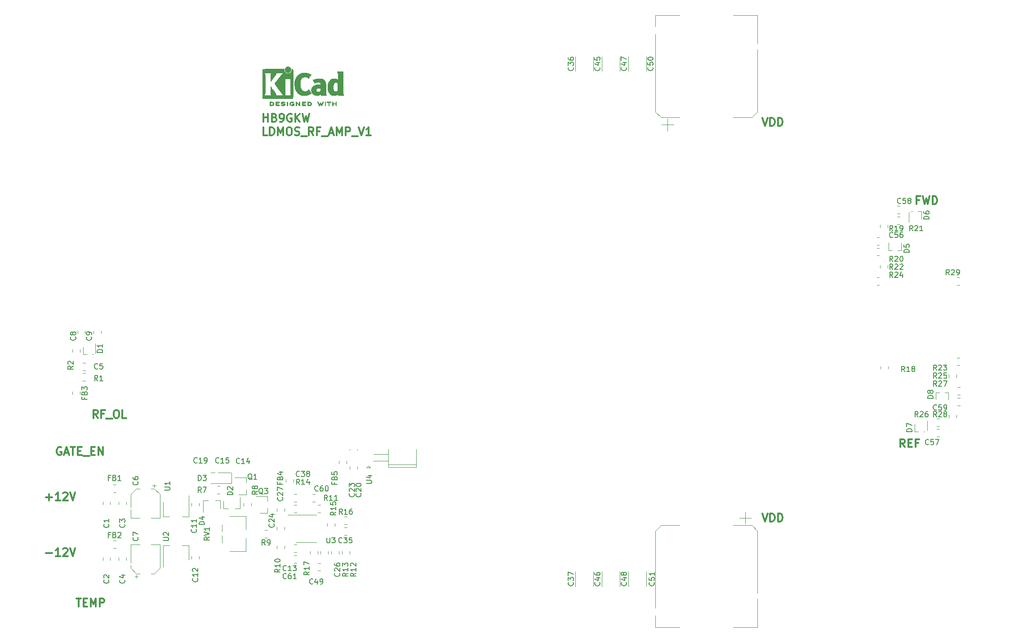
<source format=gbr>
G04 #@! TF.GenerationSoftware,KiCad,Pcbnew,5.1.5+dfsg1-2~bpo10+1*
G04 #@! TF.CreationDate,2020-01-18T11:30:55+01:00*
G04 #@! TF.ProjectId,RF-AMP-VHF_V1,52462d41-4d50-42d5-9648-465f56312e6b,A*
G04 #@! TF.SameCoordinates,Original*
G04 #@! TF.FileFunction,Legend,Top*
G04 #@! TF.FilePolarity,Positive*
%FSLAX46Y46*%
G04 Gerber Fmt 4.6, Leading zero omitted, Abs format (unit mm)*
G04 Created by KiCad (PCBNEW 5.1.5+dfsg1-2~bpo10+1) date 2020-01-18 11:30:55*
%MOMM*%
%LPD*%
G04 APERTURE LIST*
%ADD10C,0.300000*%
%ADD11C,0.010000*%
%ADD12C,0.120000*%
%ADD13C,0.150000*%
%ADD14C,1.000000*%
%ADD15C,0.100000*%
%ADD16C,6.502000*%
%ADD17R,1.602000X0.702000*%
%ADD18C,8.702000*%
%ADD19R,2.102000X1.102000*%
%ADD20R,0.902000X1.002000*%
%ADD21R,5.182000X1.602000*%
%ADD22R,5.182000X3.472000*%
%ADD23R,1.002000X0.902000*%
%ADD24R,5.102000X12.602000*%
%ADD25R,10.402000X32.102000*%
%ADD26R,2.892000X1.292000*%
%ADD27R,1.102000X1.602000*%
%ADD28R,1.102000X1.902000*%
%ADD29R,2.302000X1.942000*%
%ADD30R,1.002000X1.302000*%
%ADD31R,0.552000X0.802000*%
%ADD32R,0.702000X1.602000*%
%ADD33R,9.502000X10.902000*%
%ADD34R,4.702000X1.202000*%
%ADD35R,4.702000X3.402000*%
%ADD36R,4.702000X3.472000*%
%ADD37C,1.602000*%
%ADD38C,0.902000*%
%ADD39C,1.102000*%
G04 APERTURE END LIST*
D10*
X83052142Y-62403571D02*
X83052142Y-60903571D01*
X83052142Y-61617857D02*
X83909285Y-61617857D01*
X83909285Y-62403571D02*
X83909285Y-60903571D01*
X85123571Y-61617857D02*
X85337857Y-61689285D01*
X85409285Y-61760714D01*
X85480714Y-61903571D01*
X85480714Y-62117857D01*
X85409285Y-62260714D01*
X85337857Y-62332142D01*
X85195000Y-62403571D01*
X84623571Y-62403571D01*
X84623571Y-60903571D01*
X85123571Y-60903571D01*
X85266428Y-60975000D01*
X85337857Y-61046428D01*
X85409285Y-61189285D01*
X85409285Y-61332142D01*
X85337857Y-61475000D01*
X85266428Y-61546428D01*
X85123571Y-61617857D01*
X84623571Y-61617857D01*
X86195000Y-62403571D02*
X86480714Y-62403571D01*
X86623571Y-62332142D01*
X86695000Y-62260714D01*
X86837857Y-62046428D01*
X86909285Y-61760714D01*
X86909285Y-61189285D01*
X86837857Y-61046428D01*
X86766428Y-60975000D01*
X86623571Y-60903571D01*
X86337857Y-60903571D01*
X86195000Y-60975000D01*
X86123571Y-61046428D01*
X86052142Y-61189285D01*
X86052142Y-61546428D01*
X86123571Y-61689285D01*
X86195000Y-61760714D01*
X86337857Y-61832142D01*
X86623571Y-61832142D01*
X86766428Y-61760714D01*
X86837857Y-61689285D01*
X86909285Y-61546428D01*
X88337857Y-60975000D02*
X88195000Y-60903571D01*
X87980714Y-60903571D01*
X87766428Y-60975000D01*
X87623571Y-61117857D01*
X87552142Y-61260714D01*
X87480714Y-61546428D01*
X87480714Y-61760714D01*
X87552142Y-62046428D01*
X87623571Y-62189285D01*
X87766428Y-62332142D01*
X87980714Y-62403571D01*
X88123571Y-62403571D01*
X88337857Y-62332142D01*
X88409285Y-62260714D01*
X88409285Y-61760714D01*
X88123571Y-61760714D01*
X89052142Y-62403571D02*
X89052142Y-60903571D01*
X89909285Y-62403571D02*
X89266428Y-61546428D01*
X89909285Y-60903571D02*
X89052142Y-61760714D01*
X90409285Y-60903571D02*
X90766428Y-62403571D01*
X91052142Y-61332142D01*
X91337857Y-62403571D01*
X91695000Y-60903571D01*
X83766428Y-64953571D02*
X83052142Y-64953571D01*
X83052142Y-63453571D01*
X84266428Y-64953571D02*
X84266428Y-63453571D01*
X84623571Y-63453571D01*
X84837857Y-63525000D01*
X84980714Y-63667857D01*
X85052142Y-63810714D01*
X85123571Y-64096428D01*
X85123571Y-64310714D01*
X85052142Y-64596428D01*
X84980714Y-64739285D01*
X84837857Y-64882142D01*
X84623571Y-64953571D01*
X84266428Y-64953571D01*
X85766428Y-64953571D02*
X85766428Y-63453571D01*
X86266428Y-64525000D01*
X86766428Y-63453571D01*
X86766428Y-64953571D01*
X87766428Y-63453571D02*
X88052142Y-63453571D01*
X88195000Y-63525000D01*
X88337857Y-63667857D01*
X88409285Y-63953571D01*
X88409285Y-64453571D01*
X88337857Y-64739285D01*
X88195000Y-64882142D01*
X88052142Y-64953571D01*
X87766428Y-64953571D01*
X87623571Y-64882142D01*
X87480714Y-64739285D01*
X87409285Y-64453571D01*
X87409285Y-63953571D01*
X87480714Y-63667857D01*
X87623571Y-63525000D01*
X87766428Y-63453571D01*
X88980714Y-64882142D02*
X89195000Y-64953571D01*
X89552142Y-64953571D01*
X89695000Y-64882142D01*
X89766428Y-64810714D01*
X89837857Y-64667857D01*
X89837857Y-64525000D01*
X89766428Y-64382142D01*
X89695000Y-64310714D01*
X89552142Y-64239285D01*
X89266428Y-64167857D01*
X89123571Y-64096428D01*
X89052142Y-64025000D01*
X88980714Y-63882142D01*
X88980714Y-63739285D01*
X89052142Y-63596428D01*
X89123571Y-63525000D01*
X89266428Y-63453571D01*
X89623571Y-63453571D01*
X89837857Y-63525000D01*
X90123571Y-65096428D02*
X91266428Y-65096428D01*
X92480714Y-64953571D02*
X91980714Y-64239285D01*
X91623571Y-64953571D02*
X91623571Y-63453571D01*
X92195000Y-63453571D01*
X92337857Y-63525000D01*
X92409285Y-63596428D01*
X92480714Y-63739285D01*
X92480714Y-63953571D01*
X92409285Y-64096428D01*
X92337857Y-64167857D01*
X92195000Y-64239285D01*
X91623571Y-64239285D01*
X93623571Y-64167857D02*
X93123571Y-64167857D01*
X93123571Y-64953571D02*
X93123571Y-63453571D01*
X93837857Y-63453571D01*
X94052142Y-65096428D02*
X95195000Y-65096428D01*
X95480714Y-64525000D02*
X96195000Y-64525000D01*
X95337857Y-64953571D02*
X95837857Y-63453571D01*
X96337857Y-64953571D01*
X96837857Y-64953571D02*
X96837857Y-63453571D01*
X97337857Y-64525000D01*
X97837857Y-63453571D01*
X97837857Y-64953571D01*
X98552142Y-64953571D02*
X98552142Y-63453571D01*
X99123571Y-63453571D01*
X99266428Y-63525000D01*
X99337857Y-63596428D01*
X99409285Y-63739285D01*
X99409285Y-63953571D01*
X99337857Y-64096428D01*
X99266428Y-64167857D01*
X99123571Y-64239285D01*
X98552142Y-64239285D01*
X99695000Y-65096428D02*
X100837857Y-65096428D01*
X100980714Y-63453571D02*
X101480714Y-64953571D01*
X101980714Y-63453571D01*
X103266428Y-64953571D02*
X102409285Y-64953571D01*
X102837857Y-64953571D02*
X102837857Y-63453571D01*
X102695000Y-63667857D01*
X102552142Y-63810714D01*
X102409285Y-63882142D01*
X177000000Y-61678571D02*
X177500000Y-63178571D01*
X178000000Y-61678571D01*
X178500000Y-63178571D02*
X178500000Y-61678571D01*
X178857142Y-61678571D01*
X179071428Y-61750000D01*
X179214285Y-61892857D01*
X179285714Y-62035714D01*
X179357142Y-62321428D01*
X179357142Y-62535714D01*
X179285714Y-62821428D01*
X179214285Y-62964285D01*
X179071428Y-63107142D01*
X178857142Y-63178571D01*
X178500000Y-63178571D01*
X180000000Y-63178571D02*
X180000000Y-61678571D01*
X180357142Y-61678571D01*
X180571428Y-61750000D01*
X180714285Y-61892857D01*
X180785714Y-62035714D01*
X180857142Y-62321428D01*
X180857142Y-62535714D01*
X180785714Y-62821428D01*
X180714285Y-62964285D01*
X180571428Y-63107142D01*
X180357142Y-63178571D01*
X180000000Y-63178571D01*
X177000000Y-136178571D02*
X177500000Y-137678571D01*
X178000000Y-136178571D01*
X178500000Y-137678571D02*
X178500000Y-136178571D01*
X178857142Y-136178571D01*
X179071428Y-136250000D01*
X179214285Y-136392857D01*
X179285714Y-136535714D01*
X179357142Y-136821428D01*
X179357142Y-137035714D01*
X179285714Y-137321428D01*
X179214285Y-137464285D01*
X179071428Y-137607142D01*
X178857142Y-137678571D01*
X178500000Y-137678571D01*
X180000000Y-137678571D02*
X180000000Y-136178571D01*
X180357142Y-136178571D01*
X180571428Y-136250000D01*
X180714285Y-136392857D01*
X180785714Y-136535714D01*
X180857142Y-136821428D01*
X180857142Y-137035714D01*
X180785714Y-137321428D01*
X180714285Y-137464285D01*
X180571428Y-137607142D01*
X180357142Y-137678571D01*
X180000000Y-137678571D01*
X206607142Y-77142857D02*
X206107142Y-77142857D01*
X206107142Y-77928571D02*
X206107142Y-76428571D01*
X206821428Y-76428571D01*
X207250000Y-76428571D02*
X207607142Y-77928571D01*
X207892857Y-76857142D01*
X208178571Y-77928571D01*
X208535714Y-76428571D01*
X209107142Y-77928571D02*
X209107142Y-76428571D01*
X209464285Y-76428571D01*
X209678571Y-76500000D01*
X209821428Y-76642857D01*
X209892857Y-76785714D01*
X209964285Y-77071428D01*
X209964285Y-77285714D01*
X209892857Y-77571428D01*
X209821428Y-77714285D01*
X209678571Y-77857142D01*
X209464285Y-77928571D01*
X209107142Y-77928571D01*
X203892857Y-123678571D02*
X203392857Y-122964285D01*
X203035714Y-123678571D02*
X203035714Y-122178571D01*
X203607142Y-122178571D01*
X203750000Y-122250000D01*
X203821428Y-122321428D01*
X203892857Y-122464285D01*
X203892857Y-122678571D01*
X203821428Y-122821428D01*
X203750000Y-122892857D01*
X203607142Y-122964285D01*
X203035714Y-122964285D01*
X204535714Y-122892857D02*
X205035714Y-122892857D01*
X205250000Y-123678571D02*
X204535714Y-123678571D01*
X204535714Y-122178571D01*
X205250000Y-122178571D01*
X206392857Y-122892857D02*
X205892857Y-122892857D01*
X205892857Y-123678571D02*
X205892857Y-122178571D01*
X206607142Y-122178571D01*
X51857142Y-118178571D02*
X51357142Y-117464285D01*
X51000000Y-118178571D02*
X51000000Y-116678571D01*
X51571428Y-116678571D01*
X51714285Y-116750000D01*
X51785714Y-116821428D01*
X51857142Y-116964285D01*
X51857142Y-117178571D01*
X51785714Y-117321428D01*
X51714285Y-117392857D01*
X51571428Y-117464285D01*
X51000000Y-117464285D01*
X53000000Y-117392857D02*
X52500000Y-117392857D01*
X52500000Y-118178571D02*
X52500000Y-116678571D01*
X53214285Y-116678571D01*
X53428571Y-118321428D02*
X54571428Y-118321428D01*
X55214285Y-116678571D02*
X55500000Y-116678571D01*
X55642857Y-116750000D01*
X55785714Y-116892857D01*
X55857142Y-117178571D01*
X55857142Y-117678571D01*
X55785714Y-117964285D01*
X55642857Y-118107142D01*
X55500000Y-118178571D01*
X55214285Y-118178571D01*
X55071428Y-118107142D01*
X54928571Y-117964285D01*
X54857142Y-117678571D01*
X54857142Y-117178571D01*
X54928571Y-116892857D01*
X55071428Y-116750000D01*
X55214285Y-116678571D01*
X57214285Y-118178571D02*
X56500000Y-118178571D01*
X56500000Y-116678571D01*
X44964285Y-123750000D02*
X44821428Y-123678571D01*
X44607142Y-123678571D01*
X44392857Y-123750000D01*
X44250000Y-123892857D01*
X44178571Y-124035714D01*
X44107142Y-124321428D01*
X44107142Y-124535714D01*
X44178571Y-124821428D01*
X44250000Y-124964285D01*
X44392857Y-125107142D01*
X44607142Y-125178571D01*
X44750000Y-125178571D01*
X44964285Y-125107142D01*
X45035714Y-125035714D01*
X45035714Y-124535714D01*
X44750000Y-124535714D01*
X45607142Y-124750000D02*
X46321428Y-124750000D01*
X45464285Y-125178571D02*
X45964285Y-123678571D01*
X46464285Y-125178571D01*
X46750000Y-123678571D02*
X47607142Y-123678571D01*
X47178571Y-125178571D02*
X47178571Y-123678571D01*
X48107142Y-124392857D02*
X48607142Y-124392857D01*
X48821428Y-125178571D02*
X48107142Y-125178571D01*
X48107142Y-123678571D01*
X48821428Y-123678571D01*
X49107142Y-125321428D02*
X50250000Y-125321428D01*
X50607142Y-124392857D02*
X51107142Y-124392857D01*
X51321428Y-125178571D02*
X50607142Y-125178571D01*
X50607142Y-123678571D01*
X51321428Y-123678571D01*
X51964285Y-125178571D02*
X51964285Y-123678571D01*
X52821428Y-125178571D01*
X52821428Y-123678571D01*
X47785714Y-152178571D02*
X48642857Y-152178571D01*
X48214285Y-153678571D02*
X48214285Y-152178571D01*
X49142857Y-152892857D02*
X49642857Y-152892857D01*
X49857142Y-153678571D02*
X49142857Y-153678571D01*
X49142857Y-152178571D01*
X49857142Y-152178571D01*
X50500000Y-153678571D02*
X50500000Y-152178571D01*
X51000000Y-153250000D01*
X51500000Y-152178571D01*
X51500000Y-153678571D01*
X52214285Y-153678571D02*
X52214285Y-152178571D01*
X52785714Y-152178571D01*
X52928571Y-152250000D01*
X53000000Y-152321428D01*
X53071428Y-152464285D01*
X53071428Y-152678571D01*
X53000000Y-152821428D01*
X52928571Y-152892857D01*
X52785714Y-152964285D01*
X52214285Y-152964285D01*
X42107142Y-143607142D02*
X43250000Y-143607142D01*
X44750000Y-144178571D02*
X43892857Y-144178571D01*
X44321428Y-144178571D02*
X44321428Y-142678571D01*
X44178571Y-142892857D01*
X44035714Y-143035714D01*
X43892857Y-143107142D01*
X45321428Y-142821428D02*
X45392857Y-142750000D01*
X45535714Y-142678571D01*
X45892857Y-142678571D01*
X46035714Y-142750000D01*
X46107142Y-142821428D01*
X46178571Y-142964285D01*
X46178571Y-143107142D01*
X46107142Y-143321428D01*
X45250000Y-144178571D01*
X46178571Y-144178571D01*
X46607142Y-142678571D02*
X47107142Y-144178571D01*
X47607142Y-142678571D01*
X42107142Y-133107142D02*
X43250000Y-133107142D01*
X42678571Y-133678571D02*
X42678571Y-132535714D01*
X44750000Y-133678571D02*
X43892857Y-133678571D01*
X44321428Y-133678571D02*
X44321428Y-132178571D01*
X44178571Y-132392857D01*
X44035714Y-132535714D01*
X43892857Y-132607142D01*
X45321428Y-132321428D02*
X45392857Y-132250000D01*
X45535714Y-132178571D01*
X45892857Y-132178571D01*
X46035714Y-132250000D01*
X46107142Y-132321428D01*
X46178571Y-132464285D01*
X46178571Y-132607142D01*
X46107142Y-132821428D01*
X45250000Y-133678571D01*
X46178571Y-133678571D01*
X46607142Y-132178571D02*
X47107142Y-133678571D01*
X47607142Y-132178571D01*
D11*
G36*
X84390337Y-58635258D02*
G01*
X84429819Y-58635659D01*
X84545508Y-58638451D01*
X84642397Y-58646742D01*
X84723789Y-58661424D01*
X84792985Y-58683385D01*
X84853288Y-58713514D01*
X84908000Y-58752702D01*
X84927541Y-58769724D01*
X84959958Y-58809555D01*
X84989188Y-58863605D01*
X85011717Y-58923515D01*
X85024029Y-58980931D01*
X85025308Y-59002148D01*
X85017291Y-59060961D01*
X84995809Y-59125205D01*
X84964709Y-59186013D01*
X84927842Y-59234522D01*
X84921854Y-59240374D01*
X84871129Y-59281513D01*
X84815583Y-59313627D01*
X84752012Y-59337557D01*
X84677214Y-59354145D01*
X84587986Y-59364233D01*
X84481126Y-59368661D01*
X84432180Y-59369037D01*
X84369946Y-59368737D01*
X84326180Y-59367484D01*
X84296777Y-59364746D01*
X84277629Y-59359993D01*
X84264631Y-59352693D01*
X84257663Y-59346459D01*
X84251082Y-59338886D01*
X84245920Y-59329116D01*
X84242005Y-59314532D01*
X84239165Y-59292518D01*
X84237228Y-59260456D01*
X84236024Y-59215728D01*
X84235380Y-59155718D01*
X84235125Y-59077809D01*
X84235086Y-59002148D01*
X84234838Y-58901233D01*
X84234891Y-58820619D01*
X84235851Y-58782014D01*
X84381841Y-58782014D01*
X84381841Y-59222281D01*
X84474974Y-59222196D01*
X84531015Y-59220588D01*
X84589709Y-59216448D01*
X84638680Y-59210656D01*
X84640170Y-59210418D01*
X84719316Y-59191282D01*
X84780706Y-59161479D01*
X84827403Y-59119070D01*
X84857073Y-59073153D01*
X84875355Y-59022218D01*
X84873937Y-58974392D01*
X84852720Y-58923125D01*
X84811219Y-58870091D01*
X84753710Y-58830792D01*
X84678958Y-58804523D01*
X84629000Y-58795227D01*
X84572292Y-58788699D01*
X84512189Y-58783974D01*
X84461069Y-58782009D01*
X84458041Y-58782000D01*
X84381841Y-58782014D01*
X84235851Y-58782014D01*
X84236448Y-58758043D01*
X84240710Y-58711247D01*
X84248878Y-58677970D01*
X84262152Y-58655951D01*
X84281734Y-58642931D01*
X84308825Y-58636649D01*
X84344626Y-58634845D01*
X84390337Y-58635258D01*
G37*
X84390337Y-58635258D02*
X84429819Y-58635659D01*
X84545508Y-58638451D01*
X84642397Y-58646742D01*
X84723789Y-58661424D01*
X84792985Y-58683385D01*
X84853288Y-58713514D01*
X84908000Y-58752702D01*
X84927541Y-58769724D01*
X84959958Y-58809555D01*
X84989188Y-58863605D01*
X85011717Y-58923515D01*
X85024029Y-58980931D01*
X85025308Y-59002148D01*
X85017291Y-59060961D01*
X84995809Y-59125205D01*
X84964709Y-59186013D01*
X84927842Y-59234522D01*
X84921854Y-59240374D01*
X84871129Y-59281513D01*
X84815583Y-59313627D01*
X84752012Y-59337557D01*
X84677214Y-59354145D01*
X84587986Y-59364233D01*
X84481126Y-59368661D01*
X84432180Y-59369037D01*
X84369946Y-59368737D01*
X84326180Y-59367484D01*
X84296777Y-59364746D01*
X84277629Y-59359993D01*
X84264631Y-59352693D01*
X84257663Y-59346459D01*
X84251082Y-59338886D01*
X84245920Y-59329116D01*
X84242005Y-59314532D01*
X84239165Y-59292518D01*
X84237228Y-59260456D01*
X84236024Y-59215728D01*
X84235380Y-59155718D01*
X84235125Y-59077809D01*
X84235086Y-59002148D01*
X84234838Y-58901233D01*
X84234891Y-58820619D01*
X84235851Y-58782014D01*
X84381841Y-58782014D01*
X84381841Y-59222281D01*
X84474974Y-59222196D01*
X84531015Y-59220588D01*
X84589709Y-59216448D01*
X84638680Y-59210656D01*
X84640170Y-59210418D01*
X84719316Y-59191282D01*
X84780706Y-59161479D01*
X84827403Y-59119070D01*
X84857073Y-59073153D01*
X84875355Y-59022218D01*
X84873937Y-58974392D01*
X84852720Y-58923125D01*
X84811219Y-58870091D01*
X84753710Y-58830792D01*
X84678958Y-58804523D01*
X84629000Y-58795227D01*
X84572292Y-58788699D01*
X84512189Y-58783974D01*
X84461069Y-58782009D01*
X84458041Y-58782000D01*
X84381841Y-58782014D01*
X84235851Y-58782014D01*
X84236448Y-58758043D01*
X84240710Y-58711247D01*
X84248878Y-58677970D01*
X84262152Y-58655951D01*
X84281734Y-58642931D01*
X84308825Y-58636649D01*
X84344626Y-58634845D01*
X84390337Y-58635258D01*
G36*
X85798914Y-58635338D02*
G01*
X85868322Y-58635710D01*
X85920711Y-58636577D01*
X85958861Y-58638138D01*
X85985549Y-58640595D01*
X86003555Y-58644149D01*
X86015659Y-58649002D01*
X86024639Y-58655353D01*
X86027890Y-58658276D01*
X86047665Y-58689334D01*
X86051226Y-58725020D01*
X86038217Y-58756702D01*
X86032202Y-58763105D01*
X86022473Y-58769313D01*
X86006807Y-58774102D01*
X85982300Y-58777706D01*
X85946047Y-58780356D01*
X85895143Y-58782287D01*
X85826682Y-58783731D01*
X85764091Y-58784610D01*
X85516374Y-58787659D01*
X85512989Y-58852570D01*
X85509603Y-58917481D01*
X85677750Y-58917481D01*
X85750749Y-58918111D01*
X85804191Y-58920745D01*
X85841080Y-58926501D01*
X85864420Y-58936496D01*
X85877214Y-58951848D01*
X85882466Y-58973674D01*
X85883263Y-58993930D01*
X85880785Y-59018784D01*
X85871431Y-59037098D01*
X85852325Y-59049829D01*
X85820590Y-59057933D01*
X85773349Y-59062368D01*
X85707725Y-59064091D01*
X85671907Y-59064237D01*
X85510730Y-59064237D01*
X85510730Y-59222281D01*
X85759086Y-59222281D01*
X85840495Y-59222394D01*
X85902366Y-59222904D01*
X85947740Y-59224062D01*
X85979654Y-59226122D01*
X86001149Y-59229338D01*
X86015265Y-59233964D01*
X86025040Y-59240251D01*
X86030019Y-59244859D01*
X86047098Y-59271752D01*
X86052597Y-59295659D01*
X86044745Y-59324859D01*
X86030019Y-59346459D01*
X86022162Y-59353258D01*
X86012020Y-59358538D01*
X85996864Y-59362490D01*
X85973967Y-59365305D01*
X85940599Y-59367174D01*
X85894033Y-59368290D01*
X85831541Y-59368843D01*
X85750394Y-59369025D01*
X85708286Y-59369037D01*
X85618110Y-59368957D01*
X85547784Y-59368590D01*
X85494579Y-59367744D01*
X85455768Y-59366228D01*
X85428621Y-59363851D01*
X85410410Y-59360421D01*
X85398408Y-59355746D01*
X85389886Y-59349636D01*
X85386552Y-59346459D01*
X85379953Y-59338862D01*
X85374781Y-59329062D01*
X85370862Y-59314431D01*
X85368024Y-59292344D01*
X85366093Y-59260174D01*
X85364896Y-59215295D01*
X85364260Y-59155081D01*
X85364011Y-59076905D01*
X85363974Y-59004115D01*
X85364008Y-58910899D01*
X85364243Y-58837623D01*
X85364878Y-58781650D01*
X85366114Y-58740343D01*
X85368152Y-58711064D01*
X85371191Y-58691176D01*
X85375431Y-58678042D01*
X85381073Y-58669024D01*
X85388317Y-58661485D01*
X85390102Y-58659804D01*
X85398763Y-58652364D01*
X85408826Y-58646601D01*
X85423083Y-58642304D01*
X85444325Y-58639256D01*
X85475344Y-58637243D01*
X85518931Y-58636052D01*
X85577877Y-58635467D01*
X85654974Y-58635275D01*
X85709707Y-58635259D01*
X85798914Y-58635338D01*
G37*
X85798914Y-58635338D02*
X85868322Y-58635710D01*
X85920711Y-58636577D01*
X85958861Y-58638138D01*
X85985549Y-58640595D01*
X86003555Y-58644149D01*
X86015659Y-58649002D01*
X86024639Y-58655353D01*
X86027890Y-58658276D01*
X86047665Y-58689334D01*
X86051226Y-58725020D01*
X86038217Y-58756702D01*
X86032202Y-58763105D01*
X86022473Y-58769313D01*
X86006807Y-58774102D01*
X85982300Y-58777706D01*
X85946047Y-58780356D01*
X85895143Y-58782287D01*
X85826682Y-58783731D01*
X85764091Y-58784610D01*
X85516374Y-58787659D01*
X85512989Y-58852570D01*
X85509603Y-58917481D01*
X85677750Y-58917481D01*
X85750749Y-58918111D01*
X85804191Y-58920745D01*
X85841080Y-58926501D01*
X85864420Y-58936496D01*
X85877214Y-58951848D01*
X85882466Y-58973674D01*
X85883263Y-58993930D01*
X85880785Y-59018784D01*
X85871431Y-59037098D01*
X85852325Y-59049829D01*
X85820590Y-59057933D01*
X85773349Y-59062368D01*
X85707725Y-59064091D01*
X85671907Y-59064237D01*
X85510730Y-59064237D01*
X85510730Y-59222281D01*
X85759086Y-59222281D01*
X85840495Y-59222394D01*
X85902366Y-59222904D01*
X85947740Y-59224062D01*
X85979654Y-59226122D01*
X86001149Y-59229338D01*
X86015265Y-59233964D01*
X86025040Y-59240251D01*
X86030019Y-59244859D01*
X86047098Y-59271752D01*
X86052597Y-59295659D01*
X86044745Y-59324859D01*
X86030019Y-59346459D01*
X86022162Y-59353258D01*
X86012020Y-59358538D01*
X85996864Y-59362490D01*
X85973967Y-59365305D01*
X85940599Y-59367174D01*
X85894033Y-59368290D01*
X85831541Y-59368843D01*
X85750394Y-59369025D01*
X85708286Y-59369037D01*
X85618110Y-59368957D01*
X85547784Y-59368590D01*
X85494579Y-59367744D01*
X85455768Y-59366228D01*
X85428621Y-59363851D01*
X85410410Y-59360421D01*
X85398408Y-59355746D01*
X85389886Y-59349636D01*
X85386552Y-59346459D01*
X85379953Y-59338862D01*
X85374781Y-59329062D01*
X85370862Y-59314431D01*
X85368024Y-59292344D01*
X85366093Y-59260174D01*
X85364896Y-59215295D01*
X85364260Y-59155081D01*
X85364011Y-59076905D01*
X85363974Y-59004115D01*
X85364008Y-58910899D01*
X85364243Y-58837623D01*
X85364878Y-58781650D01*
X85366114Y-58740343D01*
X85368152Y-58711064D01*
X85371191Y-58691176D01*
X85375431Y-58678042D01*
X85381073Y-58669024D01*
X85388317Y-58661485D01*
X85390102Y-58659804D01*
X85398763Y-58652364D01*
X85408826Y-58646601D01*
X85423083Y-58642304D01*
X85444325Y-58639256D01*
X85475344Y-58637243D01*
X85518931Y-58636052D01*
X85577877Y-58635467D01*
X85654974Y-58635275D01*
X85709707Y-58635259D01*
X85798914Y-58635338D01*
G36*
X86820005Y-58636543D02*
G01*
X86894820Y-58641773D01*
X86964402Y-58649942D01*
X87024706Y-58660742D01*
X87071688Y-58673865D01*
X87101302Y-58689005D01*
X87105848Y-58693461D01*
X87121654Y-58728042D01*
X87116861Y-58763543D01*
X87092344Y-58793917D01*
X87091174Y-58794788D01*
X87076754Y-58804146D01*
X87061700Y-58809068D01*
X87040703Y-58809665D01*
X87008451Y-58806053D01*
X86959635Y-58798346D01*
X86955708Y-58797697D01*
X86882969Y-58788761D01*
X86804491Y-58784353D01*
X86725781Y-58784311D01*
X86652347Y-58788471D01*
X86589697Y-58796671D01*
X86543338Y-58808749D01*
X86540292Y-58809963D01*
X86506660Y-58828807D01*
X86494844Y-58847877D01*
X86504094Y-58866631D01*
X86533661Y-58884529D01*
X86582797Y-58901029D01*
X86650751Y-58915588D01*
X86696063Y-58922598D01*
X86790252Y-58936081D01*
X86865164Y-58948406D01*
X86923991Y-58960641D01*
X86969923Y-58973853D01*
X87006153Y-58989109D01*
X87035870Y-59007477D01*
X87062266Y-59030023D01*
X87083478Y-59052163D01*
X87108643Y-59083011D01*
X87121027Y-59109537D01*
X87124900Y-59142218D01*
X87125041Y-59154187D01*
X87122132Y-59193904D01*
X87110506Y-59223451D01*
X87090385Y-59249678D01*
X87049492Y-59289768D01*
X87003891Y-59320341D01*
X86950195Y-59342395D01*
X86885016Y-59356927D01*
X86804964Y-59364933D01*
X86706651Y-59367410D01*
X86690419Y-59367369D01*
X86624859Y-59366010D01*
X86559842Y-59362922D01*
X86502456Y-59358548D01*
X86459786Y-59353332D01*
X86456336Y-59352733D01*
X86413912Y-59342683D01*
X86377928Y-59329988D01*
X86357558Y-59318382D01*
X86338601Y-59287764D01*
X86337281Y-59252110D01*
X86353623Y-59220336D01*
X86357279Y-59216743D01*
X86372393Y-59206068D01*
X86391293Y-59201468D01*
X86420546Y-59202251D01*
X86456057Y-59206319D01*
X86495738Y-59209954D01*
X86551363Y-59213020D01*
X86616302Y-59215245D01*
X86683923Y-59216356D01*
X86701708Y-59216429D01*
X86769580Y-59216156D01*
X86819254Y-59214838D01*
X86855098Y-59212019D01*
X86881484Y-59207242D01*
X86902782Y-59200049D01*
X86915582Y-59194059D01*
X86943708Y-59177425D01*
X86961640Y-59162360D01*
X86964261Y-59158089D01*
X86958732Y-59140455D01*
X86932448Y-59123384D01*
X86887230Y-59107650D01*
X86824900Y-59094030D01*
X86806537Y-59090996D01*
X86710618Y-59075930D01*
X86634067Y-59063338D01*
X86573928Y-59052303D01*
X86527248Y-59041912D01*
X86491071Y-59031248D01*
X86462443Y-59019397D01*
X86438410Y-59005443D01*
X86416016Y-58988473D01*
X86392306Y-58967570D01*
X86384328Y-58960241D01*
X86356355Y-58932891D01*
X86341548Y-58911221D01*
X86335756Y-58886424D01*
X86334819Y-58855175D01*
X86345133Y-58793897D01*
X86375956Y-58741832D01*
X86427113Y-58699150D01*
X86498425Y-58666017D01*
X86549308Y-58651156D01*
X86604608Y-58641558D01*
X86670855Y-58636128D01*
X86744002Y-58634559D01*
X86820005Y-58636543D01*
G37*
X86820005Y-58636543D02*
X86894820Y-58641773D01*
X86964402Y-58649942D01*
X87024706Y-58660742D01*
X87071688Y-58673865D01*
X87101302Y-58689005D01*
X87105848Y-58693461D01*
X87121654Y-58728042D01*
X87116861Y-58763543D01*
X87092344Y-58793917D01*
X87091174Y-58794788D01*
X87076754Y-58804146D01*
X87061700Y-58809068D01*
X87040703Y-58809665D01*
X87008451Y-58806053D01*
X86959635Y-58798346D01*
X86955708Y-58797697D01*
X86882969Y-58788761D01*
X86804491Y-58784353D01*
X86725781Y-58784311D01*
X86652347Y-58788471D01*
X86589697Y-58796671D01*
X86543338Y-58808749D01*
X86540292Y-58809963D01*
X86506660Y-58828807D01*
X86494844Y-58847877D01*
X86504094Y-58866631D01*
X86533661Y-58884529D01*
X86582797Y-58901029D01*
X86650751Y-58915588D01*
X86696063Y-58922598D01*
X86790252Y-58936081D01*
X86865164Y-58948406D01*
X86923991Y-58960641D01*
X86969923Y-58973853D01*
X87006153Y-58989109D01*
X87035870Y-59007477D01*
X87062266Y-59030023D01*
X87083478Y-59052163D01*
X87108643Y-59083011D01*
X87121027Y-59109537D01*
X87124900Y-59142218D01*
X87125041Y-59154187D01*
X87122132Y-59193904D01*
X87110506Y-59223451D01*
X87090385Y-59249678D01*
X87049492Y-59289768D01*
X87003891Y-59320341D01*
X86950195Y-59342395D01*
X86885016Y-59356927D01*
X86804964Y-59364933D01*
X86706651Y-59367410D01*
X86690419Y-59367369D01*
X86624859Y-59366010D01*
X86559842Y-59362922D01*
X86502456Y-59358548D01*
X86459786Y-59353332D01*
X86456336Y-59352733D01*
X86413912Y-59342683D01*
X86377928Y-59329988D01*
X86357558Y-59318382D01*
X86338601Y-59287764D01*
X86337281Y-59252110D01*
X86353623Y-59220336D01*
X86357279Y-59216743D01*
X86372393Y-59206068D01*
X86391293Y-59201468D01*
X86420546Y-59202251D01*
X86456057Y-59206319D01*
X86495738Y-59209954D01*
X86551363Y-59213020D01*
X86616302Y-59215245D01*
X86683923Y-59216356D01*
X86701708Y-59216429D01*
X86769580Y-59216156D01*
X86819254Y-59214838D01*
X86855098Y-59212019D01*
X86881484Y-59207242D01*
X86902782Y-59200049D01*
X86915582Y-59194059D01*
X86943708Y-59177425D01*
X86961640Y-59162360D01*
X86964261Y-59158089D01*
X86958732Y-59140455D01*
X86932448Y-59123384D01*
X86887230Y-59107650D01*
X86824900Y-59094030D01*
X86806537Y-59090996D01*
X86710618Y-59075930D01*
X86634067Y-59063338D01*
X86573928Y-59052303D01*
X86527248Y-59041912D01*
X86491071Y-59031248D01*
X86462443Y-59019397D01*
X86438410Y-59005443D01*
X86416016Y-58988473D01*
X86392306Y-58967570D01*
X86384328Y-58960241D01*
X86356355Y-58932891D01*
X86341548Y-58911221D01*
X86335756Y-58886424D01*
X86334819Y-58855175D01*
X86345133Y-58793897D01*
X86375956Y-58741832D01*
X86427113Y-58699150D01*
X86498425Y-58666017D01*
X86549308Y-58651156D01*
X86604608Y-58641558D01*
X86670855Y-58636128D01*
X86744002Y-58634559D01*
X86820005Y-58636543D01*
G36*
X87587886Y-58657837D02*
G01*
X87594466Y-58665410D01*
X87599629Y-58675179D01*
X87603544Y-58689763D01*
X87606384Y-58711777D01*
X87608321Y-58743840D01*
X87609525Y-58788567D01*
X87610169Y-58848577D01*
X87610424Y-58926486D01*
X87610463Y-59002148D01*
X87610394Y-59095994D01*
X87610070Y-59169881D01*
X87609322Y-59226424D01*
X87607976Y-59268241D01*
X87605862Y-59297949D01*
X87602808Y-59318165D01*
X87598642Y-59331506D01*
X87593192Y-59340590D01*
X87587886Y-59346459D01*
X87554882Y-59366139D01*
X87519717Y-59364373D01*
X87488253Y-59342909D01*
X87481024Y-59334529D01*
X87475374Y-59324806D01*
X87471109Y-59311053D01*
X87468035Y-59290581D01*
X87465956Y-59260704D01*
X87464678Y-59218733D01*
X87464007Y-59161981D01*
X87463749Y-59087759D01*
X87463708Y-59003729D01*
X87463708Y-58690677D01*
X87491417Y-58662968D01*
X87525571Y-58639655D01*
X87558702Y-58638815D01*
X87587886Y-58657837D01*
G37*
X87587886Y-58657837D02*
X87594466Y-58665410D01*
X87599629Y-58675179D01*
X87603544Y-58689763D01*
X87606384Y-58711777D01*
X87608321Y-58743840D01*
X87609525Y-58788567D01*
X87610169Y-58848577D01*
X87610424Y-58926486D01*
X87610463Y-59002148D01*
X87610394Y-59095994D01*
X87610070Y-59169881D01*
X87609322Y-59226424D01*
X87607976Y-59268241D01*
X87605862Y-59297949D01*
X87602808Y-59318165D01*
X87598642Y-59331506D01*
X87593192Y-59340590D01*
X87587886Y-59346459D01*
X87554882Y-59366139D01*
X87519717Y-59364373D01*
X87488253Y-59342909D01*
X87481024Y-59334529D01*
X87475374Y-59324806D01*
X87471109Y-59311053D01*
X87468035Y-59290581D01*
X87465956Y-59260704D01*
X87464678Y-59218733D01*
X87464007Y-59161981D01*
X87463749Y-59087759D01*
X87463708Y-59003729D01*
X87463708Y-58690677D01*
X87491417Y-58662968D01*
X87525571Y-58639655D01*
X87558702Y-58638815D01*
X87587886Y-58657837D01*
G36*
X88561627Y-58640791D02*
G01*
X88630143Y-58652287D01*
X88682765Y-58670159D01*
X88717000Y-58693691D01*
X88726329Y-58707116D01*
X88735815Y-58738340D01*
X88729431Y-58766587D01*
X88709278Y-58793374D01*
X88677963Y-58805905D01*
X88632525Y-58804888D01*
X88597382Y-58798098D01*
X88519289Y-58785163D01*
X88439482Y-58783934D01*
X88350153Y-58794433D01*
X88325479Y-58798882D01*
X88242417Y-58822300D01*
X88177435Y-58857137D01*
X88131247Y-58902796D01*
X88104563Y-58958686D01*
X88099045Y-58987580D01*
X88102657Y-59046204D01*
X88125979Y-59098071D01*
X88166884Y-59142170D01*
X88223249Y-59177491D01*
X88292948Y-59203021D01*
X88373856Y-59217751D01*
X88463848Y-59220670D01*
X88560798Y-59210767D01*
X88566272Y-59209833D01*
X88604833Y-59202651D01*
X88626214Y-59195713D01*
X88635481Y-59185419D01*
X88637702Y-59168168D01*
X88637752Y-59159033D01*
X88637752Y-59120681D01*
X88569277Y-59120681D01*
X88508808Y-59116539D01*
X88467543Y-59103339D01*
X88443533Y-59079922D01*
X88434831Y-59045128D01*
X88434725Y-59040586D01*
X88439816Y-59010846D01*
X88457275Y-58989611D01*
X88489769Y-58975558D01*
X88539965Y-58967365D01*
X88588585Y-58964353D01*
X88659252Y-58962625D01*
X88710510Y-58965262D01*
X88745469Y-58974992D01*
X88767238Y-58994545D01*
X88778928Y-59026648D01*
X88783648Y-59074030D01*
X88784508Y-59136263D01*
X88783099Y-59205727D01*
X88778860Y-59252978D01*
X88771772Y-59278204D01*
X88770397Y-59280180D01*
X88731480Y-59311700D01*
X88674422Y-59336662D01*
X88602839Y-59354532D01*
X88520350Y-59364778D01*
X88430569Y-59366865D01*
X88337116Y-59360260D01*
X88282152Y-59352148D01*
X88195942Y-59327746D01*
X88115816Y-59287854D01*
X88048731Y-59236079D01*
X88038535Y-59225731D01*
X88005406Y-59182227D01*
X87975514Y-59128310D01*
X87952351Y-59071784D01*
X87939410Y-59020451D01*
X87937850Y-59000736D01*
X87944490Y-58959611D01*
X87962140Y-58908444D01*
X87987411Y-58854586D01*
X88016919Y-58805387D01*
X88042989Y-58772526D01*
X88103943Y-58723644D01*
X88182739Y-58684737D01*
X88276551Y-58656686D01*
X88382558Y-58640371D01*
X88479708Y-58636384D01*
X88561627Y-58640791D01*
G37*
X88561627Y-58640791D02*
X88630143Y-58652287D01*
X88682765Y-58670159D01*
X88717000Y-58693691D01*
X88726329Y-58707116D01*
X88735815Y-58738340D01*
X88729431Y-58766587D01*
X88709278Y-58793374D01*
X88677963Y-58805905D01*
X88632525Y-58804888D01*
X88597382Y-58798098D01*
X88519289Y-58785163D01*
X88439482Y-58783934D01*
X88350153Y-58794433D01*
X88325479Y-58798882D01*
X88242417Y-58822300D01*
X88177435Y-58857137D01*
X88131247Y-58902796D01*
X88104563Y-58958686D01*
X88099045Y-58987580D01*
X88102657Y-59046204D01*
X88125979Y-59098071D01*
X88166884Y-59142170D01*
X88223249Y-59177491D01*
X88292948Y-59203021D01*
X88373856Y-59217751D01*
X88463848Y-59220670D01*
X88560798Y-59210767D01*
X88566272Y-59209833D01*
X88604833Y-59202651D01*
X88626214Y-59195713D01*
X88635481Y-59185419D01*
X88637702Y-59168168D01*
X88637752Y-59159033D01*
X88637752Y-59120681D01*
X88569277Y-59120681D01*
X88508808Y-59116539D01*
X88467543Y-59103339D01*
X88443533Y-59079922D01*
X88434831Y-59045128D01*
X88434725Y-59040586D01*
X88439816Y-59010846D01*
X88457275Y-58989611D01*
X88489769Y-58975558D01*
X88539965Y-58967365D01*
X88588585Y-58964353D01*
X88659252Y-58962625D01*
X88710510Y-58965262D01*
X88745469Y-58974992D01*
X88767238Y-58994545D01*
X88778928Y-59026648D01*
X88783648Y-59074030D01*
X88784508Y-59136263D01*
X88783099Y-59205727D01*
X88778860Y-59252978D01*
X88771772Y-59278204D01*
X88770397Y-59280180D01*
X88731480Y-59311700D01*
X88674422Y-59336662D01*
X88602839Y-59354532D01*
X88520350Y-59364778D01*
X88430569Y-59366865D01*
X88337116Y-59360260D01*
X88282152Y-59352148D01*
X88195942Y-59327746D01*
X88115816Y-59287854D01*
X88048731Y-59236079D01*
X88038535Y-59225731D01*
X88005406Y-59182227D01*
X87975514Y-59128310D01*
X87952351Y-59071784D01*
X87939410Y-59020451D01*
X87937850Y-59000736D01*
X87944490Y-58959611D01*
X87962140Y-58908444D01*
X87987411Y-58854586D01*
X88016919Y-58805387D01*
X88042989Y-58772526D01*
X88103943Y-58723644D01*
X88182739Y-58684737D01*
X88276551Y-58656686D01*
X88382558Y-58640371D01*
X88479708Y-58636384D01*
X88561627Y-58640791D01*
G36*
X89211594Y-58639640D02*
G01*
X89235160Y-58653465D01*
X89265973Y-58676073D01*
X89305630Y-58708530D01*
X89355728Y-58751900D01*
X89417865Y-58807250D01*
X89493636Y-58875643D01*
X89580374Y-58954276D01*
X89760997Y-59118070D01*
X89766641Y-58898221D01*
X89768679Y-58822543D01*
X89770645Y-58766186D01*
X89772974Y-58725898D01*
X89776102Y-58698427D01*
X89780463Y-58680521D01*
X89786492Y-58668929D01*
X89794624Y-58660400D01*
X89798936Y-58656815D01*
X89833467Y-58637862D01*
X89866325Y-58640633D01*
X89892390Y-58656825D01*
X89919041Y-58678391D01*
X89922356Y-58993343D01*
X89923273Y-59085971D01*
X89923740Y-59158736D01*
X89923595Y-59214353D01*
X89922676Y-59255534D01*
X89920821Y-59284995D01*
X89917869Y-59305447D01*
X89913658Y-59319605D01*
X89908026Y-59330183D01*
X89901781Y-59338666D01*
X89888269Y-59354399D01*
X89874825Y-59364828D01*
X89859584Y-59368831D01*
X89840682Y-59365286D01*
X89816253Y-59353071D01*
X89784435Y-59331063D01*
X89743360Y-59298141D01*
X89691166Y-59253183D01*
X89625986Y-59195067D01*
X89552152Y-59128291D01*
X89286863Y-58887650D01*
X89281219Y-59106781D01*
X89279177Y-59182320D01*
X89277206Y-59238546D01*
X89274869Y-59278716D01*
X89271727Y-59306088D01*
X89267344Y-59323920D01*
X89261284Y-59335471D01*
X89253108Y-59343999D01*
X89248924Y-59347474D01*
X89211943Y-59366564D01*
X89177000Y-59363685D01*
X89146572Y-59339292D01*
X89139611Y-59329478D01*
X89134185Y-59318018D01*
X89130105Y-59302160D01*
X89127179Y-59279155D01*
X89125216Y-59246254D01*
X89124025Y-59200708D01*
X89123416Y-59139765D01*
X89123197Y-59060678D01*
X89123174Y-59002148D01*
X89123248Y-58910599D01*
X89123595Y-58838879D01*
X89124407Y-58784237D01*
X89125875Y-58743924D01*
X89128189Y-58715190D01*
X89131541Y-58695285D01*
X89136120Y-58681460D01*
X89142119Y-58670964D01*
X89146572Y-58665003D01*
X89157858Y-58650883D01*
X89168407Y-58640221D01*
X89179815Y-58634084D01*
X89193678Y-58633535D01*
X89211594Y-58639640D01*
G37*
X89211594Y-58639640D02*
X89235160Y-58653465D01*
X89265973Y-58676073D01*
X89305630Y-58708530D01*
X89355728Y-58751900D01*
X89417865Y-58807250D01*
X89493636Y-58875643D01*
X89580374Y-58954276D01*
X89760997Y-59118070D01*
X89766641Y-58898221D01*
X89768679Y-58822543D01*
X89770645Y-58766186D01*
X89772974Y-58725898D01*
X89776102Y-58698427D01*
X89780463Y-58680521D01*
X89786492Y-58668929D01*
X89794624Y-58660400D01*
X89798936Y-58656815D01*
X89833467Y-58637862D01*
X89866325Y-58640633D01*
X89892390Y-58656825D01*
X89919041Y-58678391D01*
X89922356Y-58993343D01*
X89923273Y-59085971D01*
X89923740Y-59158736D01*
X89923595Y-59214353D01*
X89922676Y-59255534D01*
X89920821Y-59284995D01*
X89917869Y-59305447D01*
X89913658Y-59319605D01*
X89908026Y-59330183D01*
X89901781Y-59338666D01*
X89888269Y-59354399D01*
X89874825Y-59364828D01*
X89859584Y-59368831D01*
X89840682Y-59365286D01*
X89816253Y-59353071D01*
X89784435Y-59331063D01*
X89743360Y-59298141D01*
X89691166Y-59253183D01*
X89625986Y-59195067D01*
X89552152Y-59128291D01*
X89286863Y-58887650D01*
X89281219Y-59106781D01*
X89279177Y-59182320D01*
X89277206Y-59238546D01*
X89274869Y-59278716D01*
X89271727Y-59306088D01*
X89267344Y-59323920D01*
X89261284Y-59335471D01*
X89253108Y-59343999D01*
X89248924Y-59347474D01*
X89211943Y-59366564D01*
X89177000Y-59363685D01*
X89146572Y-59339292D01*
X89139611Y-59329478D01*
X89134185Y-59318018D01*
X89130105Y-59302160D01*
X89127179Y-59279155D01*
X89125216Y-59246254D01*
X89124025Y-59200708D01*
X89123416Y-59139765D01*
X89123197Y-59060678D01*
X89123174Y-59002148D01*
X89123248Y-58910599D01*
X89123595Y-58838879D01*
X89124407Y-58784237D01*
X89125875Y-58743924D01*
X89128189Y-58715190D01*
X89131541Y-58695285D01*
X89136120Y-58681460D01*
X89142119Y-58670964D01*
X89146572Y-58665003D01*
X89157858Y-58650883D01*
X89168407Y-58640221D01*
X89179815Y-58634084D01*
X89193678Y-58633535D01*
X89211594Y-58639640D01*
G36*
X90742051Y-58635452D02*
G01*
X90818409Y-58636366D01*
X90876925Y-58638503D01*
X90919963Y-58642367D01*
X90949891Y-58648459D01*
X90969076Y-58657282D01*
X90979884Y-58669338D01*
X90984681Y-58685131D01*
X90985835Y-58705162D01*
X90985841Y-58707527D01*
X90984839Y-58730184D01*
X90980104Y-58747695D01*
X90969041Y-58760766D01*
X90949056Y-58770105D01*
X90917554Y-58776419D01*
X90871940Y-58780414D01*
X90809621Y-58782798D01*
X90728001Y-58784278D01*
X90702985Y-58784606D01*
X90460908Y-58787659D01*
X90457522Y-58852570D01*
X90454137Y-58917481D01*
X90622284Y-58917481D01*
X90687974Y-58917723D01*
X90734880Y-58918748D01*
X90766791Y-58921003D01*
X90787499Y-58924934D01*
X90800792Y-58930990D01*
X90810463Y-58939616D01*
X90810525Y-58939685D01*
X90828064Y-58973304D01*
X90827430Y-59009640D01*
X90809022Y-59040615D01*
X90805379Y-59043799D01*
X90792449Y-59052004D01*
X90774732Y-59057713D01*
X90748278Y-59061354D01*
X90709140Y-59063359D01*
X90653370Y-59064156D01*
X90617702Y-59064237D01*
X90455263Y-59064237D01*
X90455263Y-59222281D01*
X90701869Y-59222281D01*
X90783288Y-59222423D01*
X90845118Y-59223006D01*
X90890345Y-59224260D01*
X90921956Y-59226419D01*
X90942939Y-59229715D01*
X90956281Y-59234381D01*
X90964969Y-59240649D01*
X90967158Y-59242925D01*
X90983322Y-59274472D01*
X90984505Y-59310360D01*
X90971244Y-59341477D01*
X90960751Y-59351463D01*
X90949837Y-59356961D01*
X90932925Y-59361214D01*
X90907341Y-59364372D01*
X90870409Y-59366584D01*
X90819454Y-59367998D01*
X90751802Y-59368764D01*
X90664777Y-59369030D01*
X90645102Y-59369037D01*
X90556619Y-59368979D01*
X90487935Y-59368659D01*
X90436272Y-59367859D01*
X90398853Y-59366359D01*
X90372898Y-59363941D01*
X90355630Y-59360386D01*
X90344270Y-59355474D01*
X90336040Y-59348987D01*
X90331525Y-59344330D01*
X90324729Y-59336081D01*
X90319420Y-59325861D01*
X90315414Y-59310992D01*
X90312529Y-59288794D01*
X90310582Y-59256585D01*
X90309389Y-59211688D01*
X90308769Y-59151420D01*
X90308537Y-59073103D01*
X90308508Y-59007186D01*
X90308579Y-58914820D01*
X90308916Y-58842309D01*
X90309706Y-58786929D01*
X90311134Y-58745957D01*
X90313387Y-58716670D01*
X90316651Y-58696345D01*
X90321112Y-58682258D01*
X90326956Y-58671687D01*
X90331905Y-58665003D01*
X90355302Y-58635259D01*
X90645482Y-58635259D01*
X90742051Y-58635452D01*
G37*
X90742051Y-58635452D02*
X90818409Y-58636366D01*
X90876925Y-58638503D01*
X90919963Y-58642367D01*
X90949891Y-58648459D01*
X90969076Y-58657282D01*
X90979884Y-58669338D01*
X90984681Y-58685131D01*
X90985835Y-58705162D01*
X90985841Y-58707527D01*
X90984839Y-58730184D01*
X90980104Y-58747695D01*
X90969041Y-58760766D01*
X90949056Y-58770105D01*
X90917554Y-58776419D01*
X90871940Y-58780414D01*
X90809621Y-58782798D01*
X90728001Y-58784278D01*
X90702985Y-58784606D01*
X90460908Y-58787659D01*
X90457522Y-58852570D01*
X90454137Y-58917481D01*
X90622284Y-58917481D01*
X90687974Y-58917723D01*
X90734880Y-58918748D01*
X90766791Y-58921003D01*
X90787499Y-58924934D01*
X90800792Y-58930990D01*
X90810463Y-58939616D01*
X90810525Y-58939685D01*
X90828064Y-58973304D01*
X90827430Y-59009640D01*
X90809022Y-59040615D01*
X90805379Y-59043799D01*
X90792449Y-59052004D01*
X90774732Y-59057713D01*
X90748278Y-59061354D01*
X90709140Y-59063359D01*
X90653370Y-59064156D01*
X90617702Y-59064237D01*
X90455263Y-59064237D01*
X90455263Y-59222281D01*
X90701869Y-59222281D01*
X90783288Y-59222423D01*
X90845118Y-59223006D01*
X90890345Y-59224260D01*
X90921956Y-59226419D01*
X90942939Y-59229715D01*
X90956281Y-59234381D01*
X90964969Y-59240649D01*
X90967158Y-59242925D01*
X90983322Y-59274472D01*
X90984505Y-59310360D01*
X90971244Y-59341477D01*
X90960751Y-59351463D01*
X90949837Y-59356961D01*
X90932925Y-59361214D01*
X90907341Y-59364372D01*
X90870409Y-59366584D01*
X90819454Y-59367998D01*
X90751802Y-59368764D01*
X90664777Y-59369030D01*
X90645102Y-59369037D01*
X90556619Y-59368979D01*
X90487935Y-59368659D01*
X90436272Y-59367859D01*
X90398853Y-59366359D01*
X90372898Y-59363941D01*
X90355630Y-59360386D01*
X90344270Y-59355474D01*
X90336040Y-59348987D01*
X90331525Y-59344330D01*
X90324729Y-59336081D01*
X90319420Y-59325861D01*
X90315414Y-59310992D01*
X90312529Y-59288794D01*
X90310582Y-59256585D01*
X90309389Y-59211688D01*
X90308769Y-59151420D01*
X90308537Y-59073103D01*
X90308508Y-59007186D01*
X90308579Y-58914820D01*
X90308916Y-58842309D01*
X90309706Y-58786929D01*
X90311134Y-58745957D01*
X90313387Y-58716670D01*
X90316651Y-58696345D01*
X90321112Y-58682258D01*
X90326956Y-58671687D01*
X90331905Y-58665003D01*
X90355302Y-58635259D01*
X90645482Y-58635259D01*
X90742051Y-58635452D01*
G36*
X91530017Y-58635467D02*
G01*
X91658996Y-58639828D01*
X91768699Y-58653053D01*
X91860934Y-58675933D01*
X91937510Y-58709262D01*
X92000235Y-58753830D01*
X92050920Y-58810428D01*
X92091371Y-58879850D01*
X92092167Y-58881543D01*
X92116309Y-58943675D01*
X92124911Y-58998701D01*
X92117939Y-59054079D01*
X92095362Y-59117265D01*
X92091080Y-59126881D01*
X92061880Y-59183158D01*
X92029064Y-59226643D01*
X91986710Y-59263609D01*
X91928898Y-59300327D01*
X91925539Y-59302244D01*
X91875212Y-59326419D01*
X91818329Y-59344474D01*
X91751235Y-59357031D01*
X91670273Y-59364714D01*
X91571790Y-59368145D01*
X91536994Y-59368443D01*
X91371302Y-59369037D01*
X91347905Y-59339292D01*
X91340965Y-59329511D01*
X91335550Y-59318089D01*
X91331473Y-59302287D01*
X91328545Y-59279367D01*
X91326575Y-59246588D01*
X91325933Y-59222281D01*
X91482552Y-59222281D01*
X91576434Y-59222281D01*
X91631372Y-59220675D01*
X91687768Y-59216447D01*
X91734053Y-59210484D01*
X91736847Y-59209982D01*
X91819056Y-59187928D01*
X91882822Y-59154792D01*
X91930160Y-59109039D01*
X91963090Y-59049131D01*
X91968816Y-59033253D01*
X91974429Y-59008525D01*
X91971999Y-58984094D01*
X91960175Y-58951592D01*
X91953048Y-58935626D01*
X91929708Y-58893198D01*
X91901588Y-58863432D01*
X91870648Y-58842703D01*
X91808674Y-58815729D01*
X91729359Y-58796190D01*
X91636961Y-58784938D01*
X91570041Y-58782462D01*
X91482552Y-58782014D01*
X91482552Y-59222281D01*
X91325933Y-59222281D01*
X91325376Y-59201213D01*
X91324758Y-59140503D01*
X91324533Y-59061718D01*
X91324508Y-59000112D01*
X91324508Y-58690677D01*
X91352217Y-58662968D01*
X91364514Y-58651736D01*
X91377811Y-58644045D01*
X91396380Y-58639232D01*
X91424494Y-58636638D01*
X91466425Y-58635602D01*
X91526445Y-58635462D01*
X91530017Y-58635467D01*
G37*
X91530017Y-58635467D02*
X91658996Y-58639828D01*
X91768699Y-58653053D01*
X91860934Y-58675933D01*
X91937510Y-58709262D01*
X92000235Y-58753830D01*
X92050920Y-58810428D01*
X92091371Y-58879850D01*
X92092167Y-58881543D01*
X92116309Y-58943675D01*
X92124911Y-58998701D01*
X92117939Y-59054079D01*
X92095362Y-59117265D01*
X92091080Y-59126881D01*
X92061880Y-59183158D01*
X92029064Y-59226643D01*
X91986710Y-59263609D01*
X91928898Y-59300327D01*
X91925539Y-59302244D01*
X91875212Y-59326419D01*
X91818329Y-59344474D01*
X91751235Y-59357031D01*
X91670273Y-59364714D01*
X91571790Y-59368145D01*
X91536994Y-59368443D01*
X91371302Y-59369037D01*
X91347905Y-59339292D01*
X91340965Y-59329511D01*
X91335550Y-59318089D01*
X91331473Y-59302287D01*
X91328545Y-59279367D01*
X91326575Y-59246588D01*
X91325933Y-59222281D01*
X91482552Y-59222281D01*
X91576434Y-59222281D01*
X91631372Y-59220675D01*
X91687768Y-59216447D01*
X91734053Y-59210484D01*
X91736847Y-59209982D01*
X91819056Y-59187928D01*
X91882822Y-59154792D01*
X91930160Y-59109039D01*
X91963090Y-59049131D01*
X91968816Y-59033253D01*
X91974429Y-59008525D01*
X91971999Y-58984094D01*
X91960175Y-58951592D01*
X91953048Y-58935626D01*
X91929708Y-58893198D01*
X91901588Y-58863432D01*
X91870648Y-58842703D01*
X91808674Y-58815729D01*
X91729359Y-58796190D01*
X91636961Y-58784938D01*
X91570041Y-58782462D01*
X91482552Y-58782014D01*
X91482552Y-59222281D01*
X91325933Y-59222281D01*
X91325376Y-59201213D01*
X91324758Y-59140503D01*
X91324533Y-59061718D01*
X91324508Y-59000112D01*
X91324508Y-58690677D01*
X91352217Y-58662968D01*
X91364514Y-58651736D01*
X91377811Y-58644045D01*
X91396380Y-58639232D01*
X91424494Y-58636638D01*
X91466425Y-58635602D01*
X91526445Y-58635462D01*
X91530017Y-58635467D01*
G36*
X94256373Y-58637226D02*
G01*
X94275963Y-58644227D01*
X94276718Y-58644569D01*
X94303321Y-58664870D01*
X94317978Y-58685753D01*
X94320846Y-58695544D01*
X94320704Y-58708553D01*
X94316669Y-58727087D01*
X94307854Y-58753449D01*
X94293377Y-58789944D01*
X94272353Y-58838879D01*
X94243896Y-58902557D01*
X94207123Y-58983285D01*
X94186883Y-59027408D01*
X94150333Y-59106177D01*
X94116023Y-59178615D01*
X94085260Y-59242072D01*
X94059356Y-59293900D01*
X94039618Y-59331451D01*
X94027358Y-59352076D01*
X94024932Y-59354925D01*
X93993891Y-59367494D01*
X93958829Y-59365811D01*
X93930708Y-59350524D01*
X93929562Y-59349281D01*
X93918376Y-59332346D01*
X93899612Y-59299362D01*
X93875583Y-59254572D01*
X93848605Y-59202224D01*
X93838909Y-59182934D01*
X93765722Y-59036342D01*
X93685948Y-59195585D01*
X93657475Y-59250607D01*
X93631058Y-59298324D01*
X93608856Y-59335085D01*
X93593027Y-59357236D01*
X93587662Y-59361933D01*
X93545965Y-59368294D01*
X93511557Y-59354925D01*
X93501436Y-59340638D01*
X93483922Y-59308884D01*
X93460443Y-59262789D01*
X93432428Y-59205477D01*
X93401307Y-59140072D01*
X93368507Y-59069699D01*
X93335458Y-58997483D01*
X93303589Y-58926547D01*
X93274327Y-58860017D01*
X93249103Y-58801018D01*
X93229344Y-58752673D01*
X93216480Y-58718107D01*
X93211939Y-58700445D01*
X93211985Y-58699805D01*
X93223034Y-58677580D01*
X93245118Y-58654945D01*
X93246418Y-58653960D01*
X93273561Y-58638617D01*
X93298666Y-58638766D01*
X93308076Y-58641658D01*
X93319542Y-58647910D01*
X93331718Y-58660206D01*
X93346065Y-58681100D01*
X93364044Y-58713141D01*
X93387115Y-58758880D01*
X93416738Y-58820869D01*
X93443453Y-58878090D01*
X93474188Y-58944418D01*
X93501729Y-59004066D01*
X93524646Y-59053917D01*
X93541506Y-59090856D01*
X93550881Y-59111765D01*
X93552248Y-59115037D01*
X93558397Y-59109689D01*
X93572530Y-59087301D01*
X93592765Y-59051138D01*
X93617223Y-59004469D01*
X93626956Y-58985214D01*
X93659925Y-58920196D01*
X93685351Y-58872846D01*
X93705320Y-58840411D01*
X93721918Y-58820138D01*
X93737232Y-58809274D01*
X93753348Y-58805067D01*
X93763851Y-58804592D01*
X93782378Y-58806234D01*
X93798612Y-58813023D01*
X93814743Y-58827758D01*
X93832959Y-58853236D01*
X93855447Y-58892253D01*
X93884397Y-58947606D01*
X93900370Y-58979095D01*
X93926278Y-59029279D01*
X93948875Y-59070896D01*
X93966166Y-59100434D01*
X93976158Y-59114381D01*
X93977517Y-59114962D01*
X93983969Y-59103985D01*
X93998416Y-59075482D01*
X94019411Y-59032436D01*
X94045505Y-58977830D01*
X94075254Y-58914646D01*
X94089888Y-58883263D01*
X94127958Y-58802270D01*
X94158613Y-58739948D01*
X94183445Y-58694263D01*
X94204045Y-58663181D01*
X94222006Y-58644670D01*
X94238918Y-58636696D01*
X94256373Y-58637226D01*
G37*
X94256373Y-58637226D02*
X94275963Y-58644227D01*
X94276718Y-58644569D01*
X94303321Y-58664870D01*
X94317978Y-58685753D01*
X94320846Y-58695544D01*
X94320704Y-58708553D01*
X94316669Y-58727087D01*
X94307854Y-58753449D01*
X94293377Y-58789944D01*
X94272353Y-58838879D01*
X94243896Y-58902557D01*
X94207123Y-58983285D01*
X94186883Y-59027408D01*
X94150333Y-59106177D01*
X94116023Y-59178615D01*
X94085260Y-59242072D01*
X94059356Y-59293900D01*
X94039618Y-59331451D01*
X94027358Y-59352076D01*
X94024932Y-59354925D01*
X93993891Y-59367494D01*
X93958829Y-59365811D01*
X93930708Y-59350524D01*
X93929562Y-59349281D01*
X93918376Y-59332346D01*
X93899612Y-59299362D01*
X93875583Y-59254572D01*
X93848605Y-59202224D01*
X93838909Y-59182934D01*
X93765722Y-59036342D01*
X93685948Y-59195585D01*
X93657475Y-59250607D01*
X93631058Y-59298324D01*
X93608856Y-59335085D01*
X93593027Y-59357236D01*
X93587662Y-59361933D01*
X93545965Y-59368294D01*
X93511557Y-59354925D01*
X93501436Y-59340638D01*
X93483922Y-59308884D01*
X93460443Y-59262789D01*
X93432428Y-59205477D01*
X93401307Y-59140072D01*
X93368507Y-59069699D01*
X93335458Y-58997483D01*
X93303589Y-58926547D01*
X93274327Y-58860017D01*
X93249103Y-58801018D01*
X93229344Y-58752673D01*
X93216480Y-58718107D01*
X93211939Y-58700445D01*
X93211985Y-58699805D01*
X93223034Y-58677580D01*
X93245118Y-58654945D01*
X93246418Y-58653960D01*
X93273561Y-58638617D01*
X93298666Y-58638766D01*
X93308076Y-58641658D01*
X93319542Y-58647910D01*
X93331718Y-58660206D01*
X93346065Y-58681100D01*
X93364044Y-58713141D01*
X93387115Y-58758880D01*
X93416738Y-58820869D01*
X93443453Y-58878090D01*
X93474188Y-58944418D01*
X93501729Y-59004066D01*
X93524646Y-59053917D01*
X93541506Y-59090856D01*
X93550881Y-59111765D01*
X93552248Y-59115037D01*
X93558397Y-59109689D01*
X93572530Y-59087301D01*
X93592765Y-59051138D01*
X93617223Y-59004469D01*
X93626956Y-58985214D01*
X93659925Y-58920196D01*
X93685351Y-58872846D01*
X93705320Y-58840411D01*
X93721918Y-58820138D01*
X93737232Y-58809274D01*
X93753348Y-58805067D01*
X93763851Y-58804592D01*
X93782378Y-58806234D01*
X93798612Y-58813023D01*
X93814743Y-58827758D01*
X93832959Y-58853236D01*
X93855447Y-58892253D01*
X93884397Y-58947606D01*
X93900370Y-58979095D01*
X93926278Y-59029279D01*
X93948875Y-59070896D01*
X93966166Y-59100434D01*
X93976158Y-59114381D01*
X93977517Y-59114962D01*
X93983969Y-59103985D01*
X93998416Y-59075482D01*
X94019411Y-59032436D01*
X94045505Y-58977830D01*
X94075254Y-58914646D01*
X94089888Y-58883263D01*
X94127958Y-58802270D01*
X94158613Y-58739948D01*
X94183445Y-58694263D01*
X94204045Y-58663181D01*
X94222006Y-58644670D01*
X94238918Y-58636696D01*
X94256373Y-58637226D01*
G36*
X94700322Y-58642069D02*
G01*
X94724035Y-58656839D01*
X94750686Y-58678419D01*
X94750686Y-58999965D01*
X94750601Y-59094022D01*
X94750237Y-59168124D01*
X94749432Y-59224896D01*
X94748021Y-59266960D01*
X94745841Y-59296940D01*
X94742729Y-59317459D01*
X94738522Y-59331141D01*
X94733056Y-59340608D01*
X94729180Y-59345274D01*
X94697742Y-59365767D01*
X94661941Y-59364931D01*
X94630581Y-59347456D01*
X94603930Y-59325876D01*
X94603930Y-58678419D01*
X94630581Y-58656839D01*
X94656302Y-58641141D01*
X94677308Y-58635259D01*
X94700322Y-58642069D01*
G37*
X94700322Y-58642069D02*
X94724035Y-58656839D01*
X94750686Y-58678419D01*
X94750686Y-58999965D01*
X94750601Y-59094022D01*
X94750237Y-59168124D01*
X94749432Y-59224896D01*
X94748021Y-59266960D01*
X94745841Y-59296940D01*
X94742729Y-59317459D01*
X94738522Y-59331141D01*
X94733056Y-59340608D01*
X94729180Y-59345274D01*
X94697742Y-59365767D01*
X94661941Y-59364931D01*
X94630581Y-59347456D01*
X94603930Y-59325876D01*
X94603930Y-58678419D01*
X94630581Y-58656839D01*
X94656302Y-58641141D01*
X94677308Y-58635259D01*
X94700322Y-58642069D01*
G36*
X95474773Y-58635355D02*
G01*
X95553480Y-58635734D01*
X95614571Y-58636525D01*
X95660525Y-58637862D01*
X95693822Y-58639875D01*
X95716944Y-58642698D01*
X95732370Y-58646461D01*
X95742579Y-58651297D01*
X95747521Y-58655014D01*
X95773165Y-58687550D01*
X95776267Y-58721330D01*
X95760419Y-58752018D01*
X95750056Y-58764281D01*
X95738904Y-58772642D01*
X95722743Y-58777849D01*
X95697350Y-58780649D01*
X95658506Y-58781788D01*
X95601988Y-58782013D01*
X95590888Y-58782014D01*
X95444952Y-58782014D01*
X95444952Y-59052948D01*
X95444856Y-59138346D01*
X95444419Y-59204056D01*
X95443420Y-59252966D01*
X95441636Y-59287965D01*
X95438845Y-59311941D01*
X95434825Y-59327785D01*
X95429353Y-59338383D01*
X95422374Y-59346459D01*
X95389442Y-59366304D01*
X95355062Y-59364740D01*
X95323884Y-59342098D01*
X95321594Y-59339292D01*
X95314137Y-59328684D01*
X95308455Y-59316273D01*
X95304309Y-59299042D01*
X95301458Y-59273976D01*
X95299662Y-59238059D01*
X95298680Y-59188275D01*
X95298272Y-59121609D01*
X95298197Y-59045781D01*
X95298197Y-58782014D01*
X95158835Y-58782014D01*
X95099030Y-58781610D01*
X95057626Y-58780032D01*
X95030456Y-58776739D01*
X95013354Y-58771184D01*
X95002151Y-58762823D01*
X95000791Y-58761370D01*
X94984433Y-58728131D01*
X94985880Y-58690554D01*
X95004686Y-58657837D01*
X95011958Y-58651490D01*
X95021335Y-58646458D01*
X95035317Y-58642588D01*
X95056404Y-58639729D01*
X95087097Y-58637727D01*
X95129897Y-58636431D01*
X95187303Y-58635690D01*
X95261818Y-58635350D01*
X95355941Y-58635260D01*
X95375968Y-58635259D01*
X95474773Y-58635355D01*
G37*
X95474773Y-58635355D02*
X95553480Y-58635734D01*
X95614571Y-58636525D01*
X95660525Y-58637862D01*
X95693822Y-58639875D01*
X95716944Y-58642698D01*
X95732370Y-58646461D01*
X95742579Y-58651297D01*
X95747521Y-58655014D01*
X95773165Y-58687550D01*
X95776267Y-58721330D01*
X95760419Y-58752018D01*
X95750056Y-58764281D01*
X95738904Y-58772642D01*
X95722743Y-58777849D01*
X95697350Y-58780649D01*
X95658506Y-58781788D01*
X95601988Y-58782013D01*
X95590888Y-58782014D01*
X95444952Y-58782014D01*
X95444952Y-59052948D01*
X95444856Y-59138346D01*
X95444419Y-59204056D01*
X95443420Y-59252966D01*
X95441636Y-59287965D01*
X95438845Y-59311941D01*
X95434825Y-59327785D01*
X95429353Y-59338383D01*
X95422374Y-59346459D01*
X95389442Y-59366304D01*
X95355062Y-59364740D01*
X95323884Y-59342098D01*
X95321594Y-59339292D01*
X95314137Y-59328684D01*
X95308455Y-59316273D01*
X95304309Y-59299042D01*
X95301458Y-59273976D01*
X95299662Y-59238059D01*
X95298680Y-59188275D01*
X95298272Y-59121609D01*
X95298197Y-59045781D01*
X95298197Y-58782014D01*
X95158835Y-58782014D01*
X95099030Y-58781610D01*
X95057626Y-58780032D01*
X95030456Y-58776739D01*
X95013354Y-58771184D01*
X95002151Y-58762823D01*
X95000791Y-58761370D01*
X94984433Y-58728131D01*
X94985880Y-58690554D01*
X95004686Y-58657837D01*
X95011958Y-58651490D01*
X95021335Y-58646458D01*
X95035317Y-58642588D01*
X95056404Y-58639729D01*
X95087097Y-58637727D01*
X95129897Y-58636431D01*
X95187303Y-58635690D01*
X95261818Y-58635350D01*
X95355941Y-58635260D01*
X95375968Y-58635259D01*
X95474773Y-58635355D01*
G36*
X96740531Y-58640725D02*
G01*
X96771910Y-58662968D01*
X96799619Y-58690677D01*
X96799619Y-59000112D01*
X96799546Y-59091991D01*
X96799203Y-59164032D01*
X96798400Y-59218972D01*
X96796949Y-59259552D01*
X96794660Y-59288509D01*
X96791344Y-59308583D01*
X96786813Y-59322513D01*
X96780877Y-59333037D01*
X96776222Y-59339292D01*
X96745491Y-59363865D01*
X96710204Y-59366533D01*
X96677953Y-59351463D01*
X96667296Y-59342566D01*
X96660172Y-59330749D01*
X96655875Y-59311718D01*
X96653699Y-59281184D01*
X96652936Y-59234854D01*
X96652863Y-59199063D01*
X96652863Y-59064237D01*
X96156152Y-59064237D01*
X96156152Y-59186892D01*
X96155639Y-59242979D01*
X96153584Y-59281525D01*
X96149216Y-59307553D01*
X96141764Y-59326089D01*
X96132755Y-59339292D01*
X96101852Y-59363796D01*
X96066904Y-59366698D01*
X96033446Y-59349281D01*
X96024312Y-59340151D01*
X96017860Y-59328047D01*
X96013605Y-59309193D01*
X96011060Y-59279812D01*
X96009737Y-59236129D01*
X96009151Y-59174367D01*
X96009083Y-59160192D01*
X96008599Y-59043823D01*
X96008349Y-58947919D01*
X96008431Y-58870369D01*
X96008939Y-58809061D01*
X96009970Y-58761882D01*
X96011621Y-58726722D01*
X96013987Y-58701468D01*
X96017165Y-58684009D01*
X96021252Y-58672233D01*
X96026342Y-58664027D01*
X96031974Y-58657837D01*
X96063836Y-58638036D01*
X96097065Y-58640725D01*
X96128443Y-58662968D01*
X96141141Y-58677318D01*
X96149234Y-58693170D01*
X96153750Y-58715746D01*
X96155714Y-58750270D01*
X96156152Y-58801968D01*
X96156152Y-58917481D01*
X96652863Y-58917481D01*
X96652863Y-58798948D01*
X96653370Y-58744340D01*
X96655406Y-58707467D01*
X96659743Y-58683499D01*
X96667155Y-58667607D01*
X96675441Y-58657837D01*
X96707302Y-58638036D01*
X96740531Y-58640725D01*
G37*
X96740531Y-58640725D02*
X96771910Y-58662968D01*
X96799619Y-58690677D01*
X96799619Y-59000112D01*
X96799546Y-59091991D01*
X96799203Y-59164032D01*
X96798400Y-59218972D01*
X96796949Y-59259552D01*
X96794660Y-59288509D01*
X96791344Y-59308583D01*
X96786813Y-59322513D01*
X96780877Y-59333037D01*
X96776222Y-59339292D01*
X96745491Y-59363865D01*
X96710204Y-59366533D01*
X96677953Y-59351463D01*
X96667296Y-59342566D01*
X96660172Y-59330749D01*
X96655875Y-59311718D01*
X96653699Y-59281184D01*
X96652936Y-59234854D01*
X96652863Y-59199063D01*
X96652863Y-59064237D01*
X96156152Y-59064237D01*
X96156152Y-59186892D01*
X96155639Y-59242979D01*
X96153584Y-59281525D01*
X96149216Y-59307553D01*
X96141764Y-59326089D01*
X96132755Y-59339292D01*
X96101852Y-59363796D01*
X96066904Y-59366698D01*
X96033446Y-59349281D01*
X96024312Y-59340151D01*
X96017860Y-59328047D01*
X96013605Y-59309193D01*
X96011060Y-59279812D01*
X96009737Y-59236129D01*
X96009151Y-59174367D01*
X96009083Y-59160192D01*
X96008599Y-59043823D01*
X96008349Y-58947919D01*
X96008431Y-58870369D01*
X96008939Y-58809061D01*
X96009970Y-58761882D01*
X96011621Y-58726722D01*
X96013987Y-58701468D01*
X96017165Y-58684009D01*
X96021252Y-58672233D01*
X96026342Y-58664027D01*
X96031974Y-58657837D01*
X96063836Y-58638036D01*
X96097065Y-58640725D01*
X96128443Y-58662968D01*
X96141141Y-58677318D01*
X96149234Y-58693170D01*
X96153750Y-58715746D01*
X96155714Y-58750270D01*
X96156152Y-58801968D01*
X96156152Y-58917481D01*
X96652863Y-58917481D01*
X96652863Y-58798948D01*
X96653370Y-58744340D01*
X96655406Y-58707467D01*
X96659743Y-58683499D01*
X96667155Y-58667607D01*
X96675441Y-58657837D01*
X96707302Y-58638036D01*
X96740531Y-58640725D01*
G36*
X87773921Y-52036490D02*
G01*
X87877027Y-52072238D01*
X87973022Y-52128507D01*
X88058753Y-52205288D01*
X88131070Y-52302573D01*
X88163555Y-52363892D01*
X88191668Y-52449660D01*
X88205295Y-52548677D01*
X88203786Y-52650471D01*
X88187031Y-52742714D01*
X88141237Y-52855432D01*
X88074832Y-52953207D01*
X87991191Y-53034115D01*
X87893688Y-53096232D01*
X87785700Y-53137634D01*
X87670601Y-53156397D01*
X87551766Y-53150598D01*
X87493189Y-53138206D01*
X87379028Y-53093797D01*
X87277635Y-53026033D01*
X87191455Y-52937001D01*
X87122934Y-52828791D01*
X87117136Y-52816973D01*
X87097096Y-52772628D01*
X87084513Y-52735280D01*
X87077681Y-52695880D01*
X87074895Y-52645381D01*
X87074432Y-52590433D01*
X87075197Y-52524415D01*
X87078648Y-52476689D01*
X87086523Y-52438103D01*
X87100557Y-52399506D01*
X87117880Y-52361426D01*
X87182495Y-52253328D01*
X87262066Y-52165803D01*
X87353440Y-52098841D01*
X87453464Y-52052436D01*
X87558988Y-52026581D01*
X87666858Y-52021268D01*
X87773921Y-52036490D01*
G37*
X87773921Y-52036490D02*
X87877027Y-52072238D01*
X87973022Y-52128507D01*
X88058753Y-52205288D01*
X88131070Y-52302573D01*
X88163555Y-52363892D01*
X88191668Y-52449660D01*
X88205295Y-52548677D01*
X88203786Y-52650471D01*
X88187031Y-52742714D01*
X88141237Y-52855432D01*
X88074832Y-52953207D01*
X87991191Y-53034115D01*
X87893688Y-53096232D01*
X87785700Y-53137634D01*
X87670601Y-53156397D01*
X87551766Y-53150598D01*
X87493189Y-53138206D01*
X87379028Y-53093797D01*
X87277635Y-53026033D01*
X87191455Y-52937001D01*
X87122934Y-52828791D01*
X87117136Y-52816973D01*
X87097096Y-52772628D01*
X87084513Y-52735280D01*
X87077681Y-52695880D01*
X87074895Y-52645381D01*
X87074432Y-52590433D01*
X87075197Y-52524415D01*
X87078648Y-52476689D01*
X87086523Y-52438103D01*
X87100557Y-52399506D01*
X87117880Y-52361426D01*
X87182495Y-52253328D01*
X87262066Y-52165803D01*
X87353440Y-52098841D01*
X87453464Y-52052436D01*
X87558988Y-52026581D01*
X87666858Y-52021268D01*
X87773921Y-52036490D01*
G36*
X97342270Y-52956825D02*
G01*
X97459041Y-52957304D01*
X97498729Y-52957545D01*
X98044486Y-52961135D01*
X98051351Y-55054919D01*
X98052258Y-55338842D01*
X98053062Y-55596640D01*
X98053815Y-55829646D01*
X98054569Y-56039194D01*
X98055375Y-56226618D01*
X98056285Y-56393250D01*
X98057351Y-56540425D01*
X98058624Y-56669477D01*
X98060156Y-56781739D01*
X98061998Y-56878544D01*
X98064203Y-56961226D01*
X98066822Y-57031119D01*
X98069906Y-57089557D01*
X98073508Y-57137872D01*
X98077678Y-57177400D01*
X98082469Y-57209473D01*
X98087931Y-57235424D01*
X98094118Y-57256589D01*
X98101080Y-57274299D01*
X98108869Y-57289889D01*
X98117537Y-57304693D01*
X98127135Y-57320044D01*
X98137715Y-57337276D01*
X98139884Y-57340946D01*
X98176268Y-57403031D01*
X97650431Y-57399434D01*
X97124594Y-57395838D01*
X97117729Y-57280331D01*
X97113992Y-57224899D01*
X97110097Y-57192851D01*
X97104811Y-57180135D01*
X97096903Y-57182696D01*
X97090270Y-57190024D01*
X97061374Y-57216714D01*
X97014279Y-57251021D01*
X96955620Y-57288846D01*
X96892031Y-57326090D01*
X96830149Y-57358653D01*
X96782634Y-57380077D01*
X96671316Y-57415283D01*
X96543596Y-57440222D01*
X96408901Y-57453941D01*
X96276663Y-57455486D01*
X96156308Y-57443906D01*
X96154326Y-57443574D01*
X95989641Y-57402250D01*
X95835479Y-57336412D01*
X95693328Y-57247474D01*
X95564675Y-57136852D01*
X95451007Y-57005961D01*
X95353810Y-56856216D01*
X95274572Y-56689033D01*
X95231430Y-56565190D01*
X95202979Y-56461581D01*
X95181880Y-56361252D01*
X95167488Y-56258109D01*
X95159158Y-56146057D01*
X95156245Y-56019001D01*
X95157535Y-55915252D01*
X96170650Y-55915252D01*
X96175444Y-56089222D01*
X96190568Y-56238895D01*
X96216485Y-56365597D01*
X96253663Y-56470658D01*
X96302565Y-56555406D01*
X96363658Y-56621169D01*
X96434177Y-56667659D01*
X96470871Y-56685014D01*
X96502696Y-56695419D01*
X96538177Y-56700179D01*
X96585841Y-56700601D01*
X96637189Y-56698748D01*
X96738169Y-56689841D01*
X96818035Y-56672398D01*
X96843135Y-56663661D01*
X96900448Y-56637857D01*
X96960897Y-56605453D01*
X96987297Y-56589233D01*
X97055946Y-56544205D01*
X97055946Y-55116982D01*
X96980432Y-55071718D01*
X96875121Y-55020572D01*
X96767525Y-54990324D01*
X96661581Y-54980795D01*
X96561224Y-54991807D01*
X96470387Y-55023181D01*
X96393007Y-55074740D01*
X96368039Y-55099488D01*
X96307856Y-55180577D01*
X96259145Y-55278734D01*
X96221499Y-55395643D01*
X96194512Y-55532985D01*
X96177775Y-55692444D01*
X96170883Y-55875700D01*
X96170650Y-55915252D01*
X95157535Y-55915252D01*
X95158073Y-55872067D01*
X95169647Y-55646053D01*
X95192920Y-55442192D01*
X95228504Y-55257513D01*
X95277013Y-55089048D01*
X95339060Y-54933826D01*
X95361201Y-54887808D01*
X95450385Y-54737739D01*
X95558159Y-54604377D01*
X95681990Y-54489877D01*
X95819342Y-54396389D01*
X95967683Y-54326068D01*
X96056604Y-54297060D01*
X96143933Y-54279840D01*
X96249011Y-54269594D01*
X96363029Y-54266318D01*
X96477177Y-54270009D01*
X96582648Y-54280660D01*
X96667334Y-54297370D01*
X96768128Y-54330140D01*
X96865822Y-54372279D01*
X96951296Y-54419519D01*
X96996789Y-54451581D01*
X97028169Y-54475422D01*
X97050142Y-54489939D01*
X97055141Y-54492000D01*
X97056690Y-54478718D01*
X97058135Y-54440663D01*
X97059443Y-54380519D01*
X97060583Y-54300973D01*
X97061521Y-54204711D01*
X97062226Y-54094419D01*
X97062667Y-53972781D01*
X97062811Y-53848885D01*
X97062730Y-53690196D01*
X97062335Y-53556408D01*
X97061395Y-53444960D01*
X97059680Y-53353295D01*
X97056957Y-53278853D01*
X97052997Y-53219075D01*
X97047569Y-53171402D01*
X97040441Y-53133274D01*
X97031384Y-53102134D01*
X97020167Y-53075421D01*
X97006558Y-53050577D01*
X96990328Y-53025043D01*
X96988240Y-53021881D01*
X96967306Y-52988810D01*
X96954667Y-52966069D01*
X96952973Y-52961272D01*
X96966216Y-52959759D01*
X97004002Y-52958528D01*
X97063416Y-52957599D01*
X97141542Y-52956992D01*
X97235465Y-52956727D01*
X97342270Y-52956825D01*
G37*
X97342270Y-52956825D02*
X97459041Y-52957304D01*
X97498729Y-52957545D01*
X98044486Y-52961135D01*
X98051351Y-55054919D01*
X98052258Y-55338842D01*
X98053062Y-55596640D01*
X98053815Y-55829646D01*
X98054569Y-56039194D01*
X98055375Y-56226618D01*
X98056285Y-56393250D01*
X98057351Y-56540425D01*
X98058624Y-56669477D01*
X98060156Y-56781739D01*
X98061998Y-56878544D01*
X98064203Y-56961226D01*
X98066822Y-57031119D01*
X98069906Y-57089557D01*
X98073508Y-57137872D01*
X98077678Y-57177400D01*
X98082469Y-57209473D01*
X98087931Y-57235424D01*
X98094118Y-57256589D01*
X98101080Y-57274299D01*
X98108869Y-57289889D01*
X98117537Y-57304693D01*
X98127135Y-57320044D01*
X98137715Y-57337276D01*
X98139884Y-57340946D01*
X98176268Y-57403031D01*
X97650431Y-57399434D01*
X97124594Y-57395838D01*
X97117729Y-57280331D01*
X97113992Y-57224899D01*
X97110097Y-57192851D01*
X97104811Y-57180135D01*
X97096903Y-57182696D01*
X97090270Y-57190024D01*
X97061374Y-57216714D01*
X97014279Y-57251021D01*
X96955620Y-57288846D01*
X96892031Y-57326090D01*
X96830149Y-57358653D01*
X96782634Y-57380077D01*
X96671316Y-57415283D01*
X96543596Y-57440222D01*
X96408901Y-57453941D01*
X96276663Y-57455486D01*
X96156308Y-57443906D01*
X96154326Y-57443574D01*
X95989641Y-57402250D01*
X95835479Y-57336412D01*
X95693328Y-57247474D01*
X95564675Y-57136852D01*
X95451007Y-57005961D01*
X95353810Y-56856216D01*
X95274572Y-56689033D01*
X95231430Y-56565190D01*
X95202979Y-56461581D01*
X95181880Y-56361252D01*
X95167488Y-56258109D01*
X95159158Y-56146057D01*
X95156245Y-56019001D01*
X95157535Y-55915252D01*
X96170650Y-55915252D01*
X96175444Y-56089222D01*
X96190568Y-56238895D01*
X96216485Y-56365597D01*
X96253663Y-56470658D01*
X96302565Y-56555406D01*
X96363658Y-56621169D01*
X96434177Y-56667659D01*
X96470871Y-56685014D01*
X96502696Y-56695419D01*
X96538177Y-56700179D01*
X96585841Y-56700601D01*
X96637189Y-56698748D01*
X96738169Y-56689841D01*
X96818035Y-56672398D01*
X96843135Y-56663661D01*
X96900448Y-56637857D01*
X96960897Y-56605453D01*
X96987297Y-56589233D01*
X97055946Y-56544205D01*
X97055946Y-55116982D01*
X96980432Y-55071718D01*
X96875121Y-55020572D01*
X96767525Y-54990324D01*
X96661581Y-54980795D01*
X96561224Y-54991807D01*
X96470387Y-55023181D01*
X96393007Y-55074740D01*
X96368039Y-55099488D01*
X96307856Y-55180577D01*
X96259145Y-55278734D01*
X96221499Y-55395643D01*
X96194512Y-55532985D01*
X96177775Y-55692444D01*
X96170883Y-55875700D01*
X96170650Y-55915252D01*
X95157535Y-55915252D01*
X95158073Y-55872067D01*
X95169647Y-55646053D01*
X95192920Y-55442192D01*
X95228504Y-55257513D01*
X95277013Y-55089048D01*
X95339060Y-54933826D01*
X95361201Y-54887808D01*
X95450385Y-54737739D01*
X95558159Y-54604377D01*
X95681990Y-54489877D01*
X95819342Y-54396389D01*
X95967683Y-54326068D01*
X96056604Y-54297060D01*
X96143933Y-54279840D01*
X96249011Y-54269594D01*
X96363029Y-54266318D01*
X96477177Y-54270009D01*
X96582648Y-54280660D01*
X96667334Y-54297370D01*
X96768128Y-54330140D01*
X96865822Y-54372279D01*
X96951296Y-54419519D01*
X96996789Y-54451581D01*
X97028169Y-54475422D01*
X97050142Y-54489939D01*
X97055141Y-54492000D01*
X97056690Y-54478718D01*
X97058135Y-54440663D01*
X97059443Y-54380519D01*
X97060583Y-54300973D01*
X97061521Y-54204711D01*
X97062226Y-54094419D01*
X97062667Y-53972781D01*
X97062811Y-53848885D01*
X97062730Y-53690196D01*
X97062335Y-53556408D01*
X97061395Y-53444960D01*
X97059680Y-53353295D01*
X97056957Y-53278853D01*
X97052997Y-53219075D01*
X97047569Y-53171402D01*
X97040441Y-53133274D01*
X97031384Y-53102134D01*
X97020167Y-53075421D01*
X97006558Y-53050577D01*
X96990328Y-53025043D01*
X96988240Y-53021881D01*
X96967306Y-52988810D01*
X96954667Y-52966069D01*
X96952973Y-52961272D01*
X96966216Y-52959759D01*
X97004002Y-52958528D01*
X97063416Y-52957599D01*
X97141542Y-52956992D01*
X97235465Y-52956727D01*
X97342270Y-52956825D01*
G36*
X93667505Y-54264229D02*
G01*
X93735531Y-54269378D01*
X93930163Y-54295273D01*
X94102529Y-54336575D01*
X94253470Y-54393853D01*
X94383825Y-54467674D01*
X94494434Y-54558608D01*
X94586135Y-54667222D01*
X94659770Y-54794085D01*
X94713539Y-54931352D01*
X94727187Y-54975137D01*
X94739073Y-55016141D01*
X94749334Y-55056569D01*
X94758113Y-55098630D01*
X94765548Y-55144531D01*
X94771780Y-55196480D01*
X94776950Y-55256685D01*
X94781196Y-55327352D01*
X94784660Y-55410689D01*
X94787481Y-55508905D01*
X94789800Y-55624205D01*
X94791757Y-55758799D01*
X94793491Y-55914893D01*
X94795143Y-56094695D01*
X94796324Y-56235676D01*
X94804270Y-57203622D01*
X94855756Y-57296770D01*
X94880137Y-57341645D01*
X94898280Y-57376501D01*
X94906935Y-57395054D01*
X94907243Y-57396311D01*
X94894014Y-57397749D01*
X94856326Y-57399074D01*
X94797183Y-57400249D01*
X94719586Y-57401237D01*
X94626536Y-57401999D01*
X94521035Y-57402500D01*
X94406084Y-57402701D01*
X94392378Y-57402703D01*
X93877513Y-57402703D01*
X93877513Y-57286000D01*
X93876635Y-57233260D01*
X93874292Y-57192926D01*
X93870921Y-57171300D01*
X93869431Y-57169298D01*
X93855804Y-57177683D01*
X93827757Y-57199692D01*
X93791303Y-57230601D01*
X93790485Y-57231316D01*
X93723962Y-57280843D01*
X93639948Y-57330575D01*
X93547937Y-57375626D01*
X93457421Y-57411110D01*
X93417567Y-57423236D01*
X93338255Y-57438637D01*
X93240935Y-57448465D01*
X93134516Y-57452580D01*
X93027907Y-57450841D01*
X92930017Y-57443108D01*
X92861513Y-57431981D01*
X92693520Y-57382648D01*
X92542281Y-57312342D01*
X92408782Y-57221933D01*
X92294006Y-57112295D01*
X92198937Y-56984299D01*
X92124560Y-56838818D01*
X92092474Y-56750541D01*
X92072365Y-56664739D01*
X92059038Y-56561736D01*
X92052872Y-56451034D01*
X92053074Y-56434925D01*
X92981648Y-56434925D01*
X92989348Y-56517184D01*
X93014989Y-56585546D01*
X93062378Y-56648970D01*
X93080579Y-56667567D01*
X93145282Y-56717846D01*
X93220066Y-56750056D01*
X93309662Y-56765648D01*
X93404012Y-56766796D01*
X93493501Y-56759216D01*
X93562018Y-56744389D01*
X93591775Y-56733253D01*
X93645408Y-56702904D01*
X93702235Y-56660221D01*
X93754082Y-56612317D01*
X93792778Y-56566301D01*
X93803054Y-56549421D01*
X93811042Y-56525782D01*
X93816721Y-56488168D01*
X93820356Y-56432985D01*
X93822211Y-56356640D01*
X93822594Y-56283981D01*
X93822335Y-56199270D01*
X93821287Y-56138018D01*
X93819045Y-56096227D01*
X93815206Y-56069899D01*
X93809365Y-56055035D01*
X93801118Y-56047639D01*
X93798567Y-56046461D01*
X93776400Y-56042833D01*
X93732680Y-56039866D01*
X93673311Y-56037827D01*
X93604196Y-56036983D01*
X93589189Y-56036982D01*
X93496805Y-56038457D01*
X93425432Y-56042842D01*
X93368719Y-56050738D01*
X93321872Y-56062270D01*
X93205669Y-56106215D01*
X93114543Y-56160243D01*
X93047705Y-56225219D01*
X93004365Y-56302005D01*
X92983734Y-56391467D01*
X92981648Y-56434925D01*
X92053074Y-56434925D01*
X92054244Y-56342133D01*
X92063532Y-56244536D01*
X92070777Y-56205105D01*
X92117039Y-56058701D01*
X92187384Y-55923995D01*
X92280484Y-55802280D01*
X92395012Y-55694847D01*
X92529640Y-55602988D01*
X92683040Y-55527996D01*
X92813459Y-55482458D01*
X92900623Y-55458533D01*
X92983996Y-55439943D01*
X93068976Y-55426084D01*
X93160965Y-55416351D01*
X93265362Y-55410141D01*
X93387568Y-55406851D01*
X93498055Y-55405924D01*
X93825677Y-55405027D01*
X93819401Y-55306547D01*
X93801579Y-55199695D01*
X93763667Y-55107852D01*
X93707280Y-55033310D01*
X93634031Y-54978364D01*
X93569535Y-54951552D01*
X93477123Y-54934654D01*
X93367111Y-54932227D01*
X93244656Y-54943378D01*
X93114914Y-54967210D01*
X92983042Y-55002830D01*
X92854198Y-55049343D01*
X92760566Y-55091883D01*
X92715517Y-55113728D01*
X92681156Y-55128984D01*
X92663681Y-55134937D01*
X92662733Y-55134746D01*
X92656703Y-55121412D01*
X92641645Y-55086068D01*
X92618977Y-55032101D01*
X92590115Y-54962896D01*
X92556477Y-54881840D01*
X92522284Y-54799118D01*
X92385586Y-54467803D01*
X92482820Y-54451833D01*
X92524964Y-54443820D01*
X92588319Y-54430361D01*
X92667457Y-54412679D01*
X92756951Y-54391996D01*
X92851373Y-54369532D01*
X92888973Y-54360403D01*
X93051637Y-54322674D01*
X93194050Y-54294388D01*
X93321527Y-54274972D01*
X93439384Y-54263854D01*
X93552938Y-54260464D01*
X93667505Y-54264229D01*
G37*
X93667505Y-54264229D02*
X93735531Y-54269378D01*
X93930163Y-54295273D01*
X94102529Y-54336575D01*
X94253470Y-54393853D01*
X94383825Y-54467674D01*
X94494434Y-54558608D01*
X94586135Y-54667222D01*
X94659770Y-54794085D01*
X94713539Y-54931352D01*
X94727187Y-54975137D01*
X94739073Y-55016141D01*
X94749334Y-55056569D01*
X94758113Y-55098630D01*
X94765548Y-55144531D01*
X94771780Y-55196480D01*
X94776950Y-55256685D01*
X94781196Y-55327352D01*
X94784660Y-55410689D01*
X94787481Y-55508905D01*
X94789800Y-55624205D01*
X94791757Y-55758799D01*
X94793491Y-55914893D01*
X94795143Y-56094695D01*
X94796324Y-56235676D01*
X94804270Y-57203622D01*
X94855756Y-57296770D01*
X94880137Y-57341645D01*
X94898280Y-57376501D01*
X94906935Y-57395054D01*
X94907243Y-57396311D01*
X94894014Y-57397749D01*
X94856326Y-57399074D01*
X94797183Y-57400249D01*
X94719586Y-57401237D01*
X94626536Y-57401999D01*
X94521035Y-57402500D01*
X94406084Y-57402701D01*
X94392378Y-57402703D01*
X93877513Y-57402703D01*
X93877513Y-57286000D01*
X93876635Y-57233260D01*
X93874292Y-57192926D01*
X93870921Y-57171300D01*
X93869431Y-57169298D01*
X93855804Y-57177683D01*
X93827757Y-57199692D01*
X93791303Y-57230601D01*
X93790485Y-57231316D01*
X93723962Y-57280843D01*
X93639948Y-57330575D01*
X93547937Y-57375626D01*
X93457421Y-57411110D01*
X93417567Y-57423236D01*
X93338255Y-57438637D01*
X93240935Y-57448465D01*
X93134516Y-57452580D01*
X93027907Y-57450841D01*
X92930017Y-57443108D01*
X92861513Y-57431981D01*
X92693520Y-57382648D01*
X92542281Y-57312342D01*
X92408782Y-57221933D01*
X92294006Y-57112295D01*
X92198937Y-56984299D01*
X92124560Y-56838818D01*
X92092474Y-56750541D01*
X92072365Y-56664739D01*
X92059038Y-56561736D01*
X92052872Y-56451034D01*
X92053074Y-56434925D01*
X92981648Y-56434925D01*
X92989348Y-56517184D01*
X93014989Y-56585546D01*
X93062378Y-56648970D01*
X93080579Y-56667567D01*
X93145282Y-56717846D01*
X93220066Y-56750056D01*
X93309662Y-56765648D01*
X93404012Y-56766796D01*
X93493501Y-56759216D01*
X93562018Y-56744389D01*
X93591775Y-56733253D01*
X93645408Y-56702904D01*
X93702235Y-56660221D01*
X93754082Y-56612317D01*
X93792778Y-56566301D01*
X93803054Y-56549421D01*
X93811042Y-56525782D01*
X93816721Y-56488168D01*
X93820356Y-56432985D01*
X93822211Y-56356640D01*
X93822594Y-56283981D01*
X93822335Y-56199270D01*
X93821287Y-56138018D01*
X93819045Y-56096227D01*
X93815206Y-56069899D01*
X93809365Y-56055035D01*
X93801118Y-56047639D01*
X93798567Y-56046461D01*
X93776400Y-56042833D01*
X93732680Y-56039866D01*
X93673311Y-56037827D01*
X93604196Y-56036983D01*
X93589189Y-56036982D01*
X93496805Y-56038457D01*
X93425432Y-56042842D01*
X93368719Y-56050738D01*
X93321872Y-56062270D01*
X93205669Y-56106215D01*
X93114543Y-56160243D01*
X93047705Y-56225219D01*
X93004365Y-56302005D01*
X92983734Y-56391467D01*
X92981648Y-56434925D01*
X92053074Y-56434925D01*
X92054244Y-56342133D01*
X92063532Y-56244536D01*
X92070777Y-56205105D01*
X92117039Y-56058701D01*
X92187384Y-55923995D01*
X92280484Y-55802280D01*
X92395012Y-55694847D01*
X92529640Y-55602988D01*
X92683040Y-55527996D01*
X92813459Y-55482458D01*
X92900623Y-55458533D01*
X92983996Y-55439943D01*
X93068976Y-55426084D01*
X93160965Y-55416351D01*
X93265362Y-55410141D01*
X93387568Y-55406851D01*
X93498055Y-55405924D01*
X93825677Y-55405027D01*
X93819401Y-55306547D01*
X93801579Y-55199695D01*
X93763667Y-55107852D01*
X93707280Y-55033310D01*
X93634031Y-54978364D01*
X93569535Y-54951552D01*
X93477123Y-54934654D01*
X93367111Y-54932227D01*
X93244656Y-54943378D01*
X93114914Y-54967210D01*
X92983042Y-55002830D01*
X92854198Y-55049343D01*
X92760566Y-55091883D01*
X92715517Y-55113728D01*
X92681156Y-55128984D01*
X92663681Y-55134937D01*
X92662733Y-55134746D01*
X92656703Y-55121412D01*
X92641645Y-55086068D01*
X92618977Y-55032101D01*
X92590115Y-54962896D01*
X92556477Y-54881840D01*
X92522284Y-54799118D01*
X92385586Y-54467803D01*
X92482820Y-54451833D01*
X92524964Y-54443820D01*
X92588319Y-54430361D01*
X92667457Y-54412679D01*
X92756951Y-54391996D01*
X92851373Y-54369532D01*
X92888973Y-54360403D01*
X93051637Y-54322674D01*
X93194050Y-54294388D01*
X93321527Y-54274972D01*
X93439384Y-54263854D01*
X93552938Y-54260464D01*
X93667505Y-54264229D01*
G36*
X90939962Y-53160499D02*
G01*
X91088014Y-53176707D01*
X91231452Y-53205718D01*
X91376110Y-53249045D01*
X91527824Y-53308201D01*
X91692428Y-53384700D01*
X91722071Y-53399517D01*
X91790098Y-53433031D01*
X91854256Y-53463208D01*
X91908215Y-53487166D01*
X91945640Y-53502024D01*
X91951389Y-53503895D01*
X92006486Y-53520402D01*
X91759851Y-53879201D01*
X91699552Y-53966893D01*
X91644422Y-54047012D01*
X91596336Y-54116836D01*
X91557168Y-54173647D01*
X91528794Y-54214723D01*
X91513087Y-54237346D01*
X91510536Y-54240928D01*
X91500171Y-54233438D01*
X91474660Y-54210918D01*
X91438563Y-54177461D01*
X91418642Y-54158550D01*
X91305773Y-54068778D01*
X91179014Y-54000561D01*
X91069783Y-53963195D01*
X91004214Y-53951460D01*
X90922116Y-53944308D01*
X90833144Y-53941874D01*
X90746956Y-53944288D01*
X90673205Y-53951683D01*
X90643776Y-53957347D01*
X90511133Y-54002982D01*
X90391606Y-54072663D01*
X90285283Y-54166260D01*
X90192253Y-54283649D01*
X90112605Y-54424700D01*
X90046426Y-54589286D01*
X89993806Y-54777280D01*
X89962533Y-54938217D01*
X89954374Y-55009263D01*
X89948815Y-55101046D01*
X89945802Y-55206968D01*
X89945281Y-55320434D01*
X89947200Y-55434849D01*
X89951503Y-55543617D01*
X89958137Y-55640143D01*
X89967049Y-55717831D01*
X89968979Y-55729817D01*
X90011499Y-55922892D01*
X90069433Y-56093773D01*
X90143133Y-56243224D01*
X90232951Y-56372011D01*
X90296707Y-56441639D01*
X90411286Y-56536173D01*
X90536942Y-56606246D01*
X90671557Y-56651477D01*
X90813011Y-56671484D01*
X90959183Y-56665885D01*
X91107955Y-56634300D01*
X91195911Y-56603394D01*
X91317629Y-56541506D01*
X91443080Y-56452729D01*
X91513353Y-56392694D01*
X91552811Y-56357947D01*
X91583812Y-56332454D01*
X91601458Y-56320170D01*
X91603648Y-56319795D01*
X91611524Y-56332347D01*
X91631932Y-56365516D01*
X91663132Y-56416458D01*
X91703386Y-56482331D01*
X91750957Y-56560289D01*
X91804104Y-56647490D01*
X91833687Y-56696067D01*
X92059648Y-57067215D01*
X91777527Y-57206639D01*
X91675522Y-57256719D01*
X91592889Y-57296210D01*
X91524578Y-57327073D01*
X91465537Y-57351268D01*
X91410714Y-57370758D01*
X91355060Y-57387503D01*
X91293523Y-57403465D01*
X91234540Y-57417482D01*
X91182115Y-57428329D01*
X91127288Y-57436526D01*
X91064572Y-57442528D01*
X90988477Y-57446790D01*
X90893516Y-57449767D01*
X90829513Y-57451052D01*
X90738192Y-57451930D01*
X90650627Y-57451487D01*
X90572612Y-57449852D01*
X90509942Y-57447149D01*
X90468413Y-57443505D01*
X90465952Y-57443142D01*
X90250303Y-57396487D01*
X90047793Y-57325729D01*
X89858495Y-57230914D01*
X89682479Y-57112089D01*
X89519816Y-56969300D01*
X89370578Y-56802594D01*
X89262496Y-56654433D01*
X89147434Y-56460502D01*
X89054423Y-56255699D01*
X88983013Y-56038383D01*
X88932756Y-55806912D01*
X88903201Y-55559643D01*
X88893889Y-55308559D01*
X88901548Y-55065670D01*
X88925613Y-54841570D01*
X88966852Y-54632477D01*
X89026027Y-54434613D01*
X89103904Y-54244196D01*
X89113203Y-54224468D01*
X89215648Y-54040059D01*
X89341472Y-53864576D01*
X89487112Y-53701650D01*
X89649001Y-53554914D01*
X89823576Y-53428001D01*
X89986244Y-53334905D01*
X90150573Y-53261991D01*
X90315251Y-53209174D01*
X90486652Y-53175015D01*
X90671153Y-53158078D01*
X90781459Y-53155580D01*
X90939962Y-53160499D01*
G37*
X90939962Y-53160499D02*
X91088014Y-53176707D01*
X91231452Y-53205718D01*
X91376110Y-53249045D01*
X91527824Y-53308201D01*
X91692428Y-53384700D01*
X91722071Y-53399517D01*
X91790098Y-53433031D01*
X91854256Y-53463208D01*
X91908215Y-53487166D01*
X91945640Y-53502024D01*
X91951389Y-53503895D01*
X92006486Y-53520402D01*
X91759851Y-53879201D01*
X91699552Y-53966893D01*
X91644422Y-54047012D01*
X91596336Y-54116836D01*
X91557168Y-54173647D01*
X91528794Y-54214723D01*
X91513087Y-54237346D01*
X91510536Y-54240928D01*
X91500171Y-54233438D01*
X91474660Y-54210918D01*
X91438563Y-54177461D01*
X91418642Y-54158550D01*
X91305773Y-54068778D01*
X91179014Y-54000561D01*
X91069783Y-53963195D01*
X91004214Y-53951460D01*
X90922116Y-53944308D01*
X90833144Y-53941874D01*
X90746956Y-53944288D01*
X90673205Y-53951683D01*
X90643776Y-53957347D01*
X90511133Y-54002982D01*
X90391606Y-54072663D01*
X90285283Y-54166260D01*
X90192253Y-54283649D01*
X90112605Y-54424700D01*
X90046426Y-54589286D01*
X89993806Y-54777280D01*
X89962533Y-54938217D01*
X89954374Y-55009263D01*
X89948815Y-55101046D01*
X89945802Y-55206968D01*
X89945281Y-55320434D01*
X89947200Y-55434849D01*
X89951503Y-55543617D01*
X89958137Y-55640143D01*
X89967049Y-55717831D01*
X89968979Y-55729817D01*
X90011499Y-55922892D01*
X90069433Y-56093773D01*
X90143133Y-56243224D01*
X90232951Y-56372011D01*
X90296707Y-56441639D01*
X90411286Y-56536173D01*
X90536942Y-56606246D01*
X90671557Y-56651477D01*
X90813011Y-56671484D01*
X90959183Y-56665885D01*
X91107955Y-56634300D01*
X91195911Y-56603394D01*
X91317629Y-56541506D01*
X91443080Y-56452729D01*
X91513353Y-56392694D01*
X91552811Y-56357947D01*
X91583812Y-56332454D01*
X91601458Y-56320170D01*
X91603648Y-56319795D01*
X91611524Y-56332347D01*
X91631932Y-56365516D01*
X91663132Y-56416458D01*
X91703386Y-56482331D01*
X91750957Y-56560289D01*
X91804104Y-56647490D01*
X91833687Y-56696067D01*
X92059648Y-57067215D01*
X91777527Y-57206639D01*
X91675522Y-57256719D01*
X91592889Y-57296210D01*
X91524578Y-57327073D01*
X91465537Y-57351268D01*
X91410714Y-57370758D01*
X91355060Y-57387503D01*
X91293523Y-57403465D01*
X91234540Y-57417482D01*
X91182115Y-57428329D01*
X91127288Y-57436526D01*
X91064572Y-57442528D01*
X90988477Y-57446790D01*
X90893516Y-57449767D01*
X90829513Y-57451052D01*
X90738192Y-57451930D01*
X90650627Y-57451487D01*
X90572612Y-57449852D01*
X90509942Y-57447149D01*
X90468413Y-57443505D01*
X90465952Y-57443142D01*
X90250303Y-57396487D01*
X90047793Y-57325729D01*
X89858495Y-57230914D01*
X89682479Y-57112089D01*
X89519816Y-56969300D01*
X89370578Y-56802594D01*
X89262496Y-56654433D01*
X89147434Y-56460502D01*
X89054423Y-56255699D01*
X88983013Y-56038383D01*
X88932756Y-55806912D01*
X88903201Y-55559643D01*
X88893889Y-55308559D01*
X88901548Y-55065670D01*
X88925613Y-54841570D01*
X88966852Y-54632477D01*
X89026027Y-54434613D01*
X89103904Y-54244196D01*
X89113203Y-54224468D01*
X89215648Y-54040059D01*
X89341472Y-53864576D01*
X89487112Y-53701650D01*
X89649001Y-53554914D01*
X89823576Y-53428001D01*
X89986244Y-53334905D01*
X90150573Y-53261991D01*
X90315251Y-53209174D01*
X90486652Y-53175015D01*
X90671153Y-53158078D01*
X90781459Y-53155580D01*
X90939962Y-53160499D01*
G36*
X84544257Y-52473689D02*
G01*
X84808780Y-52473725D01*
X84931912Y-52473730D01*
X86902811Y-52473730D01*
X86902811Y-52589910D01*
X86915211Y-52731291D01*
X86952636Y-52861684D01*
X87015423Y-52981862D01*
X87103906Y-53092602D01*
X87133843Y-53122511D01*
X87241534Y-53207348D01*
X87360275Y-53269221D01*
X87486540Y-53308159D01*
X87616803Y-53324190D01*
X87747535Y-53317342D01*
X87875212Y-53287643D01*
X87996305Y-53235120D01*
X88107288Y-53159803D01*
X88157132Y-53114363D01*
X88250017Y-53002952D01*
X88318127Y-52880435D01*
X88360871Y-52748215D01*
X88377653Y-52607692D01*
X88377876Y-52593867D01*
X88378756Y-52473734D01*
X88431557Y-52473732D01*
X88478396Y-52480089D01*
X88521183Y-52495556D01*
X88524011Y-52497154D01*
X88533675Y-52502168D01*
X88542549Y-52506073D01*
X88550665Y-52510007D01*
X88558057Y-52515106D01*
X88564755Y-52522508D01*
X88570792Y-52533351D01*
X88576199Y-52548772D01*
X88581010Y-52569909D01*
X88585255Y-52597899D01*
X88588968Y-52633879D01*
X88592179Y-52678987D01*
X88594922Y-52734360D01*
X88597228Y-52801137D01*
X88599129Y-52880453D01*
X88600658Y-52973447D01*
X88601846Y-53081257D01*
X88602726Y-53205019D01*
X88603330Y-53345871D01*
X88603689Y-53504950D01*
X88603835Y-53683395D01*
X88603802Y-53882342D01*
X88603620Y-54102929D01*
X88603323Y-54346293D01*
X88602941Y-54613572D01*
X88602508Y-54905903D01*
X88602055Y-55224424D01*
X88602002Y-55263230D01*
X88601596Y-55583782D01*
X88601251Y-55878012D01*
X88600931Y-56147056D01*
X88600600Y-56392052D01*
X88600221Y-56614137D01*
X88599757Y-56814447D01*
X88599172Y-56994119D01*
X88598430Y-57154290D01*
X88597494Y-57296098D01*
X88596327Y-57420679D01*
X88594893Y-57529170D01*
X88593156Y-57622707D01*
X88591078Y-57702429D01*
X88588624Y-57769472D01*
X88585756Y-57824973D01*
X88582439Y-57870068D01*
X88578636Y-57905895D01*
X88574310Y-57933591D01*
X88569425Y-57954293D01*
X88563945Y-57969137D01*
X88557832Y-57979260D01*
X88551050Y-57985800D01*
X88543563Y-57989893D01*
X88535334Y-57992676D01*
X88526327Y-57995287D01*
X88516505Y-57998862D01*
X88514106Y-57999950D01*
X88506565Y-58002396D01*
X88493944Y-58004642D01*
X88475141Y-58006698D01*
X88449053Y-58008572D01*
X88414578Y-58010271D01*
X88370615Y-58011803D01*
X88316061Y-58013177D01*
X88249815Y-58014400D01*
X88170774Y-58015481D01*
X88077837Y-58016427D01*
X87969901Y-58017247D01*
X87845864Y-58017947D01*
X87704624Y-58018538D01*
X87545079Y-58019025D01*
X87366128Y-58019419D01*
X87166668Y-58019725D01*
X86945596Y-58019953D01*
X86701812Y-58020110D01*
X86434213Y-58020205D01*
X86141697Y-58020245D01*
X85823161Y-58020238D01*
X85719979Y-58020228D01*
X85394377Y-58020176D01*
X85095119Y-58020091D01*
X84821091Y-58019963D01*
X84571176Y-58019785D01*
X84344260Y-58019548D01*
X84139227Y-58019242D01*
X83954962Y-58018860D01*
X83790350Y-58018392D01*
X83644275Y-58017830D01*
X83515624Y-58017165D01*
X83403279Y-58016388D01*
X83306126Y-58015491D01*
X83223050Y-58014465D01*
X83152936Y-58013301D01*
X83094668Y-58011991D01*
X83047131Y-58010525D01*
X83009210Y-58008896D01*
X82979790Y-58007093D01*
X82957755Y-58005110D01*
X82941990Y-58002936D01*
X82931380Y-58000563D01*
X82925596Y-57998391D01*
X82915316Y-57994056D01*
X82905878Y-57990859D01*
X82897245Y-57987665D01*
X82889381Y-57983338D01*
X82882252Y-57976744D01*
X82875821Y-57966747D01*
X82870053Y-57952212D01*
X82864911Y-57932003D01*
X82860360Y-57904985D01*
X82856365Y-57870023D01*
X82852889Y-57825981D01*
X82849898Y-57771724D01*
X82847354Y-57706117D01*
X82845223Y-57628024D01*
X82843468Y-57536310D01*
X82842055Y-57429840D01*
X82841685Y-57388973D01*
X83208116Y-57388973D01*
X84503266Y-57388973D01*
X84478345Y-57351217D01*
X84453553Y-57312417D01*
X84432560Y-57275469D01*
X84415065Y-57237788D01*
X84400770Y-57196788D01*
X84389377Y-57149883D01*
X84380587Y-57094487D01*
X84374102Y-57028016D01*
X84369623Y-56947883D01*
X84366850Y-56851502D01*
X84365487Y-56736289D01*
X84365233Y-56599657D01*
X84365791Y-56439020D01*
X84366107Y-56379382D01*
X84369675Y-55740041D01*
X84774702Y-56291449D01*
X84889446Y-56447876D01*
X84988857Y-56584088D01*
X85074010Y-56701890D01*
X85145978Y-56803084D01*
X85205834Y-56889477D01*
X85254652Y-56962874D01*
X85293505Y-57025077D01*
X85323466Y-57077893D01*
X85345609Y-57123125D01*
X85361007Y-57162578D01*
X85370734Y-57198058D01*
X85375863Y-57231368D01*
X85377468Y-57264313D01*
X85376621Y-57298697D01*
X85376405Y-57303019D01*
X85371946Y-57389031D01*
X86791308Y-57388973D01*
X86685735Y-57282522D01*
X86657087Y-57253406D01*
X86629910Y-57225076D01*
X86603011Y-57195968D01*
X86575197Y-57164520D01*
X86545275Y-57129169D01*
X86512054Y-57088354D01*
X86474339Y-57040511D01*
X86430940Y-56984079D01*
X86380662Y-56917494D01*
X86322312Y-56839195D01*
X86254700Y-56747619D01*
X86176631Y-56641204D01*
X86086912Y-56518387D01*
X85984352Y-56377605D01*
X85867758Y-56217297D01*
X85772191Y-56085798D01*
X85652251Y-55920596D01*
X85547620Y-55776152D01*
X85457352Y-55651094D01*
X85380497Y-55544052D01*
X85316109Y-55453654D01*
X85263239Y-55378529D01*
X85220940Y-55317304D01*
X85188264Y-55268610D01*
X85164262Y-55231074D01*
X85147987Y-55203325D01*
X85138492Y-55183992D01*
X85134827Y-55171703D01*
X85135929Y-55165242D01*
X85149276Y-55148048D01*
X85178134Y-55111655D01*
X85220760Y-55058224D01*
X85275415Y-54989919D01*
X85340356Y-54908903D01*
X85413842Y-54817340D01*
X85494132Y-54717392D01*
X85579485Y-54611224D01*
X85668160Y-54500997D01*
X85758414Y-54388876D01*
X85808056Y-54327244D01*
X87040627Y-54327244D01*
X87091854Y-54419919D01*
X87143081Y-54512595D01*
X87143081Y-57203622D01*
X87091854Y-57296298D01*
X87040627Y-57388973D01*
X87646604Y-57388973D01*
X87791266Y-57388931D01*
X87910756Y-57388741D01*
X88007358Y-57388308D01*
X88083358Y-57387536D01*
X88141043Y-57386330D01*
X88182699Y-57384594D01*
X88210611Y-57382232D01*
X88227065Y-57379150D01*
X88234348Y-57375251D01*
X88234745Y-57370440D01*
X88230542Y-57364622D01*
X88230499Y-57364574D01*
X88213187Y-57339532D01*
X88190264Y-57298815D01*
X88170019Y-57258168D01*
X88131621Y-57176162D01*
X88123789Y-54327244D01*
X87040627Y-54327244D01*
X85808056Y-54327244D01*
X85848507Y-54277024D01*
X85936698Y-54167604D01*
X86021246Y-54062778D01*
X86100408Y-53964711D01*
X86172444Y-53875566D01*
X86235613Y-53797505D01*
X86288173Y-53732692D01*
X86328383Y-53683290D01*
X86352000Y-53654487D01*
X86443710Y-53546778D01*
X86531940Y-53449580D01*
X86613597Y-53366076D01*
X86685590Y-53299448D01*
X86736681Y-53258599D01*
X86797093Y-53215135D01*
X85407702Y-53215135D01*
X85408092Y-53296666D01*
X85404209Y-53356606D01*
X85389610Y-53412177D01*
X85367012Y-53464855D01*
X85352322Y-53494615D01*
X85336528Y-53524103D01*
X85318186Y-53555276D01*
X85295855Y-53590093D01*
X85268091Y-53630510D01*
X85233451Y-53678486D01*
X85190493Y-53735978D01*
X85137773Y-53804943D01*
X85073849Y-53887339D01*
X84997279Y-53985124D01*
X84906619Y-54100255D01*
X84800426Y-54234690D01*
X84788432Y-54249859D01*
X84369675Y-54779412D01*
X84365622Y-54192922D01*
X84364805Y-54017251D01*
X84364979Y-53868532D01*
X84366151Y-53746275D01*
X84368331Y-53649989D01*
X84371526Y-53579183D01*
X84375744Y-53533369D01*
X84377162Y-53524679D01*
X84399409Y-53433135D01*
X84428557Y-53350608D01*
X84461818Y-53284253D01*
X84481800Y-53256110D01*
X84516278Y-53215135D01*
X83862086Y-53215135D01*
X83706031Y-53215269D01*
X83575533Y-53215703D01*
X83468690Y-53216489D01*
X83383602Y-53217676D01*
X83318365Y-53219317D01*
X83271079Y-53221461D01*
X83239843Y-53224159D01*
X83222754Y-53227462D01*
X83217912Y-53231421D01*
X83218247Y-53232298D01*
X83232115Y-53253231D01*
X83255268Y-53286412D01*
X83267246Y-53303193D01*
X83279631Y-53319940D01*
X83290763Y-53334915D01*
X83300712Y-53349594D01*
X83309549Y-53365449D01*
X83317343Y-53383955D01*
X83324165Y-53406585D01*
X83330084Y-53434813D01*
X83335171Y-53470113D01*
X83339496Y-53513958D01*
X83343129Y-53567822D01*
X83346140Y-53633180D01*
X83348599Y-53711504D01*
X83350577Y-53804268D01*
X83352142Y-53912947D01*
X83353366Y-54039013D01*
X83354319Y-54183942D01*
X83355070Y-54349206D01*
X83355689Y-54536279D01*
X83356248Y-54746635D01*
X83356815Y-54981748D01*
X83357345Y-55197741D01*
X83357845Y-55438535D01*
X83358105Y-55668274D01*
X83358132Y-55885493D01*
X83357933Y-56088722D01*
X83357514Y-56276496D01*
X83356882Y-56447345D01*
X83356044Y-56599803D01*
X83355008Y-56732403D01*
X83353780Y-56843676D01*
X83352367Y-56932156D01*
X83350775Y-56996375D01*
X83349013Y-57034865D01*
X83348679Y-57038933D01*
X83336534Y-57132248D01*
X83317573Y-57207190D01*
X83288698Y-57272594D01*
X83246810Y-57337293D01*
X83241571Y-57344352D01*
X83208116Y-57388973D01*
X82841685Y-57388973D01*
X82840946Y-57307479D01*
X82840107Y-57168090D01*
X82839502Y-57010539D01*
X82839095Y-56833691D01*
X82838850Y-56636410D01*
X82838733Y-56417560D01*
X82838705Y-56176007D01*
X82838733Y-55910615D01*
X82838780Y-55620249D01*
X82838810Y-55303773D01*
X82838811Y-55240946D01*
X82838828Y-54921137D01*
X82838888Y-54627661D01*
X82838998Y-54359390D01*
X82839167Y-54115198D01*
X82839403Y-53893957D01*
X82839716Y-53694540D01*
X82840115Y-53515820D01*
X82840607Y-53356671D01*
X82841203Y-53215966D01*
X82841910Y-53092576D01*
X82842737Y-52985376D01*
X82843693Y-52893238D01*
X82844787Y-52815035D01*
X82846027Y-52749641D01*
X82847422Y-52695928D01*
X82848982Y-52652769D01*
X82850714Y-52619037D01*
X82852628Y-52593605D01*
X82854732Y-52575347D01*
X82857034Y-52563134D01*
X82859545Y-52555841D01*
X82859637Y-52555659D01*
X82864808Y-52544518D01*
X82869115Y-52534431D01*
X82873879Y-52525346D01*
X82880422Y-52517212D01*
X82890065Y-52509976D01*
X82904129Y-52503586D01*
X82923937Y-52497989D01*
X82950809Y-52493133D01*
X82986067Y-52488966D01*
X83031032Y-52485436D01*
X83087026Y-52482491D01*
X83155371Y-52480077D01*
X83237386Y-52478144D01*
X83334395Y-52476638D01*
X83447718Y-52475508D01*
X83578677Y-52474702D01*
X83728593Y-52474166D01*
X83898787Y-52473849D01*
X84090582Y-52473699D01*
X84305298Y-52473663D01*
X84544257Y-52473689D01*
G37*
X84544257Y-52473689D02*
X84808780Y-52473725D01*
X84931912Y-52473730D01*
X86902811Y-52473730D01*
X86902811Y-52589910D01*
X86915211Y-52731291D01*
X86952636Y-52861684D01*
X87015423Y-52981862D01*
X87103906Y-53092602D01*
X87133843Y-53122511D01*
X87241534Y-53207348D01*
X87360275Y-53269221D01*
X87486540Y-53308159D01*
X87616803Y-53324190D01*
X87747535Y-53317342D01*
X87875212Y-53287643D01*
X87996305Y-53235120D01*
X88107288Y-53159803D01*
X88157132Y-53114363D01*
X88250017Y-53002952D01*
X88318127Y-52880435D01*
X88360871Y-52748215D01*
X88377653Y-52607692D01*
X88377876Y-52593867D01*
X88378756Y-52473734D01*
X88431557Y-52473732D01*
X88478396Y-52480089D01*
X88521183Y-52495556D01*
X88524011Y-52497154D01*
X88533675Y-52502168D01*
X88542549Y-52506073D01*
X88550665Y-52510007D01*
X88558057Y-52515106D01*
X88564755Y-52522508D01*
X88570792Y-52533351D01*
X88576199Y-52548772D01*
X88581010Y-52569909D01*
X88585255Y-52597899D01*
X88588968Y-52633879D01*
X88592179Y-52678987D01*
X88594922Y-52734360D01*
X88597228Y-52801137D01*
X88599129Y-52880453D01*
X88600658Y-52973447D01*
X88601846Y-53081257D01*
X88602726Y-53205019D01*
X88603330Y-53345871D01*
X88603689Y-53504950D01*
X88603835Y-53683395D01*
X88603802Y-53882342D01*
X88603620Y-54102929D01*
X88603323Y-54346293D01*
X88602941Y-54613572D01*
X88602508Y-54905903D01*
X88602055Y-55224424D01*
X88602002Y-55263230D01*
X88601596Y-55583782D01*
X88601251Y-55878012D01*
X88600931Y-56147056D01*
X88600600Y-56392052D01*
X88600221Y-56614137D01*
X88599757Y-56814447D01*
X88599172Y-56994119D01*
X88598430Y-57154290D01*
X88597494Y-57296098D01*
X88596327Y-57420679D01*
X88594893Y-57529170D01*
X88593156Y-57622707D01*
X88591078Y-57702429D01*
X88588624Y-57769472D01*
X88585756Y-57824973D01*
X88582439Y-57870068D01*
X88578636Y-57905895D01*
X88574310Y-57933591D01*
X88569425Y-57954293D01*
X88563945Y-57969137D01*
X88557832Y-57979260D01*
X88551050Y-57985800D01*
X88543563Y-57989893D01*
X88535334Y-57992676D01*
X88526327Y-57995287D01*
X88516505Y-57998862D01*
X88514106Y-57999950D01*
X88506565Y-58002396D01*
X88493944Y-58004642D01*
X88475141Y-58006698D01*
X88449053Y-58008572D01*
X88414578Y-58010271D01*
X88370615Y-58011803D01*
X88316061Y-58013177D01*
X88249815Y-58014400D01*
X88170774Y-58015481D01*
X88077837Y-58016427D01*
X87969901Y-58017247D01*
X87845864Y-58017947D01*
X87704624Y-58018538D01*
X87545079Y-58019025D01*
X87366128Y-58019419D01*
X87166668Y-58019725D01*
X86945596Y-58019953D01*
X86701812Y-58020110D01*
X86434213Y-58020205D01*
X86141697Y-58020245D01*
X85823161Y-58020238D01*
X85719979Y-58020228D01*
X85394377Y-58020176D01*
X85095119Y-58020091D01*
X84821091Y-58019963D01*
X84571176Y-58019785D01*
X84344260Y-58019548D01*
X84139227Y-58019242D01*
X83954962Y-58018860D01*
X83790350Y-58018392D01*
X83644275Y-58017830D01*
X83515624Y-58017165D01*
X83403279Y-58016388D01*
X83306126Y-58015491D01*
X83223050Y-58014465D01*
X83152936Y-58013301D01*
X83094668Y-58011991D01*
X83047131Y-58010525D01*
X83009210Y-58008896D01*
X82979790Y-58007093D01*
X82957755Y-58005110D01*
X82941990Y-58002936D01*
X82931380Y-58000563D01*
X82925596Y-57998391D01*
X82915316Y-57994056D01*
X82905878Y-57990859D01*
X82897245Y-57987665D01*
X82889381Y-57983338D01*
X82882252Y-57976744D01*
X82875821Y-57966747D01*
X82870053Y-57952212D01*
X82864911Y-57932003D01*
X82860360Y-57904985D01*
X82856365Y-57870023D01*
X82852889Y-57825981D01*
X82849898Y-57771724D01*
X82847354Y-57706117D01*
X82845223Y-57628024D01*
X82843468Y-57536310D01*
X82842055Y-57429840D01*
X82841685Y-57388973D01*
X83208116Y-57388973D01*
X84503266Y-57388973D01*
X84478345Y-57351217D01*
X84453553Y-57312417D01*
X84432560Y-57275469D01*
X84415065Y-57237788D01*
X84400770Y-57196788D01*
X84389377Y-57149883D01*
X84380587Y-57094487D01*
X84374102Y-57028016D01*
X84369623Y-56947883D01*
X84366850Y-56851502D01*
X84365487Y-56736289D01*
X84365233Y-56599657D01*
X84365791Y-56439020D01*
X84366107Y-56379382D01*
X84369675Y-55740041D01*
X84774702Y-56291449D01*
X84889446Y-56447876D01*
X84988857Y-56584088D01*
X85074010Y-56701890D01*
X85145978Y-56803084D01*
X85205834Y-56889477D01*
X85254652Y-56962874D01*
X85293505Y-57025077D01*
X85323466Y-57077893D01*
X85345609Y-57123125D01*
X85361007Y-57162578D01*
X85370734Y-57198058D01*
X85375863Y-57231368D01*
X85377468Y-57264313D01*
X85376621Y-57298697D01*
X85376405Y-57303019D01*
X85371946Y-57389031D01*
X86791308Y-57388973D01*
X86685735Y-57282522D01*
X86657087Y-57253406D01*
X86629910Y-57225076D01*
X86603011Y-57195968D01*
X86575197Y-57164520D01*
X86545275Y-57129169D01*
X86512054Y-57088354D01*
X86474339Y-57040511D01*
X86430940Y-56984079D01*
X86380662Y-56917494D01*
X86322312Y-56839195D01*
X86254700Y-56747619D01*
X86176631Y-56641204D01*
X86086912Y-56518387D01*
X85984352Y-56377605D01*
X85867758Y-56217297D01*
X85772191Y-56085798D01*
X85652251Y-55920596D01*
X85547620Y-55776152D01*
X85457352Y-55651094D01*
X85380497Y-55544052D01*
X85316109Y-55453654D01*
X85263239Y-55378529D01*
X85220940Y-55317304D01*
X85188264Y-55268610D01*
X85164262Y-55231074D01*
X85147987Y-55203325D01*
X85138492Y-55183992D01*
X85134827Y-55171703D01*
X85135929Y-55165242D01*
X85149276Y-55148048D01*
X85178134Y-55111655D01*
X85220760Y-55058224D01*
X85275415Y-54989919D01*
X85340356Y-54908903D01*
X85413842Y-54817340D01*
X85494132Y-54717392D01*
X85579485Y-54611224D01*
X85668160Y-54500997D01*
X85758414Y-54388876D01*
X85808056Y-54327244D01*
X87040627Y-54327244D01*
X87091854Y-54419919D01*
X87143081Y-54512595D01*
X87143081Y-57203622D01*
X87091854Y-57296298D01*
X87040627Y-57388973D01*
X87646604Y-57388973D01*
X87791266Y-57388931D01*
X87910756Y-57388741D01*
X88007358Y-57388308D01*
X88083358Y-57387536D01*
X88141043Y-57386330D01*
X88182699Y-57384594D01*
X88210611Y-57382232D01*
X88227065Y-57379150D01*
X88234348Y-57375251D01*
X88234745Y-57370440D01*
X88230542Y-57364622D01*
X88230499Y-57364574D01*
X88213187Y-57339532D01*
X88190264Y-57298815D01*
X88170019Y-57258168D01*
X88131621Y-57176162D01*
X88123789Y-54327244D01*
X87040627Y-54327244D01*
X85808056Y-54327244D01*
X85848507Y-54277024D01*
X85936698Y-54167604D01*
X86021246Y-54062778D01*
X86100408Y-53964711D01*
X86172444Y-53875566D01*
X86235613Y-53797505D01*
X86288173Y-53732692D01*
X86328383Y-53683290D01*
X86352000Y-53654487D01*
X86443710Y-53546778D01*
X86531940Y-53449580D01*
X86613597Y-53366076D01*
X86685590Y-53299448D01*
X86736681Y-53258599D01*
X86797093Y-53215135D01*
X85407702Y-53215135D01*
X85408092Y-53296666D01*
X85404209Y-53356606D01*
X85389610Y-53412177D01*
X85367012Y-53464855D01*
X85352322Y-53494615D01*
X85336528Y-53524103D01*
X85318186Y-53555276D01*
X85295855Y-53590093D01*
X85268091Y-53630510D01*
X85233451Y-53678486D01*
X85190493Y-53735978D01*
X85137773Y-53804943D01*
X85073849Y-53887339D01*
X84997279Y-53985124D01*
X84906619Y-54100255D01*
X84800426Y-54234690D01*
X84788432Y-54249859D01*
X84369675Y-54779412D01*
X84365622Y-54192922D01*
X84364805Y-54017251D01*
X84364979Y-53868532D01*
X84366151Y-53746275D01*
X84368331Y-53649989D01*
X84371526Y-53579183D01*
X84375744Y-53533369D01*
X84377162Y-53524679D01*
X84399409Y-53433135D01*
X84428557Y-53350608D01*
X84461818Y-53284253D01*
X84481800Y-53256110D01*
X84516278Y-53215135D01*
X83862086Y-53215135D01*
X83706031Y-53215269D01*
X83575533Y-53215703D01*
X83468690Y-53216489D01*
X83383602Y-53217676D01*
X83318365Y-53219317D01*
X83271079Y-53221461D01*
X83239843Y-53224159D01*
X83222754Y-53227462D01*
X83217912Y-53231421D01*
X83218247Y-53232298D01*
X83232115Y-53253231D01*
X83255268Y-53286412D01*
X83267246Y-53303193D01*
X83279631Y-53319940D01*
X83290763Y-53334915D01*
X83300712Y-53349594D01*
X83309549Y-53365449D01*
X83317343Y-53383955D01*
X83324165Y-53406585D01*
X83330084Y-53434813D01*
X83335171Y-53470113D01*
X83339496Y-53513958D01*
X83343129Y-53567822D01*
X83346140Y-53633180D01*
X83348599Y-53711504D01*
X83350577Y-53804268D01*
X83352142Y-53912947D01*
X83353366Y-54039013D01*
X83354319Y-54183942D01*
X83355070Y-54349206D01*
X83355689Y-54536279D01*
X83356248Y-54746635D01*
X83356815Y-54981748D01*
X83357345Y-55197741D01*
X83357845Y-55438535D01*
X83358105Y-55668274D01*
X83358132Y-55885493D01*
X83357933Y-56088722D01*
X83357514Y-56276496D01*
X83356882Y-56447345D01*
X83356044Y-56599803D01*
X83355008Y-56732403D01*
X83353780Y-56843676D01*
X83352367Y-56932156D01*
X83350775Y-56996375D01*
X83349013Y-57034865D01*
X83348679Y-57038933D01*
X83336534Y-57132248D01*
X83317573Y-57207190D01*
X83288698Y-57272594D01*
X83246810Y-57337293D01*
X83241571Y-57344352D01*
X83208116Y-57388973D01*
X82841685Y-57388973D01*
X82840946Y-57307479D01*
X82840107Y-57168090D01*
X82839502Y-57010539D01*
X82839095Y-56833691D01*
X82838850Y-56636410D01*
X82838733Y-56417560D01*
X82838705Y-56176007D01*
X82838733Y-55910615D01*
X82838780Y-55620249D01*
X82838810Y-55303773D01*
X82838811Y-55240946D01*
X82838828Y-54921137D01*
X82838888Y-54627661D01*
X82838998Y-54359390D01*
X82839167Y-54115198D01*
X82839403Y-53893957D01*
X82839716Y-53694540D01*
X82840115Y-53515820D01*
X82840607Y-53356671D01*
X82841203Y-53215966D01*
X82841910Y-53092576D01*
X82842737Y-52985376D01*
X82843693Y-52893238D01*
X82844787Y-52815035D01*
X82846027Y-52749641D01*
X82847422Y-52695928D01*
X82848982Y-52652769D01*
X82850714Y-52619037D01*
X82852628Y-52593605D01*
X82854732Y-52575347D01*
X82857034Y-52563134D01*
X82859545Y-52555841D01*
X82859637Y-52555659D01*
X82864808Y-52544518D01*
X82869115Y-52534431D01*
X82873879Y-52525346D01*
X82880422Y-52517212D01*
X82890065Y-52509976D01*
X82904129Y-52503586D01*
X82923937Y-52497989D01*
X82950809Y-52493133D01*
X82986067Y-52488966D01*
X83031032Y-52485436D01*
X83087026Y-52482491D01*
X83155371Y-52480077D01*
X83237386Y-52478144D01*
X83334395Y-52476638D01*
X83447718Y-52475508D01*
X83578677Y-52474702D01*
X83728593Y-52474166D01*
X83898787Y-52473849D01*
X84090582Y-52473699D01*
X84305298Y-52473663D01*
X84544257Y-52473689D01*
D12*
X77300000Y-96500000D02*
X74700000Y-96500000D01*
X77300000Y-94500000D02*
X74700000Y-93600000D01*
X77300000Y-95500000D02*
X74700000Y-94500000D01*
X77300000Y-96500000D02*
X74700000Y-95500000D01*
X77300000Y-97500000D02*
X74700000Y-96500000D01*
X77300000Y-98500000D02*
X74700000Y-97500000D01*
X77300000Y-99400000D02*
X74700000Y-98500000D01*
X77300000Y-94500000D02*
X74700000Y-94500000D01*
X77300000Y-95500000D02*
X74700000Y-95500000D01*
X77300000Y-97500000D02*
X74700000Y-97500000D01*
X77300000Y-98500000D02*
X74700000Y-98500000D01*
X77300000Y-99400000D02*
X73750000Y-99400000D01*
X74700000Y-93600000D02*
X78250000Y-93600000D01*
X103181000Y-127570000D02*
X102800000Y-127189000D01*
X102419000Y-127570000D02*
X103181000Y-127570000D01*
X102800000Y-127189000D02*
X102419000Y-127570000D01*
X106610000Y-123125000D02*
X111817000Y-123125000D01*
X106610000Y-126935000D02*
X111817000Y-126935000D01*
X103820000Y-126300000D02*
X106610000Y-126300000D01*
X103820000Y-125030000D02*
X106610000Y-125030000D01*
X103820000Y-123760000D02*
X106610000Y-123760000D01*
X106610000Y-127430000D02*
X106610000Y-122630000D01*
X106610000Y-122630000D02*
X111800000Y-122630000D01*
X111800000Y-122630000D02*
X111800000Y-127430000D01*
X111800000Y-127430000D02*
X106610000Y-127430000D01*
X54210000Y-133991422D02*
X54210000Y-134508578D01*
X52790000Y-133991422D02*
X52790000Y-134508578D01*
X54210000Y-144491422D02*
X54210000Y-145008578D01*
X52790000Y-144491422D02*
X52790000Y-145008578D01*
X57210000Y-133991422D02*
X57210000Y-134508578D01*
X55790000Y-133991422D02*
X55790000Y-134508578D01*
X55790000Y-144491422D02*
X55790000Y-145008578D01*
X57210000Y-144491422D02*
X57210000Y-145008578D01*
X48991422Y-107790000D02*
X49508578Y-107790000D01*
X48991422Y-109210000D02*
X49508578Y-109210000D01*
X58040000Y-137010000D02*
X59740000Y-137010000D01*
X63560000Y-137010000D02*
X61860000Y-137010000D01*
X63560000Y-132554437D02*
X63560000Y-137010000D01*
X58040000Y-132554437D02*
X58040000Y-137010000D01*
X59104437Y-131490000D02*
X59740000Y-131490000D01*
X62495563Y-131490000D02*
X61860000Y-131490000D01*
X62495563Y-131490000D02*
X63560000Y-132554437D01*
X59104437Y-131490000D02*
X58040000Y-132554437D01*
X62485000Y-130625000D02*
X62485000Y-131250000D01*
X62797500Y-130937500D02*
X62172500Y-130937500D01*
X58802500Y-148062500D02*
X59427500Y-148062500D01*
X59115000Y-148375000D02*
X59115000Y-147750000D01*
X62495563Y-147510000D02*
X63560000Y-146445563D01*
X59104437Y-147510000D02*
X58040000Y-146445563D01*
X59104437Y-147510000D02*
X59740000Y-147510000D01*
X62495563Y-147510000D02*
X61860000Y-147510000D01*
X63560000Y-146445563D02*
X63560000Y-141990000D01*
X58040000Y-146445563D02*
X58040000Y-141990000D01*
X58040000Y-141990000D02*
X59740000Y-141990000D01*
X63560000Y-141990000D02*
X61860000Y-141990000D01*
X51040000Y-101741422D02*
X51040000Y-102258578D01*
X52460000Y-101741422D02*
X52460000Y-102258578D01*
X48040000Y-101741422D02*
X48040000Y-102258578D01*
X49460000Y-101741422D02*
X49460000Y-102258578D01*
X56860000Y-101897936D02*
X56860000Y-103102064D01*
X54140000Y-101897936D02*
X54140000Y-103102064D01*
X69540000Y-134241422D02*
X69540000Y-134758578D01*
X70960000Y-134241422D02*
X70960000Y-134758578D01*
X70960000Y-144758578D02*
X70960000Y-144241422D01*
X69540000Y-144758578D02*
X69540000Y-144241422D01*
X89308578Y-142040000D02*
X88791422Y-142040000D01*
X89308578Y-143460000D02*
X88791422Y-143460000D01*
X80610000Y-121897936D02*
X80610000Y-123102064D01*
X77890000Y-121897936D02*
X77890000Y-123102064D01*
X73890000Y-121897936D02*
X73890000Y-123102064D01*
X76610000Y-121897936D02*
X76610000Y-123102064D01*
X66352064Y-93860000D02*
X65147936Y-93860000D01*
X66352064Y-91140000D02*
X65147936Y-91140000D01*
X66352064Y-106140000D02*
X65147936Y-106140000D01*
X66352064Y-108860000D02*
X65147936Y-108860000D01*
X80860000Y-99397936D02*
X80860000Y-100602064D01*
X78140000Y-99397936D02*
X78140000Y-100602064D01*
X72610000Y-121897936D02*
X72610000Y-123102064D01*
X69890000Y-121897936D02*
X69890000Y-123102064D01*
X99290000Y-127241422D02*
X99290000Y-127758578D01*
X100710000Y-127241422D02*
X100710000Y-127758578D01*
X96897936Y-81360000D02*
X98102064Y-81360000D01*
X96897936Y-78640000D02*
X98102064Y-78640000D01*
X96897936Y-121360000D02*
X98102064Y-121360000D01*
X96897936Y-118640000D02*
X98102064Y-118640000D01*
X99290000Y-124258578D02*
X99290000Y-123741422D01*
X100710000Y-124258578D02*
X100710000Y-123741422D01*
X85590000Y-139258578D02*
X85590000Y-138741422D01*
X87010000Y-139258578D02*
X87010000Y-138741422D01*
X142390000Y-98584252D02*
X142390000Y-101415748D01*
X147610000Y-98584252D02*
X147610000Y-101415748D01*
X93840000Y-143241422D02*
X93840000Y-143758578D01*
X95260000Y-143241422D02*
X95260000Y-143758578D01*
X85590000Y-135241422D02*
X85590000Y-135758578D01*
X87010000Y-135241422D02*
X87010000Y-135758578D01*
X152386252Y-76710000D02*
X149613748Y-76710000D01*
X152386252Y-73290000D02*
X149613748Y-73290000D01*
X152386252Y-77290000D02*
X149613748Y-77290000D01*
X152386252Y-80710000D02*
X149613748Y-80710000D01*
X152386252Y-81290000D02*
X149613748Y-81290000D01*
X152386252Y-84710000D02*
X149613748Y-84710000D01*
X141610000Y-98584252D02*
X141610000Y-101415748D01*
X136390000Y-98584252D02*
X136390000Y-101415748D01*
X152386252Y-118710000D02*
X149613748Y-118710000D01*
X152386252Y-115290000D02*
X149613748Y-115290000D01*
X152386252Y-122710000D02*
X149613748Y-122710000D01*
X152386252Y-119290000D02*
X149613748Y-119290000D01*
X152386252Y-126710000D02*
X149613748Y-126710000D01*
X152386252Y-123290000D02*
X149613748Y-123290000D01*
X98291422Y-138790000D02*
X98808578Y-138790000D01*
X98291422Y-140210000D02*
X98808578Y-140210000D01*
X145210000Y-52886252D02*
X145210000Y-50113748D01*
X141790000Y-52886252D02*
X141790000Y-50113748D01*
X141790000Y-147113748D02*
X141790000Y-149886252D01*
X145210000Y-147113748D02*
X145210000Y-149886252D01*
X88791422Y-132540000D02*
X89308578Y-132540000D01*
X88791422Y-133960000D02*
X89308578Y-133960000D01*
X152386252Y-87290000D02*
X149613748Y-87290000D01*
X152386252Y-90710000D02*
X149613748Y-90710000D01*
X152386252Y-91290000D02*
X149613748Y-91290000D01*
X152386252Y-94710000D02*
X149613748Y-94710000D01*
X152386252Y-95290000D02*
X149613748Y-95290000D01*
X152386252Y-98710000D02*
X149613748Y-98710000D01*
X152386252Y-104710000D02*
X149613748Y-104710000D01*
X152386252Y-101290000D02*
X149613748Y-101290000D01*
X152386252Y-108710000D02*
X149613748Y-108710000D01*
X152386252Y-105290000D02*
X149613748Y-105290000D01*
X152386252Y-112710000D02*
X149613748Y-112710000D01*
X152386252Y-109290000D02*
X149613748Y-109290000D01*
X150210000Y-52886252D02*
X150210000Y-50113748D01*
X146790000Y-52886252D02*
X146790000Y-50113748D01*
X150210000Y-147113748D02*
X150210000Y-149886252D01*
X146790000Y-147113748D02*
X146790000Y-149886252D01*
X151790000Y-52886252D02*
X151790000Y-50113748D01*
X155210000Y-52886252D02*
X155210000Y-50113748D01*
X151790000Y-147113748D02*
X151790000Y-149886252D01*
X155210000Y-147113748D02*
X155210000Y-149886252D01*
X93291422Y-146960000D02*
X93808578Y-146960000D01*
X93291422Y-145540000D02*
X93808578Y-145540000D01*
X176110000Y-42390000D02*
X171560000Y-42390000D01*
X156890000Y-42390000D02*
X161440000Y-42390000D01*
X156890000Y-60545563D02*
X156890000Y-42390000D01*
X176110000Y-60545563D02*
X176110000Y-42390000D01*
X175045563Y-61610000D02*
X171560000Y-61610000D01*
X157954437Y-61610000D02*
X161440000Y-61610000D01*
X157954437Y-61610000D02*
X156890000Y-60545563D01*
X175045563Y-61610000D02*
X176110000Y-60545563D01*
X159190000Y-64100000D02*
X159190000Y-61850000D01*
X158065000Y-62975000D02*
X160315000Y-62975000D01*
X174935000Y-137025000D02*
X172685000Y-137025000D01*
X173810000Y-135900000D02*
X173810000Y-138150000D01*
X157954437Y-138390000D02*
X156890000Y-139454437D01*
X175045563Y-138390000D02*
X176110000Y-139454437D01*
X175045563Y-138390000D02*
X171560000Y-138390000D01*
X157954437Y-138390000D02*
X161440000Y-138390000D01*
X156890000Y-139454437D02*
X156890000Y-157610000D01*
X176110000Y-139454437D02*
X176110000Y-157610000D01*
X176110000Y-157610000D02*
X171560000Y-157610000D01*
X156890000Y-157610000D02*
X161440000Y-157610000D01*
X167890000Y-98415748D02*
X167890000Y-95584252D01*
X173110000Y-98415748D02*
X173110000Y-95584252D01*
X167415748Y-130110000D02*
X164584252Y-130110000D01*
X167415748Y-124890000D02*
X164584252Y-124890000D01*
X198584252Y-130110000D02*
X201415748Y-130110000D01*
X198584252Y-124890000D02*
X201415748Y-124890000D01*
X199058578Y-85610000D02*
X198541422Y-85610000D01*
X199058578Y-84190000D02*
X198541422Y-84190000D01*
X210358578Y-121710000D02*
X209841422Y-121710000D01*
X210358578Y-120290000D02*
X209841422Y-120290000D01*
X202441422Y-79710000D02*
X202958578Y-79710000D01*
X202441422Y-78290000D02*
X202958578Y-78290000D01*
X213741422Y-114390000D02*
X214258578Y-114390000D01*
X213741422Y-115810000D02*
X214258578Y-115810000D01*
X75470000Y-135260000D02*
X76400000Y-135260000D01*
X78630000Y-135260000D02*
X77700000Y-135260000D01*
X78630000Y-135260000D02*
X78630000Y-133100000D01*
X75470000Y-135260000D02*
X75470000Y-133800000D01*
X74880000Y-133740000D02*
X74880000Y-135200000D01*
X71720000Y-133740000D02*
X71720000Y-135900000D01*
X71720000Y-133740000D02*
X72650000Y-133740000D01*
X74880000Y-133740000D02*
X73950000Y-133740000D01*
X55258578Y-132210000D02*
X54741422Y-132210000D01*
X55258578Y-130790000D02*
X54741422Y-130790000D01*
X55258578Y-142710000D02*
X54741422Y-142710000D01*
X55258578Y-141290000D02*
X54741422Y-141290000D01*
X47040000Y-113241422D02*
X47040000Y-113758578D01*
X48460000Y-113241422D02*
X48460000Y-113758578D01*
X41710000Y-99750000D02*
X41210000Y-100000000D01*
X41710000Y-100250000D02*
X41710000Y-99750000D01*
X41210000Y-100000000D02*
X41710000Y-100250000D01*
X218790000Y-100000000D02*
X218290000Y-99750000D01*
X218290000Y-99750000D02*
X218290000Y-100250000D01*
X218290000Y-100250000D02*
X218790000Y-100000000D01*
X79810000Y-132580000D02*
X79810000Y-131650000D01*
X79810000Y-129420000D02*
X79810000Y-130350000D01*
X79810000Y-129420000D02*
X77650000Y-129420000D01*
X79810000Y-132580000D02*
X78350000Y-132580000D01*
X83810000Y-136080000D02*
X82350000Y-136080000D01*
X83810000Y-132920000D02*
X81650000Y-132920000D01*
X83810000Y-132920000D02*
X83810000Y-133850000D01*
X83810000Y-136080000D02*
X83810000Y-135150000D01*
X48991422Y-109790000D02*
X49508578Y-109790000D01*
X48991422Y-111210000D02*
X49508578Y-111210000D01*
X48460000Y-105241422D02*
X48460000Y-105758578D01*
X47040000Y-105241422D02*
X47040000Y-105758578D01*
X73910000Y-103113748D02*
X73910000Y-110886252D01*
X68590000Y-103113748D02*
X68590000Y-110886252D01*
X93640000Y-86902064D02*
X93640000Y-84097936D01*
X96360000Y-86902064D02*
X96360000Y-84097936D01*
X97860000Y-101402064D02*
X97860000Y-98597936D01*
X95140000Y-101402064D02*
X95140000Y-98597936D01*
X96360000Y-113097936D02*
X96360000Y-115902064D01*
X93640000Y-113097936D02*
X93640000Y-115902064D01*
X74291422Y-132460000D02*
X74808578Y-132460000D01*
X74291422Y-131040000D02*
X74808578Y-131040000D01*
X79340000Y-134758578D02*
X79340000Y-134241422D01*
X80760000Y-134758578D02*
X80760000Y-134241422D01*
X83808578Y-139290000D02*
X83291422Y-139290000D01*
X83808578Y-140710000D02*
X83291422Y-140710000D01*
X85590000Y-142241422D02*
X85590000Y-142758578D01*
X87010000Y-142241422D02*
X87010000Y-142758578D01*
X93291422Y-134540000D02*
X93808578Y-134540000D01*
X93291422Y-135960000D02*
X93808578Y-135960000D01*
X99260000Y-143758578D02*
X99260000Y-143241422D01*
X97840000Y-143758578D02*
X97840000Y-143241422D01*
X97260000Y-143241422D02*
X97260000Y-143758578D01*
X95840000Y-143241422D02*
X95840000Y-143758578D01*
X88791422Y-135960000D02*
X89308578Y-135960000D01*
X88791422Y-134540000D02*
X89308578Y-134540000D01*
X95090000Y-137991422D02*
X95090000Y-138508578D01*
X96510000Y-137991422D02*
X96510000Y-138508578D01*
X98291422Y-136790000D02*
X98808578Y-136790000D01*
X98291422Y-138210000D02*
X98808578Y-138210000D01*
X93260000Y-143758578D02*
X93260000Y-143241422D01*
X91840000Y-143758578D02*
X91840000Y-143241422D01*
X200710000Y-108491422D02*
X200710000Y-109008578D01*
X199290000Y-108491422D02*
X199290000Y-109008578D01*
X200610000Y-82358578D02*
X200610000Y-81841422D01*
X199190000Y-82358578D02*
X199190000Y-81841422D01*
X199058578Y-86190000D02*
X198541422Y-86190000D01*
X199058578Y-87610000D02*
X198541422Y-87610000D01*
X202441422Y-81710000D02*
X202958578Y-81710000D01*
X202441422Y-80290000D02*
X202958578Y-80290000D01*
X200610000Y-89958578D02*
X200610000Y-89441422D01*
X199190000Y-89958578D02*
X199190000Y-89441422D01*
X213691422Y-108260000D02*
X214208578Y-108260000D01*
X213691422Y-106840000D02*
X214208578Y-106840000D01*
X199058578Y-93160000D02*
X198541422Y-93160000D01*
X199058578Y-91740000D02*
X198541422Y-91740000D01*
X213610000Y-110558578D02*
X213610000Y-110041422D01*
X212190000Y-110558578D02*
X212190000Y-110041422D01*
X210358578Y-119710000D02*
X209841422Y-119710000D01*
X210358578Y-118290000D02*
X209841422Y-118290000D01*
X213741422Y-112390000D02*
X214258578Y-112390000D01*
X213741422Y-113810000D02*
X214258578Y-113810000D01*
X213610000Y-117641422D02*
X213610000Y-118158578D01*
X212190000Y-117641422D02*
X212190000Y-118158578D01*
X213691422Y-91740000D02*
X214208578Y-91740000D01*
X213691422Y-93160000D02*
X214208578Y-93160000D01*
X75215000Y-141705000D02*
X75215000Y-138295000D01*
X79775000Y-143295000D02*
X79775000Y-140835000D01*
X79775000Y-139165000D02*
X79775000Y-136705000D01*
X76721000Y-143295000D02*
X79775000Y-143295000D01*
X76721000Y-136705000D02*
X79775000Y-136705000D01*
X65350000Y-136780000D02*
X64150000Y-136780000D01*
X64150000Y-136780000D02*
X64150000Y-134080000D01*
X68950000Y-132780000D02*
X68950000Y-136780000D01*
X68950000Y-136780000D02*
X67750000Y-136780000D01*
X64150000Y-142220000D02*
X65350000Y-142220000D01*
X64150000Y-146220000D02*
X64150000Y-142220000D01*
X68950000Y-142220000D02*
X68950000Y-144920000D01*
X67750000Y-142220000D02*
X68950000Y-142220000D01*
X91050000Y-141560000D02*
X93000000Y-141560000D01*
X91050000Y-141560000D02*
X89100000Y-141560000D01*
X91050000Y-136440000D02*
X93000000Y-136440000D01*
X91050000Y-136440000D02*
X87600000Y-136440000D01*
X92808578Y-132540000D02*
X92291422Y-132540000D01*
X92808578Y-133960000D02*
X92291422Y-133960000D01*
X88791422Y-144040000D02*
X89308578Y-144040000D01*
X88791422Y-145460000D02*
X89308578Y-145460000D01*
X77050000Y-130500000D02*
X77050000Y-128500000D01*
X77050000Y-128500000D02*
X73150000Y-128500000D01*
X77050000Y-130500000D02*
X73150000Y-130500000D01*
X186390000Y-98415748D02*
X186390000Y-95584252D01*
X191610000Y-98415748D02*
X191610000Y-95584252D01*
X200840000Y-85220000D02*
X200840000Y-86630000D01*
X203160000Y-86630000D02*
X203160000Y-84600000D01*
X203160000Y-86630000D02*
X202500000Y-86630000D01*
X201500000Y-86630000D02*
X200840000Y-86630000D01*
X206300000Y-79270000D02*
X206960000Y-79270000D01*
X204640000Y-79270000D02*
X205300000Y-79270000D01*
X204640000Y-79270000D02*
X204640000Y-81300000D01*
X206960000Y-80680000D02*
X206960000Y-79270000D01*
X205740000Y-119320000D02*
X205740000Y-120730000D01*
X208060000Y-120730000D02*
X208060000Y-118700000D01*
X208060000Y-120730000D02*
X207400000Y-120730000D01*
X206400000Y-120730000D02*
X205740000Y-120730000D01*
X211400000Y-113370000D02*
X212060000Y-113370000D01*
X209740000Y-113370000D02*
X210400000Y-113370000D01*
X209740000Y-113370000D02*
X209740000Y-115400000D01*
X212060000Y-114780000D02*
X212060000Y-113370000D01*
X49750000Y-106230000D02*
X49090000Y-106230000D01*
X51410000Y-106230000D02*
X50750000Y-106230000D01*
X51410000Y-106230000D02*
X51410000Y-104200000D01*
X49090000Y-104820000D02*
X49090000Y-106230000D01*
X77300000Y-100600000D02*
X73750000Y-100600000D01*
X74700000Y-106400000D02*
X78250000Y-106400000D01*
X74700000Y-105500000D02*
X77300000Y-105500000D01*
X74700000Y-104500000D02*
X77300000Y-104500000D01*
X74700000Y-102500000D02*
X77300000Y-102500000D01*
X74700000Y-101500000D02*
X77300000Y-101500000D01*
X74700000Y-106400000D02*
X77300000Y-105500000D01*
X74700000Y-105500000D02*
X77300000Y-104500000D01*
X74700000Y-104500000D02*
X77300000Y-103500000D01*
X74700000Y-103500000D02*
X77300000Y-102500000D01*
X74700000Y-102500000D02*
X77300000Y-101500000D01*
X74700000Y-101500000D02*
X77300000Y-100600000D01*
X74700000Y-103500000D02*
X77300000Y-103500000D01*
X87290000Y-129741422D02*
X87290000Y-130258578D01*
X88710000Y-129741422D02*
X88710000Y-130258578D01*
X98710000Y-126291422D02*
X98710000Y-126808578D01*
X97290000Y-126291422D02*
X97290000Y-126808578D01*
X51140000Y-67602064D02*
X51140000Y-66397936D01*
X53860000Y-67602064D02*
X53860000Y-66397936D01*
X41710000Y-64250000D02*
X41210000Y-64500000D01*
X41710000Y-64750000D02*
X41710000Y-64250000D01*
X41210000Y-64500000D02*
X41710000Y-64750000D01*
X54200000Y-61650000D02*
X54200000Y-58000000D01*
X51300000Y-58850000D02*
X51300000Y-62500000D01*
X52250000Y-58850000D02*
X52250000Y-61650000D01*
X53250000Y-58850000D02*
X53250000Y-61650000D01*
X51300000Y-58850000D02*
X52250000Y-61650000D01*
X52250000Y-58850000D02*
X53250000Y-61650000D01*
X53250000Y-58850000D02*
X54200000Y-61650000D01*
X52250000Y-75150000D02*
X51300000Y-72350000D01*
X53250000Y-75150000D02*
X52250000Y-72350000D01*
X54200000Y-75150000D02*
X53250000Y-72350000D01*
X52250000Y-75150000D02*
X52250000Y-72350000D01*
X53250000Y-75150000D02*
X53250000Y-72350000D01*
X54200000Y-75150000D02*
X54200000Y-71500000D01*
X51300000Y-72350000D02*
X51300000Y-76000000D01*
X60050000Y-56390000D02*
X58950000Y-56390000D01*
X60050000Y-58200000D02*
X60050000Y-56390000D01*
X61550000Y-58200000D02*
X60050000Y-58200000D01*
X60050000Y-49610000D02*
X54925000Y-49610000D01*
X60050000Y-47800000D02*
X60050000Y-49610000D01*
X61550000Y-47800000D02*
X60050000Y-47800000D01*
X61550000Y-61800000D02*
X60050000Y-61800000D01*
X60050000Y-61800000D02*
X60050000Y-63610000D01*
X60050000Y-63610000D02*
X54925000Y-63610000D01*
X61550000Y-72200000D02*
X60050000Y-72200000D01*
X60050000Y-72200000D02*
X60050000Y-70390000D01*
X60050000Y-70390000D02*
X58950000Y-70390000D01*
X61550000Y-75800000D02*
X60050000Y-75800000D01*
X60050000Y-75800000D02*
X60050000Y-77610000D01*
X60050000Y-77610000D02*
X54925000Y-77610000D01*
X61550000Y-86200000D02*
X60050000Y-86200000D01*
X60050000Y-86200000D02*
X60050000Y-84390000D01*
X60050000Y-84390000D02*
X58950000Y-84390000D01*
D13*
X74666666Y-63252380D02*
X74333333Y-62776190D01*
X74095238Y-63252380D02*
X74095238Y-62252380D01*
X74476190Y-62252380D01*
X74571428Y-62300000D01*
X74619047Y-62347619D01*
X74666666Y-62442857D01*
X74666666Y-62585714D01*
X74619047Y-62680952D01*
X74571428Y-62728571D01*
X74476190Y-62776190D01*
X74095238Y-62776190D01*
X75095238Y-62728571D02*
X75428571Y-62728571D01*
X75571428Y-63252380D02*
X75095238Y-63252380D01*
X75095238Y-62252380D01*
X75571428Y-62252380D01*
X76333333Y-62728571D02*
X76000000Y-62728571D01*
X76000000Y-63252380D02*
X76000000Y-62252380D01*
X76476190Y-62252380D01*
X77000000Y-62252380D02*
X77000000Y-62490476D01*
X76761904Y-62395238D02*
X77000000Y-62490476D01*
X77238095Y-62395238D01*
X76857142Y-62680952D02*
X77000000Y-62490476D01*
X77142857Y-62680952D01*
X77761904Y-62252380D02*
X77761904Y-62490476D01*
X77523809Y-62395238D02*
X77761904Y-62490476D01*
X78000000Y-62395238D01*
X77619047Y-62680952D02*
X77761904Y-62490476D01*
X77904761Y-62680952D01*
X74666666Y-49252380D02*
X74333333Y-48776190D01*
X74095238Y-49252380D02*
X74095238Y-48252380D01*
X74476190Y-48252380D01*
X74571428Y-48300000D01*
X74619047Y-48347619D01*
X74666666Y-48442857D01*
X74666666Y-48585714D01*
X74619047Y-48680952D01*
X74571428Y-48728571D01*
X74476190Y-48776190D01*
X74095238Y-48776190D01*
X75095238Y-48728571D02*
X75428571Y-48728571D01*
X75571428Y-49252380D02*
X75095238Y-49252380D01*
X75095238Y-48252380D01*
X75571428Y-48252380D01*
X76333333Y-48728571D02*
X76000000Y-48728571D01*
X76000000Y-49252380D02*
X76000000Y-48252380D01*
X76476190Y-48252380D01*
X77000000Y-48252380D02*
X77000000Y-48490476D01*
X76761904Y-48395238D02*
X77000000Y-48490476D01*
X77238095Y-48395238D01*
X76857142Y-48680952D02*
X77000000Y-48490476D01*
X77142857Y-48680952D01*
X77761904Y-48252380D02*
X77761904Y-48490476D01*
X77523809Y-48395238D02*
X77761904Y-48490476D01*
X78000000Y-48395238D01*
X77619047Y-48680952D02*
X77761904Y-48490476D01*
X77904761Y-48680952D01*
X73452380Y-96666666D02*
X73452380Y-97142857D01*
X72452380Y-97142857D01*
X72547619Y-96380952D02*
X72500000Y-96333333D01*
X72452380Y-96238095D01*
X72452380Y-96000000D01*
X72500000Y-95904761D01*
X72547619Y-95857142D01*
X72642857Y-95809523D01*
X72738095Y-95809523D01*
X72880952Y-95857142D01*
X73452380Y-96428571D01*
X73452380Y-95809523D01*
X181666666Y-81252380D02*
X181333333Y-80776190D01*
X181095238Y-81252380D02*
X181095238Y-80252380D01*
X181476190Y-80252380D01*
X181571428Y-80300000D01*
X181619047Y-80347619D01*
X181666666Y-80442857D01*
X181666666Y-80585714D01*
X181619047Y-80680952D01*
X181571428Y-80728571D01*
X181476190Y-80776190D01*
X181095238Y-80776190D01*
X182095238Y-80728571D02*
X182428571Y-80728571D01*
X182571428Y-81252380D02*
X182095238Y-81252380D01*
X182095238Y-80252380D01*
X182571428Y-80252380D01*
X183333333Y-80728571D02*
X183000000Y-80728571D01*
X183000000Y-81252380D02*
X183000000Y-80252380D01*
X183476190Y-80252380D01*
X184000000Y-80252380D02*
X184000000Y-80490476D01*
X183761904Y-80395238D02*
X184000000Y-80490476D01*
X184238095Y-80395238D01*
X183857142Y-80680952D02*
X184000000Y-80490476D01*
X184142857Y-80680952D01*
X184761904Y-80252380D02*
X184761904Y-80490476D01*
X184523809Y-80395238D02*
X184761904Y-80490476D01*
X185000000Y-80395238D01*
X184619047Y-80680952D02*
X184761904Y-80490476D01*
X184904761Y-80680952D01*
X181666666Y-111252380D02*
X181333333Y-110776190D01*
X181095238Y-111252380D02*
X181095238Y-110252380D01*
X181476190Y-110252380D01*
X181571428Y-110300000D01*
X181619047Y-110347619D01*
X181666666Y-110442857D01*
X181666666Y-110585714D01*
X181619047Y-110680952D01*
X181571428Y-110728571D01*
X181476190Y-110776190D01*
X181095238Y-110776190D01*
X182095238Y-110728571D02*
X182428571Y-110728571D01*
X182571428Y-111252380D02*
X182095238Y-111252380D01*
X182095238Y-110252380D01*
X182571428Y-110252380D01*
X183333333Y-110728571D02*
X183000000Y-110728571D01*
X183000000Y-111252380D02*
X183000000Y-110252380D01*
X183476190Y-110252380D01*
X184000000Y-110252380D02*
X184000000Y-110490476D01*
X183761904Y-110395238D02*
X184000000Y-110490476D01*
X184238095Y-110395238D01*
X183857142Y-110680952D02*
X184000000Y-110490476D01*
X184142857Y-110680952D01*
X184761904Y-110252380D02*
X184761904Y-110490476D01*
X184523809Y-110395238D02*
X184761904Y-110490476D01*
X185000000Y-110395238D01*
X184619047Y-110680952D02*
X184761904Y-110490476D01*
X184904761Y-110680952D01*
X38666666Y-81252380D02*
X38333333Y-80776190D01*
X38095238Y-81252380D02*
X38095238Y-80252380D01*
X38476190Y-80252380D01*
X38571428Y-80300000D01*
X38619047Y-80347619D01*
X38666666Y-80442857D01*
X38666666Y-80585714D01*
X38619047Y-80680952D01*
X38571428Y-80728571D01*
X38476190Y-80776190D01*
X38095238Y-80776190D01*
X39095238Y-80728571D02*
X39428571Y-80728571D01*
X39571428Y-81252380D02*
X39095238Y-81252380D01*
X39095238Y-80252380D01*
X39571428Y-80252380D01*
X40333333Y-80728571D02*
X40000000Y-80728571D01*
X40000000Y-81252380D02*
X40000000Y-80252380D01*
X40476190Y-80252380D01*
X41000000Y-80252380D02*
X41000000Y-80490476D01*
X40761904Y-80395238D02*
X41000000Y-80490476D01*
X41238095Y-80395238D01*
X40857142Y-80680952D02*
X41000000Y-80490476D01*
X41142857Y-80680952D01*
X41761904Y-80252380D02*
X41761904Y-80490476D01*
X41523809Y-80395238D02*
X41761904Y-80490476D01*
X42000000Y-80395238D01*
X41619047Y-80680952D02*
X41761904Y-80490476D01*
X41904761Y-80680952D01*
X38666666Y-111252380D02*
X38333333Y-110776190D01*
X38095238Y-111252380D02*
X38095238Y-110252380D01*
X38476190Y-110252380D01*
X38571428Y-110300000D01*
X38619047Y-110347619D01*
X38666666Y-110442857D01*
X38666666Y-110585714D01*
X38619047Y-110680952D01*
X38571428Y-110728571D01*
X38476190Y-110776190D01*
X38095238Y-110776190D01*
X39095238Y-110728571D02*
X39428571Y-110728571D01*
X39571428Y-111252380D02*
X39095238Y-111252380D01*
X39095238Y-110252380D01*
X39571428Y-110252380D01*
X40333333Y-110728571D02*
X40000000Y-110728571D01*
X40000000Y-111252380D02*
X40000000Y-110252380D01*
X40476190Y-110252380D01*
X41000000Y-110252380D02*
X41000000Y-110490476D01*
X40761904Y-110395238D02*
X41000000Y-110490476D01*
X41238095Y-110395238D01*
X40857142Y-110680952D02*
X41000000Y-110490476D01*
X41142857Y-110680952D01*
X41761904Y-110252380D02*
X41761904Y-110490476D01*
X41523809Y-110395238D02*
X41761904Y-110490476D01*
X42000000Y-110395238D01*
X41619047Y-110680952D02*
X41761904Y-110490476D01*
X41904761Y-110680952D01*
X218166666Y-111252380D02*
X217833333Y-110776190D01*
X217595238Y-111252380D02*
X217595238Y-110252380D01*
X217976190Y-110252380D01*
X218071428Y-110300000D01*
X218119047Y-110347619D01*
X218166666Y-110442857D01*
X218166666Y-110585714D01*
X218119047Y-110680952D01*
X218071428Y-110728571D01*
X217976190Y-110776190D01*
X217595238Y-110776190D01*
X218595238Y-110728571D02*
X218928571Y-110728571D01*
X219071428Y-111252380D02*
X218595238Y-111252380D01*
X218595238Y-110252380D01*
X219071428Y-110252380D01*
X219833333Y-110728571D02*
X219500000Y-110728571D01*
X219500000Y-111252380D02*
X219500000Y-110252380D01*
X219976190Y-110252380D01*
X220500000Y-110252380D02*
X220500000Y-110490476D01*
X220261904Y-110395238D02*
X220500000Y-110490476D01*
X220738095Y-110395238D01*
X220357142Y-110680952D02*
X220500000Y-110490476D01*
X220642857Y-110680952D01*
X221261904Y-110252380D02*
X221261904Y-110490476D01*
X221023809Y-110395238D02*
X221261904Y-110490476D01*
X221500000Y-110395238D01*
X221119047Y-110680952D02*
X221261904Y-110490476D01*
X221404761Y-110680952D01*
X218166666Y-81252380D02*
X217833333Y-80776190D01*
X217595238Y-81252380D02*
X217595238Y-80252380D01*
X217976190Y-80252380D01*
X218071428Y-80300000D01*
X218119047Y-80347619D01*
X218166666Y-80442857D01*
X218166666Y-80585714D01*
X218119047Y-80680952D01*
X218071428Y-80728571D01*
X217976190Y-80776190D01*
X217595238Y-80776190D01*
X218595238Y-80728571D02*
X218928571Y-80728571D01*
X219071428Y-81252380D02*
X218595238Y-81252380D01*
X218595238Y-80252380D01*
X219071428Y-80252380D01*
X219833333Y-80728571D02*
X219500000Y-80728571D01*
X219500000Y-81252380D02*
X219500000Y-80252380D01*
X219976190Y-80252380D01*
X220500000Y-80252380D02*
X220500000Y-80490476D01*
X220261904Y-80395238D02*
X220500000Y-80490476D01*
X220738095Y-80395238D01*
X220357142Y-80680952D02*
X220500000Y-80490476D01*
X220642857Y-80680952D01*
X221261904Y-80252380D02*
X221261904Y-80490476D01*
X221023809Y-80395238D02*
X221261904Y-80490476D01*
X221500000Y-80395238D01*
X221119047Y-80680952D02*
X221261904Y-80490476D01*
X221404761Y-80680952D01*
X170952380Y-112166666D02*
X170952380Y-112642857D01*
X169952380Y-112642857D01*
X169952380Y-111357142D02*
X169952380Y-111833333D01*
X170428571Y-111880952D01*
X170380952Y-111833333D01*
X170333333Y-111738095D01*
X170333333Y-111500000D01*
X170380952Y-111404761D01*
X170428571Y-111357142D01*
X170523809Y-111309523D01*
X170761904Y-111309523D01*
X170857142Y-111357142D01*
X170904761Y-111404761D01*
X170952380Y-111500000D01*
X170952380Y-111738095D01*
X170904761Y-111833333D01*
X170857142Y-111880952D01*
X182833333Y-128452380D02*
X182357142Y-128452380D01*
X182357142Y-127452380D01*
X183595238Y-127452380D02*
X183404761Y-127452380D01*
X183309523Y-127500000D01*
X183261904Y-127547619D01*
X183166666Y-127690476D01*
X183119047Y-127880952D01*
X183119047Y-128261904D01*
X183166666Y-128357142D01*
X183214285Y-128404761D01*
X183309523Y-128452380D01*
X183500000Y-128452380D01*
X183595238Y-128404761D01*
X183642857Y-128357142D01*
X183690476Y-128261904D01*
X183690476Y-128023809D01*
X183642857Y-127928571D01*
X183595238Y-127880952D01*
X183500000Y-127833333D01*
X183309523Y-127833333D01*
X183214285Y-127880952D01*
X183166666Y-127928571D01*
X183119047Y-128023809D01*
X195952380Y-112166666D02*
X195952380Y-112642857D01*
X194952380Y-112642857D01*
X194952380Y-111928571D02*
X194952380Y-111261904D01*
X195952380Y-111690476D01*
X137952380Y-66666666D02*
X137952380Y-67142857D01*
X136952380Y-67142857D01*
X136952380Y-66428571D02*
X136952380Y-65809523D01*
X137333333Y-66142857D01*
X137333333Y-66000000D01*
X137380952Y-65904761D01*
X137428571Y-65857142D01*
X137523809Y-65809523D01*
X137761904Y-65809523D01*
X137857142Y-65857142D01*
X137904761Y-65904761D01*
X137952380Y-66000000D01*
X137952380Y-66285714D01*
X137904761Y-66380952D01*
X137857142Y-66428571D01*
X137952380Y-133666666D02*
X137952380Y-134142857D01*
X136952380Y-134142857D01*
X137285714Y-132904761D02*
X137952380Y-132904761D01*
X136904761Y-133142857D02*
X137619047Y-133380952D01*
X137619047Y-132761904D01*
X102452380Y-130511904D02*
X103261904Y-130511904D01*
X103357142Y-130464285D01*
X103404761Y-130416666D01*
X103452380Y-130321428D01*
X103452380Y-130130952D01*
X103404761Y-130035714D01*
X103357142Y-129988095D01*
X103261904Y-129940476D01*
X102452380Y-129940476D01*
X102785714Y-129035714D02*
X103452380Y-129035714D01*
X102404761Y-129273809D02*
X103119047Y-129511904D01*
X103119047Y-128892857D01*
X53857142Y-138166666D02*
X53904761Y-138214285D01*
X53952380Y-138357142D01*
X53952380Y-138452380D01*
X53904761Y-138595238D01*
X53809523Y-138690476D01*
X53714285Y-138738095D01*
X53523809Y-138785714D01*
X53380952Y-138785714D01*
X53190476Y-138738095D01*
X53095238Y-138690476D01*
X53000000Y-138595238D01*
X52952380Y-138452380D01*
X52952380Y-138357142D01*
X53000000Y-138214285D01*
X53047619Y-138166666D01*
X53952380Y-137214285D02*
X53952380Y-137785714D01*
X53952380Y-137500000D02*
X52952380Y-137500000D01*
X53095238Y-137595238D01*
X53190476Y-137690476D01*
X53238095Y-137785714D01*
X53857142Y-148666666D02*
X53904761Y-148714285D01*
X53952380Y-148857142D01*
X53952380Y-148952380D01*
X53904761Y-149095238D01*
X53809523Y-149190476D01*
X53714285Y-149238095D01*
X53523809Y-149285714D01*
X53380952Y-149285714D01*
X53190476Y-149238095D01*
X53095238Y-149190476D01*
X53000000Y-149095238D01*
X52952380Y-148952380D01*
X52952380Y-148857142D01*
X53000000Y-148714285D01*
X53047619Y-148666666D01*
X53047619Y-148285714D02*
X53000000Y-148238095D01*
X52952380Y-148142857D01*
X52952380Y-147904761D01*
X53000000Y-147809523D01*
X53047619Y-147761904D01*
X53142857Y-147714285D01*
X53238095Y-147714285D01*
X53380952Y-147761904D01*
X53952380Y-148333333D01*
X53952380Y-147714285D01*
X56857142Y-138166666D02*
X56904761Y-138214285D01*
X56952380Y-138357142D01*
X56952380Y-138452380D01*
X56904761Y-138595238D01*
X56809523Y-138690476D01*
X56714285Y-138738095D01*
X56523809Y-138785714D01*
X56380952Y-138785714D01*
X56190476Y-138738095D01*
X56095238Y-138690476D01*
X56000000Y-138595238D01*
X55952380Y-138452380D01*
X55952380Y-138357142D01*
X56000000Y-138214285D01*
X56047619Y-138166666D01*
X55952380Y-137833333D02*
X55952380Y-137214285D01*
X56333333Y-137547619D01*
X56333333Y-137404761D01*
X56380952Y-137309523D01*
X56428571Y-137261904D01*
X56523809Y-137214285D01*
X56761904Y-137214285D01*
X56857142Y-137261904D01*
X56904761Y-137309523D01*
X56952380Y-137404761D01*
X56952380Y-137690476D01*
X56904761Y-137785714D01*
X56857142Y-137833333D01*
X56857142Y-148666666D02*
X56904761Y-148714285D01*
X56952380Y-148857142D01*
X56952380Y-148952380D01*
X56904761Y-149095238D01*
X56809523Y-149190476D01*
X56714285Y-149238095D01*
X56523809Y-149285714D01*
X56380952Y-149285714D01*
X56190476Y-149238095D01*
X56095238Y-149190476D01*
X56000000Y-149095238D01*
X55952380Y-148952380D01*
X55952380Y-148857142D01*
X56000000Y-148714285D01*
X56047619Y-148666666D01*
X56285714Y-147809523D02*
X56952380Y-147809523D01*
X55904761Y-148047619D02*
X56619047Y-148285714D01*
X56619047Y-147666666D01*
X51833333Y-108857142D02*
X51785714Y-108904761D01*
X51642857Y-108952380D01*
X51547619Y-108952380D01*
X51404761Y-108904761D01*
X51309523Y-108809523D01*
X51261904Y-108714285D01*
X51214285Y-108523809D01*
X51214285Y-108380952D01*
X51261904Y-108190476D01*
X51309523Y-108095238D01*
X51404761Y-108000000D01*
X51547619Y-107952380D01*
X51642857Y-107952380D01*
X51785714Y-108000000D01*
X51833333Y-108047619D01*
X52738095Y-107952380D02*
X52261904Y-107952380D01*
X52214285Y-108428571D01*
X52261904Y-108380952D01*
X52357142Y-108333333D01*
X52595238Y-108333333D01*
X52690476Y-108380952D01*
X52738095Y-108428571D01*
X52785714Y-108523809D01*
X52785714Y-108761904D01*
X52738095Y-108857142D01*
X52690476Y-108904761D01*
X52595238Y-108952380D01*
X52357142Y-108952380D01*
X52261904Y-108904761D01*
X52214285Y-108857142D01*
X59357142Y-130166666D02*
X59404761Y-130214285D01*
X59452380Y-130357142D01*
X59452380Y-130452380D01*
X59404761Y-130595238D01*
X59309523Y-130690476D01*
X59214285Y-130738095D01*
X59023809Y-130785714D01*
X58880952Y-130785714D01*
X58690476Y-130738095D01*
X58595238Y-130690476D01*
X58500000Y-130595238D01*
X58452380Y-130452380D01*
X58452380Y-130357142D01*
X58500000Y-130214285D01*
X58547619Y-130166666D01*
X58452380Y-129309523D02*
X58452380Y-129500000D01*
X58500000Y-129595238D01*
X58547619Y-129642857D01*
X58690476Y-129738095D01*
X58880952Y-129785714D01*
X59261904Y-129785714D01*
X59357142Y-129738095D01*
X59404761Y-129690476D01*
X59452380Y-129595238D01*
X59452380Y-129404761D01*
X59404761Y-129309523D01*
X59357142Y-129261904D01*
X59261904Y-129214285D01*
X59023809Y-129214285D01*
X58928571Y-129261904D01*
X58880952Y-129309523D01*
X58833333Y-129404761D01*
X58833333Y-129595238D01*
X58880952Y-129690476D01*
X58928571Y-129738095D01*
X59023809Y-129785714D01*
X59357142Y-140666666D02*
X59404761Y-140714285D01*
X59452380Y-140857142D01*
X59452380Y-140952380D01*
X59404761Y-141095238D01*
X59309523Y-141190476D01*
X59214285Y-141238095D01*
X59023809Y-141285714D01*
X58880952Y-141285714D01*
X58690476Y-141238095D01*
X58595238Y-141190476D01*
X58500000Y-141095238D01*
X58452380Y-140952380D01*
X58452380Y-140857142D01*
X58500000Y-140714285D01*
X58547619Y-140666666D01*
X58452380Y-140333333D02*
X58452380Y-139666666D01*
X59452380Y-140095238D01*
X50607142Y-102916666D02*
X50654761Y-102964285D01*
X50702380Y-103107142D01*
X50702380Y-103202380D01*
X50654761Y-103345238D01*
X50559523Y-103440476D01*
X50464285Y-103488095D01*
X50273809Y-103535714D01*
X50130952Y-103535714D01*
X49940476Y-103488095D01*
X49845238Y-103440476D01*
X49750000Y-103345238D01*
X49702380Y-103202380D01*
X49702380Y-103107142D01*
X49750000Y-102964285D01*
X49797619Y-102916666D01*
X50702380Y-102440476D02*
X50702380Y-102250000D01*
X50654761Y-102154761D01*
X50607142Y-102107142D01*
X50464285Y-102011904D01*
X50273809Y-101964285D01*
X49892857Y-101964285D01*
X49797619Y-102011904D01*
X49750000Y-102059523D01*
X49702380Y-102154761D01*
X49702380Y-102345238D01*
X49750000Y-102440476D01*
X49797619Y-102488095D01*
X49892857Y-102535714D01*
X50130952Y-102535714D01*
X50226190Y-102488095D01*
X50273809Y-102440476D01*
X50321428Y-102345238D01*
X50321428Y-102154761D01*
X50273809Y-102059523D01*
X50226190Y-102011904D01*
X50130952Y-101964285D01*
X47607142Y-102916666D02*
X47654761Y-102964285D01*
X47702380Y-103107142D01*
X47702380Y-103202380D01*
X47654761Y-103345238D01*
X47559523Y-103440476D01*
X47464285Y-103488095D01*
X47273809Y-103535714D01*
X47130952Y-103535714D01*
X46940476Y-103488095D01*
X46845238Y-103440476D01*
X46750000Y-103345238D01*
X46702380Y-103202380D01*
X46702380Y-103107142D01*
X46750000Y-102964285D01*
X46797619Y-102916666D01*
X47130952Y-102345238D02*
X47083333Y-102440476D01*
X47035714Y-102488095D01*
X46940476Y-102535714D01*
X46892857Y-102535714D01*
X46797619Y-102488095D01*
X46750000Y-102440476D01*
X46702380Y-102345238D01*
X46702380Y-102154761D01*
X46750000Y-102059523D01*
X46797619Y-102011904D01*
X46892857Y-101964285D01*
X46940476Y-101964285D01*
X47035714Y-102011904D01*
X47083333Y-102059523D01*
X47130952Y-102154761D01*
X47130952Y-102345238D01*
X47178571Y-102440476D01*
X47226190Y-102488095D01*
X47321428Y-102535714D01*
X47511904Y-102535714D01*
X47607142Y-102488095D01*
X47654761Y-102440476D01*
X47702380Y-102345238D01*
X47702380Y-102154761D01*
X47654761Y-102059523D01*
X47607142Y-102011904D01*
X47511904Y-101964285D01*
X47321428Y-101964285D01*
X47226190Y-102011904D01*
X47178571Y-102059523D01*
X47130952Y-102154761D01*
X58137142Y-103142857D02*
X58184761Y-103190476D01*
X58232380Y-103333333D01*
X58232380Y-103428571D01*
X58184761Y-103571428D01*
X58089523Y-103666666D01*
X57994285Y-103714285D01*
X57803809Y-103761904D01*
X57660952Y-103761904D01*
X57470476Y-103714285D01*
X57375238Y-103666666D01*
X57280000Y-103571428D01*
X57232380Y-103428571D01*
X57232380Y-103333333D01*
X57280000Y-103190476D01*
X57327619Y-103142857D01*
X58232380Y-102190476D02*
X58232380Y-102761904D01*
X58232380Y-102476190D02*
X57232380Y-102476190D01*
X57375238Y-102571428D01*
X57470476Y-102666666D01*
X57518095Y-102761904D01*
X57232380Y-101571428D02*
X57232380Y-101476190D01*
X57280000Y-101380952D01*
X57327619Y-101333333D01*
X57422857Y-101285714D01*
X57613333Y-101238095D01*
X57851428Y-101238095D01*
X58041904Y-101285714D01*
X58137142Y-101333333D01*
X58184761Y-101380952D01*
X58232380Y-101476190D01*
X58232380Y-101571428D01*
X58184761Y-101666666D01*
X58137142Y-101714285D01*
X58041904Y-101761904D01*
X57851428Y-101809523D01*
X57613333Y-101809523D01*
X57422857Y-101761904D01*
X57327619Y-101714285D01*
X57280000Y-101666666D01*
X57232380Y-101571428D01*
X70357142Y-139142857D02*
X70404761Y-139190476D01*
X70452380Y-139333333D01*
X70452380Y-139428571D01*
X70404761Y-139571428D01*
X70309523Y-139666666D01*
X70214285Y-139714285D01*
X70023809Y-139761904D01*
X69880952Y-139761904D01*
X69690476Y-139714285D01*
X69595238Y-139666666D01*
X69500000Y-139571428D01*
X69452380Y-139428571D01*
X69452380Y-139333333D01*
X69500000Y-139190476D01*
X69547619Y-139142857D01*
X70452380Y-138190476D02*
X70452380Y-138761904D01*
X70452380Y-138476190D02*
X69452380Y-138476190D01*
X69595238Y-138571428D01*
X69690476Y-138666666D01*
X69738095Y-138761904D01*
X70452380Y-137238095D02*
X70452380Y-137809523D01*
X70452380Y-137523809D02*
X69452380Y-137523809D01*
X69595238Y-137619047D01*
X69690476Y-137714285D01*
X69738095Y-137809523D01*
X70607142Y-148392857D02*
X70654761Y-148440476D01*
X70702380Y-148583333D01*
X70702380Y-148678571D01*
X70654761Y-148821428D01*
X70559523Y-148916666D01*
X70464285Y-148964285D01*
X70273809Y-149011904D01*
X70130952Y-149011904D01*
X69940476Y-148964285D01*
X69845238Y-148916666D01*
X69750000Y-148821428D01*
X69702380Y-148678571D01*
X69702380Y-148583333D01*
X69750000Y-148440476D01*
X69797619Y-148392857D01*
X70702380Y-147440476D02*
X70702380Y-148011904D01*
X70702380Y-147726190D02*
X69702380Y-147726190D01*
X69845238Y-147821428D01*
X69940476Y-147916666D01*
X69988095Y-148011904D01*
X69797619Y-147059523D02*
X69750000Y-147011904D01*
X69702380Y-146916666D01*
X69702380Y-146678571D01*
X69750000Y-146583333D01*
X69797619Y-146535714D01*
X69892857Y-146488095D01*
X69988095Y-146488095D01*
X70130952Y-146535714D01*
X70702380Y-147107142D01*
X70702380Y-146488095D01*
X87357142Y-146857142D02*
X87309523Y-146904761D01*
X87166666Y-146952380D01*
X87071428Y-146952380D01*
X86928571Y-146904761D01*
X86833333Y-146809523D01*
X86785714Y-146714285D01*
X86738095Y-146523809D01*
X86738095Y-146380952D01*
X86785714Y-146190476D01*
X86833333Y-146095238D01*
X86928571Y-146000000D01*
X87071428Y-145952380D01*
X87166666Y-145952380D01*
X87309523Y-146000000D01*
X87357142Y-146047619D01*
X88309523Y-146952380D02*
X87738095Y-146952380D01*
X88023809Y-146952380D02*
X88023809Y-145952380D01*
X87928571Y-146095238D01*
X87833333Y-146190476D01*
X87738095Y-146238095D01*
X88642857Y-145952380D02*
X89261904Y-145952380D01*
X88928571Y-146333333D01*
X89071428Y-146333333D01*
X89166666Y-146380952D01*
X89214285Y-146428571D01*
X89261904Y-146523809D01*
X89261904Y-146761904D01*
X89214285Y-146857142D01*
X89166666Y-146904761D01*
X89071428Y-146952380D01*
X88785714Y-146952380D01*
X88690476Y-146904761D01*
X88642857Y-146857142D01*
X78557142Y-126657142D02*
X78509523Y-126704761D01*
X78366666Y-126752380D01*
X78271428Y-126752380D01*
X78128571Y-126704761D01*
X78033333Y-126609523D01*
X77985714Y-126514285D01*
X77938095Y-126323809D01*
X77938095Y-126180952D01*
X77985714Y-125990476D01*
X78033333Y-125895238D01*
X78128571Y-125800000D01*
X78271428Y-125752380D01*
X78366666Y-125752380D01*
X78509523Y-125800000D01*
X78557142Y-125847619D01*
X79509523Y-126752380D02*
X78938095Y-126752380D01*
X79223809Y-126752380D02*
X79223809Y-125752380D01*
X79128571Y-125895238D01*
X79033333Y-125990476D01*
X78938095Y-126038095D01*
X80366666Y-126085714D02*
X80366666Y-126752380D01*
X80128571Y-125704761D02*
X79890476Y-126419047D01*
X80509523Y-126419047D01*
X74657142Y-126557142D02*
X74609523Y-126604761D01*
X74466666Y-126652380D01*
X74371428Y-126652380D01*
X74228571Y-126604761D01*
X74133333Y-126509523D01*
X74085714Y-126414285D01*
X74038095Y-126223809D01*
X74038095Y-126080952D01*
X74085714Y-125890476D01*
X74133333Y-125795238D01*
X74228571Y-125700000D01*
X74371428Y-125652380D01*
X74466666Y-125652380D01*
X74609523Y-125700000D01*
X74657142Y-125747619D01*
X75609523Y-126652380D02*
X75038095Y-126652380D01*
X75323809Y-126652380D02*
X75323809Y-125652380D01*
X75228571Y-125795238D01*
X75133333Y-125890476D01*
X75038095Y-125938095D01*
X76514285Y-125652380D02*
X76038095Y-125652380D01*
X75990476Y-126128571D01*
X76038095Y-126080952D01*
X76133333Y-126033333D01*
X76371428Y-126033333D01*
X76466666Y-126080952D01*
X76514285Y-126128571D01*
X76561904Y-126223809D01*
X76561904Y-126461904D01*
X76514285Y-126557142D01*
X76466666Y-126604761D01*
X76371428Y-126652380D01*
X76133333Y-126652380D01*
X76038095Y-126604761D01*
X75990476Y-126557142D01*
X65107142Y-95137142D02*
X65059523Y-95184761D01*
X64916666Y-95232380D01*
X64821428Y-95232380D01*
X64678571Y-95184761D01*
X64583333Y-95089523D01*
X64535714Y-94994285D01*
X64488095Y-94803809D01*
X64488095Y-94660952D01*
X64535714Y-94470476D01*
X64583333Y-94375238D01*
X64678571Y-94280000D01*
X64821428Y-94232380D01*
X64916666Y-94232380D01*
X65059523Y-94280000D01*
X65107142Y-94327619D01*
X66059523Y-95232380D02*
X65488095Y-95232380D01*
X65773809Y-95232380D02*
X65773809Y-94232380D01*
X65678571Y-94375238D01*
X65583333Y-94470476D01*
X65488095Y-94518095D01*
X66916666Y-94232380D02*
X66726190Y-94232380D01*
X66630952Y-94280000D01*
X66583333Y-94327619D01*
X66488095Y-94470476D01*
X66440476Y-94660952D01*
X66440476Y-95041904D01*
X66488095Y-95137142D01*
X66535714Y-95184761D01*
X66630952Y-95232380D01*
X66821428Y-95232380D01*
X66916666Y-95184761D01*
X66964285Y-95137142D01*
X67011904Y-95041904D01*
X67011904Y-94803809D01*
X66964285Y-94708571D01*
X66916666Y-94660952D01*
X66821428Y-94613333D01*
X66630952Y-94613333D01*
X66535714Y-94660952D01*
X66488095Y-94708571D01*
X66440476Y-94803809D01*
X65107142Y-110137142D02*
X65059523Y-110184761D01*
X64916666Y-110232380D01*
X64821428Y-110232380D01*
X64678571Y-110184761D01*
X64583333Y-110089523D01*
X64535714Y-109994285D01*
X64488095Y-109803809D01*
X64488095Y-109660952D01*
X64535714Y-109470476D01*
X64583333Y-109375238D01*
X64678571Y-109280000D01*
X64821428Y-109232380D01*
X64916666Y-109232380D01*
X65059523Y-109280000D01*
X65107142Y-109327619D01*
X66059523Y-110232380D02*
X65488095Y-110232380D01*
X65773809Y-110232380D02*
X65773809Y-109232380D01*
X65678571Y-109375238D01*
X65583333Y-109470476D01*
X65488095Y-109518095D01*
X66392857Y-109232380D02*
X67059523Y-109232380D01*
X66630952Y-110232380D01*
X82137142Y-100642857D02*
X82184761Y-100690476D01*
X82232380Y-100833333D01*
X82232380Y-100928571D01*
X82184761Y-101071428D01*
X82089523Y-101166666D01*
X81994285Y-101214285D01*
X81803809Y-101261904D01*
X81660952Y-101261904D01*
X81470476Y-101214285D01*
X81375238Y-101166666D01*
X81280000Y-101071428D01*
X81232380Y-100928571D01*
X81232380Y-100833333D01*
X81280000Y-100690476D01*
X81327619Y-100642857D01*
X82232380Y-99690476D02*
X82232380Y-100261904D01*
X82232380Y-99976190D02*
X81232380Y-99976190D01*
X81375238Y-100071428D01*
X81470476Y-100166666D01*
X81518095Y-100261904D01*
X81660952Y-99119047D02*
X81613333Y-99214285D01*
X81565714Y-99261904D01*
X81470476Y-99309523D01*
X81422857Y-99309523D01*
X81327619Y-99261904D01*
X81280000Y-99214285D01*
X81232380Y-99119047D01*
X81232380Y-98928571D01*
X81280000Y-98833333D01*
X81327619Y-98785714D01*
X81422857Y-98738095D01*
X81470476Y-98738095D01*
X81565714Y-98785714D01*
X81613333Y-98833333D01*
X81660952Y-98928571D01*
X81660952Y-99119047D01*
X81708571Y-99214285D01*
X81756190Y-99261904D01*
X81851428Y-99309523D01*
X82041904Y-99309523D01*
X82137142Y-99261904D01*
X82184761Y-99214285D01*
X82232380Y-99119047D01*
X82232380Y-98928571D01*
X82184761Y-98833333D01*
X82137142Y-98785714D01*
X82041904Y-98738095D01*
X81851428Y-98738095D01*
X81756190Y-98785714D01*
X81708571Y-98833333D01*
X81660952Y-98928571D01*
X70557142Y-126557142D02*
X70509523Y-126604761D01*
X70366666Y-126652380D01*
X70271428Y-126652380D01*
X70128571Y-126604761D01*
X70033333Y-126509523D01*
X69985714Y-126414285D01*
X69938095Y-126223809D01*
X69938095Y-126080952D01*
X69985714Y-125890476D01*
X70033333Y-125795238D01*
X70128571Y-125700000D01*
X70271428Y-125652380D01*
X70366666Y-125652380D01*
X70509523Y-125700000D01*
X70557142Y-125747619D01*
X71509523Y-126652380D02*
X70938095Y-126652380D01*
X71223809Y-126652380D02*
X71223809Y-125652380D01*
X71128571Y-125795238D01*
X71033333Y-125890476D01*
X70938095Y-125938095D01*
X71985714Y-126652380D02*
X72176190Y-126652380D01*
X72271428Y-126604761D01*
X72319047Y-126557142D01*
X72414285Y-126414285D01*
X72461904Y-126223809D01*
X72461904Y-125842857D01*
X72414285Y-125747619D01*
X72366666Y-125700000D01*
X72271428Y-125652380D01*
X72080952Y-125652380D01*
X71985714Y-125700000D01*
X71938095Y-125747619D01*
X71890476Y-125842857D01*
X71890476Y-126080952D01*
X71938095Y-126176190D01*
X71985714Y-126223809D01*
X72080952Y-126271428D01*
X72271428Y-126271428D01*
X72366666Y-126223809D01*
X72414285Y-126176190D01*
X72461904Y-126080952D01*
X101357142Y-132392857D02*
X101404761Y-132440476D01*
X101452380Y-132583333D01*
X101452380Y-132678571D01*
X101404761Y-132821428D01*
X101309523Y-132916666D01*
X101214285Y-132964285D01*
X101023809Y-133011904D01*
X100880952Y-133011904D01*
X100690476Y-132964285D01*
X100595238Y-132916666D01*
X100500000Y-132821428D01*
X100452380Y-132678571D01*
X100452380Y-132583333D01*
X100500000Y-132440476D01*
X100547619Y-132392857D01*
X100547619Y-132011904D02*
X100500000Y-131964285D01*
X100452380Y-131869047D01*
X100452380Y-131630952D01*
X100500000Y-131535714D01*
X100547619Y-131488095D01*
X100642857Y-131440476D01*
X100738095Y-131440476D01*
X100880952Y-131488095D01*
X101452380Y-132059523D01*
X101452380Y-131440476D01*
X100452380Y-130821428D02*
X100452380Y-130726190D01*
X100500000Y-130630952D01*
X100547619Y-130583333D01*
X100642857Y-130535714D01*
X100833333Y-130488095D01*
X101071428Y-130488095D01*
X101261904Y-130535714D01*
X101357142Y-130583333D01*
X101404761Y-130630952D01*
X101452380Y-130726190D01*
X101452380Y-130821428D01*
X101404761Y-130916666D01*
X101357142Y-130964285D01*
X101261904Y-131011904D01*
X101071428Y-131059523D01*
X100833333Y-131059523D01*
X100642857Y-131011904D01*
X100547619Y-130964285D01*
X100500000Y-130916666D01*
X100452380Y-130821428D01*
X96857142Y-78077142D02*
X96809523Y-78124761D01*
X96666666Y-78172380D01*
X96571428Y-78172380D01*
X96428571Y-78124761D01*
X96333333Y-78029523D01*
X96285714Y-77934285D01*
X96238095Y-77743809D01*
X96238095Y-77600952D01*
X96285714Y-77410476D01*
X96333333Y-77315238D01*
X96428571Y-77220000D01*
X96571428Y-77172380D01*
X96666666Y-77172380D01*
X96809523Y-77220000D01*
X96857142Y-77267619D01*
X97238095Y-77267619D02*
X97285714Y-77220000D01*
X97380952Y-77172380D01*
X97619047Y-77172380D01*
X97714285Y-77220000D01*
X97761904Y-77267619D01*
X97809523Y-77362857D01*
X97809523Y-77458095D01*
X97761904Y-77600952D01*
X97190476Y-78172380D01*
X97809523Y-78172380D01*
X98761904Y-78172380D02*
X98190476Y-78172380D01*
X98476190Y-78172380D02*
X98476190Y-77172380D01*
X98380952Y-77315238D01*
X98285714Y-77410476D01*
X98190476Y-77458095D01*
X96857142Y-118077142D02*
X96809523Y-118124761D01*
X96666666Y-118172380D01*
X96571428Y-118172380D01*
X96428571Y-118124761D01*
X96333333Y-118029523D01*
X96285714Y-117934285D01*
X96238095Y-117743809D01*
X96238095Y-117600952D01*
X96285714Y-117410476D01*
X96333333Y-117315238D01*
X96428571Y-117220000D01*
X96571428Y-117172380D01*
X96666666Y-117172380D01*
X96809523Y-117220000D01*
X96857142Y-117267619D01*
X97238095Y-117267619D02*
X97285714Y-117220000D01*
X97380952Y-117172380D01*
X97619047Y-117172380D01*
X97714285Y-117220000D01*
X97761904Y-117267619D01*
X97809523Y-117362857D01*
X97809523Y-117458095D01*
X97761904Y-117600952D01*
X97190476Y-118172380D01*
X97809523Y-118172380D01*
X98190476Y-117267619D02*
X98238095Y-117220000D01*
X98333333Y-117172380D01*
X98571428Y-117172380D01*
X98666666Y-117220000D01*
X98714285Y-117267619D01*
X98761904Y-117362857D01*
X98761904Y-117458095D01*
X98714285Y-117600952D01*
X98142857Y-118172380D01*
X98761904Y-118172380D01*
X100107142Y-132392857D02*
X100154761Y-132440476D01*
X100202380Y-132583333D01*
X100202380Y-132678571D01*
X100154761Y-132821428D01*
X100059523Y-132916666D01*
X99964285Y-132964285D01*
X99773809Y-133011904D01*
X99630952Y-133011904D01*
X99440476Y-132964285D01*
X99345238Y-132916666D01*
X99250000Y-132821428D01*
X99202380Y-132678571D01*
X99202380Y-132583333D01*
X99250000Y-132440476D01*
X99297619Y-132392857D01*
X99297619Y-132011904D02*
X99250000Y-131964285D01*
X99202380Y-131869047D01*
X99202380Y-131630952D01*
X99250000Y-131535714D01*
X99297619Y-131488095D01*
X99392857Y-131440476D01*
X99488095Y-131440476D01*
X99630952Y-131488095D01*
X100202380Y-132059523D01*
X100202380Y-131440476D01*
X99202380Y-131107142D02*
X99202380Y-130488095D01*
X99583333Y-130821428D01*
X99583333Y-130678571D01*
X99630952Y-130583333D01*
X99678571Y-130535714D01*
X99773809Y-130488095D01*
X100011904Y-130488095D01*
X100107142Y-130535714D01*
X100154761Y-130583333D01*
X100202380Y-130678571D01*
X100202380Y-130964285D01*
X100154761Y-131059523D01*
X100107142Y-131107142D01*
X85007142Y-138142857D02*
X85054761Y-138190476D01*
X85102380Y-138333333D01*
X85102380Y-138428571D01*
X85054761Y-138571428D01*
X84959523Y-138666666D01*
X84864285Y-138714285D01*
X84673809Y-138761904D01*
X84530952Y-138761904D01*
X84340476Y-138714285D01*
X84245238Y-138666666D01*
X84150000Y-138571428D01*
X84102380Y-138428571D01*
X84102380Y-138333333D01*
X84150000Y-138190476D01*
X84197619Y-138142857D01*
X84197619Y-137761904D02*
X84150000Y-137714285D01*
X84102380Y-137619047D01*
X84102380Y-137380952D01*
X84150000Y-137285714D01*
X84197619Y-137238095D01*
X84292857Y-137190476D01*
X84388095Y-137190476D01*
X84530952Y-137238095D01*
X85102380Y-137809523D01*
X85102380Y-137190476D01*
X84435714Y-136333333D02*
X85102380Y-136333333D01*
X84054761Y-136571428D02*
X84769047Y-136809523D01*
X84769047Y-136190476D01*
X149007142Y-100642857D02*
X149054761Y-100690476D01*
X149102380Y-100833333D01*
X149102380Y-100928571D01*
X149054761Y-101071428D01*
X148959523Y-101166666D01*
X148864285Y-101214285D01*
X148673809Y-101261904D01*
X148530952Y-101261904D01*
X148340476Y-101214285D01*
X148245238Y-101166666D01*
X148150000Y-101071428D01*
X148102380Y-100928571D01*
X148102380Y-100833333D01*
X148150000Y-100690476D01*
X148197619Y-100642857D01*
X148197619Y-100261904D02*
X148150000Y-100214285D01*
X148102380Y-100119047D01*
X148102380Y-99880952D01*
X148150000Y-99785714D01*
X148197619Y-99738095D01*
X148292857Y-99690476D01*
X148388095Y-99690476D01*
X148530952Y-99738095D01*
X149102380Y-100309523D01*
X149102380Y-99690476D01*
X148102380Y-98785714D02*
X148102380Y-99261904D01*
X148578571Y-99309523D01*
X148530952Y-99261904D01*
X148483333Y-99166666D01*
X148483333Y-98928571D01*
X148530952Y-98833333D01*
X148578571Y-98785714D01*
X148673809Y-98738095D01*
X148911904Y-98738095D01*
X149007142Y-98785714D01*
X149054761Y-98833333D01*
X149102380Y-98928571D01*
X149102380Y-99166666D01*
X149054761Y-99261904D01*
X149007142Y-99309523D01*
X97357142Y-147392857D02*
X97404761Y-147440476D01*
X97452380Y-147583333D01*
X97452380Y-147678571D01*
X97404761Y-147821428D01*
X97309523Y-147916666D01*
X97214285Y-147964285D01*
X97023809Y-148011904D01*
X96880952Y-148011904D01*
X96690476Y-147964285D01*
X96595238Y-147916666D01*
X96500000Y-147821428D01*
X96452380Y-147678571D01*
X96452380Y-147583333D01*
X96500000Y-147440476D01*
X96547619Y-147392857D01*
X96547619Y-147011904D02*
X96500000Y-146964285D01*
X96452380Y-146869047D01*
X96452380Y-146630952D01*
X96500000Y-146535714D01*
X96547619Y-146488095D01*
X96642857Y-146440476D01*
X96738095Y-146440476D01*
X96880952Y-146488095D01*
X97452380Y-147059523D01*
X97452380Y-146440476D01*
X96452380Y-145583333D02*
X96452380Y-145773809D01*
X96500000Y-145869047D01*
X96547619Y-145916666D01*
X96690476Y-146011904D01*
X96880952Y-146059523D01*
X97261904Y-146059523D01*
X97357142Y-146011904D01*
X97404761Y-145964285D01*
X97452380Y-145869047D01*
X97452380Y-145678571D01*
X97404761Y-145583333D01*
X97357142Y-145535714D01*
X97261904Y-145488095D01*
X97023809Y-145488095D01*
X96928571Y-145535714D01*
X96880952Y-145583333D01*
X96833333Y-145678571D01*
X96833333Y-145869047D01*
X96880952Y-145964285D01*
X96928571Y-146011904D01*
X97023809Y-146059523D01*
X86607142Y-133142857D02*
X86654761Y-133190476D01*
X86702380Y-133333333D01*
X86702380Y-133428571D01*
X86654761Y-133571428D01*
X86559523Y-133666666D01*
X86464285Y-133714285D01*
X86273809Y-133761904D01*
X86130952Y-133761904D01*
X85940476Y-133714285D01*
X85845238Y-133666666D01*
X85750000Y-133571428D01*
X85702380Y-133428571D01*
X85702380Y-133333333D01*
X85750000Y-133190476D01*
X85797619Y-133142857D01*
X85797619Y-132761904D02*
X85750000Y-132714285D01*
X85702380Y-132619047D01*
X85702380Y-132380952D01*
X85750000Y-132285714D01*
X85797619Y-132238095D01*
X85892857Y-132190476D01*
X85988095Y-132190476D01*
X86130952Y-132238095D01*
X86702380Y-132809523D01*
X86702380Y-132190476D01*
X85702380Y-131857142D02*
X85702380Y-131190476D01*
X86702380Y-131619047D01*
X150357142Y-78007142D02*
X150309523Y-78054761D01*
X150166666Y-78102380D01*
X150071428Y-78102380D01*
X149928571Y-78054761D01*
X149833333Y-77959523D01*
X149785714Y-77864285D01*
X149738095Y-77673809D01*
X149738095Y-77530952D01*
X149785714Y-77340476D01*
X149833333Y-77245238D01*
X149928571Y-77150000D01*
X150071428Y-77102380D01*
X150166666Y-77102380D01*
X150309523Y-77150000D01*
X150357142Y-77197619D01*
X150738095Y-77197619D02*
X150785714Y-77150000D01*
X150880952Y-77102380D01*
X151119047Y-77102380D01*
X151214285Y-77150000D01*
X151261904Y-77197619D01*
X151309523Y-77292857D01*
X151309523Y-77388095D01*
X151261904Y-77530952D01*
X150690476Y-78102380D01*
X151309523Y-78102380D01*
X151880952Y-77530952D02*
X151785714Y-77483333D01*
X151738095Y-77435714D01*
X151690476Y-77340476D01*
X151690476Y-77292857D01*
X151738095Y-77197619D01*
X151785714Y-77150000D01*
X151880952Y-77102380D01*
X152071428Y-77102380D01*
X152166666Y-77150000D01*
X152214285Y-77197619D01*
X152261904Y-77292857D01*
X152261904Y-77340476D01*
X152214285Y-77435714D01*
X152166666Y-77483333D01*
X152071428Y-77530952D01*
X151880952Y-77530952D01*
X151785714Y-77578571D01*
X151738095Y-77626190D01*
X151690476Y-77721428D01*
X151690476Y-77911904D01*
X151738095Y-78007142D01*
X151785714Y-78054761D01*
X151880952Y-78102380D01*
X152071428Y-78102380D01*
X152166666Y-78054761D01*
X152214285Y-78007142D01*
X152261904Y-77911904D01*
X152261904Y-77721428D01*
X152214285Y-77626190D01*
X152166666Y-77578571D01*
X152071428Y-77530952D01*
X150357142Y-82007142D02*
X150309523Y-82054761D01*
X150166666Y-82102380D01*
X150071428Y-82102380D01*
X149928571Y-82054761D01*
X149833333Y-81959523D01*
X149785714Y-81864285D01*
X149738095Y-81673809D01*
X149738095Y-81530952D01*
X149785714Y-81340476D01*
X149833333Y-81245238D01*
X149928571Y-81150000D01*
X150071428Y-81102380D01*
X150166666Y-81102380D01*
X150309523Y-81150000D01*
X150357142Y-81197619D01*
X150738095Y-81197619D02*
X150785714Y-81150000D01*
X150880952Y-81102380D01*
X151119047Y-81102380D01*
X151214285Y-81150000D01*
X151261904Y-81197619D01*
X151309523Y-81292857D01*
X151309523Y-81388095D01*
X151261904Y-81530952D01*
X150690476Y-82102380D01*
X151309523Y-82102380D01*
X151785714Y-82102380D02*
X151976190Y-82102380D01*
X152071428Y-82054761D01*
X152119047Y-82007142D01*
X152214285Y-81864285D01*
X152261904Y-81673809D01*
X152261904Y-81292857D01*
X152214285Y-81197619D01*
X152166666Y-81150000D01*
X152071428Y-81102380D01*
X151880952Y-81102380D01*
X151785714Y-81150000D01*
X151738095Y-81197619D01*
X151690476Y-81292857D01*
X151690476Y-81530952D01*
X151738095Y-81626190D01*
X151785714Y-81673809D01*
X151880952Y-81721428D01*
X152071428Y-81721428D01*
X152166666Y-81673809D01*
X152214285Y-81626190D01*
X152261904Y-81530952D01*
X150357142Y-86007142D02*
X150309523Y-86054761D01*
X150166666Y-86102380D01*
X150071428Y-86102380D01*
X149928571Y-86054761D01*
X149833333Y-85959523D01*
X149785714Y-85864285D01*
X149738095Y-85673809D01*
X149738095Y-85530952D01*
X149785714Y-85340476D01*
X149833333Y-85245238D01*
X149928571Y-85150000D01*
X150071428Y-85102380D01*
X150166666Y-85102380D01*
X150309523Y-85150000D01*
X150357142Y-85197619D01*
X150690476Y-85102380D02*
X151309523Y-85102380D01*
X150976190Y-85483333D01*
X151119047Y-85483333D01*
X151214285Y-85530952D01*
X151261904Y-85578571D01*
X151309523Y-85673809D01*
X151309523Y-85911904D01*
X151261904Y-86007142D01*
X151214285Y-86054761D01*
X151119047Y-86102380D01*
X150833333Y-86102380D01*
X150738095Y-86054761D01*
X150690476Y-86007142D01*
X151928571Y-85102380D02*
X152023809Y-85102380D01*
X152119047Y-85150000D01*
X152166666Y-85197619D01*
X152214285Y-85292857D01*
X152261904Y-85483333D01*
X152261904Y-85721428D01*
X152214285Y-85911904D01*
X152166666Y-86007142D01*
X152119047Y-86054761D01*
X152023809Y-86102380D01*
X151928571Y-86102380D01*
X151833333Y-86054761D01*
X151785714Y-86007142D01*
X151738095Y-85911904D01*
X151690476Y-85721428D01*
X151690476Y-85483333D01*
X151738095Y-85292857D01*
X151785714Y-85197619D01*
X151833333Y-85150000D01*
X151928571Y-85102380D01*
X143007142Y-100642857D02*
X143054761Y-100690476D01*
X143102380Y-100833333D01*
X143102380Y-100928571D01*
X143054761Y-101071428D01*
X142959523Y-101166666D01*
X142864285Y-101214285D01*
X142673809Y-101261904D01*
X142530952Y-101261904D01*
X142340476Y-101214285D01*
X142245238Y-101166666D01*
X142150000Y-101071428D01*
X142102380Y-100928571D01*
X142102380Y-100833333D01*
X142150000Y-100690476D01*
X142197619Y-100642857D01*
X142102380Y-100309523D02*
X142102380Y-99690476D01*
X142483333Y-100023809D01*
X142483333Y-99880952D01*
X142530952Y-99785714D01*
X142578571Y-99738095D01*
X142673809Y-99690476D01*
X142911904Y-99690476D01*
X143007142Y-99738095D01*
X143054761Y-99785714D01*
X143102380Y-99880952D01*
X143102380Y-100166666D01*
X143054761Y-100261904D01*
X143007142Y-100309523D01*
X143102380Y-98738095D02*
X143102380Y-99309523D01*
X143102380Y-99023809D02*
X142102380Y-99023809D01*
X142245238Y-99119047D01*
X142340476Y-99214285D01*
X142388095Y-99309523D01*
X150357142Y-120007142D02*
X150309523Y-120054761D01*
X150166666Y-120102380D01*
X150071428Y-120102380D01*
X149928571Y-120054761D01*
X149833333Y-119959523D01*
X149785714Y-119864285D01*
X149738095Y-119673809D01*
X149738095Y-119530952D01*
X149785714Y-119340476D01*
X149833333Y-119245238D01*
X149928571Y-119150000D01*
X150071428Y-119102380D01*
X150166666Y-119102380D01*
X150309523Y-119150000D01*
X150357142Y-119197619D01*
X150690476Y-119102380D02*
X151309523Y-119102380D01*
X150976190Y-119483333D01*
X151119047Y-119483333D01*
X151214285Y-119530952D01*
X151261904Y-119578571D01*
X151309523Y-119673809D01*
X151309523Y-119911904D01*
X151261904Y-120007142D01*
X151214285Y-120054761D01*
X151119047Y-120102380D01*
X150833333Y-120102380D01*
X150738095Y-120054761D01*
X150690476Y-120007142D01*
X151690476Y-119197619D02*
X151738095Y-119150000D01*
X151833333Y-119102380D01*
X152071428Y-119102380D01*
X152166666Y-119150000D01*
X152214285Y-119197619D01*
X152261904Y-119292857D01*
X152261904Y-119388095D01*
X152214285Y-119530952D01*
X151642857Y-120102380D01*
X152261904Y-120102380D01*
X150357142Y-124007142D02*
X150309523Y-124054761D01*
X150166666Y-124102380D01*
X150071428Y-124102380D01*
X149928571Y-124054761D01*
X149833333Y-123959523D01*
X149785714Y-123864285D01*
X149738095Y-123673809D01*
X149738095Y-123530952D01*
X149785714Y-123340476D01*
X149833333Y-123245238D01*
X149928571Y-123150000D01*
X150071428Y-123102380D01*
X150166666Y-123102380D01*
X150309523Y-123150000D01*
X150357142Y-123197619D01*
X150690476Y-123102380D02*
X151309523Y-123102380D01*
X150976190Y-123483333D01*
X151119047Y-123483333D01*
X151214285Y-123530952D01*
X151261904Y-123578571D01*
X151309523Y-123673809D01*
X151309523Y-123911904D01*
X151261904Y-124007142D01*
X151214285Y-124054761D01*
X151119047Y-124102380D01*
X150833333Y-124102380D01*
X150738095Y-124054761D01*
X150690476Y-124007142D01*
X151642857Y-123102380D02*
X152261904Y-123102380D01*
X151928571Y-123483333D01*
X152071428Y-123483333D01*
X152166666Y-123530952D01*
X152214285Y-123578571D01*
X152261904Y-123673809D01*
X152261904Y-123911904D01*
X152214285Y-124007142D01*
X152166666Y-124054761D01*
X152071428Y-124102380D01*
X151785714Y-124102380D01*
X151690476Y-124054761D01*
X151642857Y-124007142D01*
X150357142Y-128007142D02*
X150309523Y-128054761D01*
X150166666Y-128102380D01*
X150071428Y-128102380D01*
X149928571Y-128054761D01*
X149833333Y-127959523D01*
X149785714Y-127864285D01*
X149738095Y-127673809D01*
X149738095Y-127530952D01*
X149785714Y-127340476D01*
X149833333Y-127245238D01*
X149928571Y-127150000D01*
X150071428Y-127102380D01*
X150166666Y-127102380D01*
X150309523Y-127150000D01*
X150357142Y-127197619D01*
X150690476Y-127102380D02*
X151309523Y-127102380D01*
X150976190Y-127483333D01*
X151119047Y-127483333D01*
X151214285Y-127530952D01*
X151261904Y-127578571D01*
X151309523Y-127673809D01*
X151309523Y-127911904D01*
X151261904Y-128007142D01*
X151214285Y-128054761D01*
X151119047Y-128102380D01*
X150833333Y-128102380D01*
X150738095Y-128054761D01*
X150690476Y-128007142D01*
X152166666Y-127435714D02*
X152166666Y-128102380D01*
X151928571Y-127054761D02*
X151690476Y-127769047D01*
X152309523Y-127769047D01*
X97857142Y-141607142D02*
X97809523Y-141654761D01*
X97666666Y-141702380D01*
X97571428Y-141702380D01*
X97428571Y-141654761D01*
X97333333Y-141559523D01*
X97285714Y-141464285D01*
X97238095Y-141273809D01*
X97238095Y-141130952D01*
X97285714Y-140940476D01*
X97333333Y-140845238D01*
X97428571Y-140750000D01*
X97571428Y-140702380D01*
X97666666Y-140702380D01*
X97809523Y-140750000D01*
X97857142Y-140797619D01*
X98190476Y-140702380D02*
X98809523Y-140702380D01*
X98476190Y-141083333D01*
X98619047Y-141083333D01*
X98714285Y-141130952D01*
X98761904Y-141178571D01*
X98809523Y-141273809D01*
X98809523Y-141511904D01*
X98761904Y-141607142D01*
X98714285Y-141654761D01*
X98619047Y-141702380D01*
X98333333Y-141702380D01*
X98238095Y-141654761D01*
X98190476Y-141607142D01*
X99714285Y-140702380D02*
X99238095Y-140702380D01*
X99190476Y-141178571D01*
X99238095Y-141130952D01*
X99333333Y-141083333D01*
X99571428Y-141083333D01*
X99666666Y-141130952D01*
X99714285Y-141178571D01*
X99761904Y-141273809D01*
X99761904Y-141511904D01*
X99714285Y-141607142D01*
X99666666Y-141654761D01*
X99571428Y-141702380D01*
X99333333Y-141702380D01*
X99238095Y-141654761D01*
X99190476Y-141607142D01*
X141357142Y-52142857D02*
X141404761Y-52190476D01*
X141452380Y-52333333D01*
X141452380Y-52428571D01*
X141404761Y-52571428D01*
X141309523Y-52666666D01*
X141214285Y-52714285D01*
X141023809Y-52761904D01*
X140880952Y-52761904D01*
X140690476Y-52714285D01*
X140595238Y-52666666D01*
X140500000Y-52571428D01*
X140452380Y-52428571D01*
X140452380Y-52333333D01*
X140500000Y-52190476D01*
X140547619Y-52142857D01*
X140452380Y-51809523D02*
X140452380Y-51190476D01*
X140833333Y-51523809D01*
X140833333Y-51380952D01*
X140880952Y-51285714D01*
X140928571Y-51238095D01*
X141023809Y-51190476D01*
X141261904Y-51190476D01*
X141357142Y-51238095D01*
X141404761Y-51285714D01*
X141452380Y-51380952D01*
X141452380Y-51666666D01*
X141404761Y-51761904D01*
X141357142Y-51809523D01*
X140452380Y-50333333D02*
X140452380Y-50523809D01*
X140500000Y-50619047D01*
X140547619Y-50666666D01*
X140690476Y-50761904D01*
X140880952Y-50809523D01*
X141261904Y-50809523D01*
X141357142Y-50761904D01*
X141404761Y-50714285D01*
X141452380Y-50619047D01*
X141452380Y-50428571D01*
X141404761Y-50333333D01*
X141357142Y-50285714D01*
X141261904Y-50238095D01*
X141023809Y-50238095D01*
X140928571Y-50285714D01*
X140880952Y-50333333D01*
X140833333Y-50428571D01*
X140833333Y-50619047D01*
X140880952Y-50714285D01*
X140928571Y-50761904D01*
X141023809Y-50809523D01*
X141357142Y-149142857D02*
X141404761Y-149190476D01*
X141452380Y-149333333D01*
X141452380Y-149428571D01*
X141404761Y-149571428D01*
X141309523Y-149666666D01*
X141214285Y-149714285D01*
X141023809Y-149761904D01*
X140880952Y-149761904D01*
X140690476Y-149714285D01*
X140595238Y-149666666D01*
X140500000Y-149571428D01*
X140452380Y-149428571D01*
X140452380Y-149333333D01*
X140500000Y-149190476D01*
X140547619Y-149142857D01*
X140452380Y-148809523D02*
X140452380Y-148190476D01*
X140833333Y-148523809D01*
X140833333Y-148380952D01*
X140880952Y-148285714D01*
X140928571Y-148238095D01*
X141023809Y-148190476D01*
X141261904Y-148190476D01*
X141357142Y-148238095D01*
X141404761Y-148285714D01*
X141452380Y-148380952D01*
X141452380Y-148666666D01*
X141404761Y-148761904D01*
X141357142Y-148809523D01*
X140452380Y-147857142D02*
X140452380Y-147190476D01*
X141452380Y-147619047D01*
X89857142Y-129107142D02*
X89809523Y-129154761D01*
X89666666Y-129202380D01*
X89571428Y-129202380D01*
X89428571Y-129154761D01*
X89333333Y-129059523D01*
X89285714Y-128964285D01*
X89238095Y-128773809D01*
X89238095Y-128630952D01*
X89285714Y-128440476D01*
X89333333Y-128345238D01*
X89428571Y-128250000D01*
X89571428Y-128202380D01*
X89666666Y-128202380D01*
X89809523Y-128250000D01*
X89857142Y-128297619D01*
X90190476Y-128202380D02*
X90809523Y-128202380D01*
X90476190Y-128583333D01*
X90619047Y-128583333D01*
X90714285Y-128630952D01*
X90761904Y-128678571D01*
X90809523Y-128773809D01*
X90809523Y-129011904D01*
X90761904Y-129107142D01*
X90714285Y-129154761D01*
X90619047Y-129202380D01*
X90333333Y-129202380D01*
X90238095Y-129154761D01*
X90190476Y-129107142D01*
X91380952Y-128630952D02*
X91285714Y-128583333D01*
X91238095Y-128535714D01*
X91190476Y-128440476D01*
X91190476Y-128392857D01*
X91238095Y-128297619D01*
X91285714Y-128250000D01*
X91380952Y-128202380D01*
X91571428Y-128202380D01*
X91666666Y-128250000D01*
X91714285Y-128297619D01*
X91761904Y-128392857D01*
X91761904Y-128440476D01*
X91714285Y-128535714D01*
X91666666Y-128583333D01*
X91571428Y-128630952D01*
X91380952Y-128630952D01*
X91285714Y-128678571D01*
X91238095Y-128726190D01*
X91190476Y-128821428D01*
X91190476Y-129011904D01*
X91238095Y-129107142D01*
X91285714Y-129154761D01*
X91380952Y-129202380D01*
X91571428Y-129202380D01*
X91666666Y-129154761D01*
X91714285Y-129107142D01*
X91761904Y-129011904D01*
X91761904Y-128821428D01*
X91714285Y-128726190D01*
X91666666Y-128678571D01*
X91571428Y-128630952D01*
X150357142Y-92007142D02*
X150309523Y-92054761D01*
X150166666Y-92102380D01*
X150071428Y-92102380D01*
X149928571Y-92054761D01*
X149833333Y-91959523D01*
X149785714Y-91864285D01*
X149738095Y-91673809D01*
X149738095Y-91530952D01*
X149785714Y-91340476D01*
X149833333Y-91245238D01*
X149928571Y-91150000D01*
X150071428Y-91102380D01*
X150166666Y-91102380D01*
X150309523Y-91150000D01*
X150357142Y-91197619D01*
X150690476Y-91102380D02*
X151309523Y-91102380D01*
X150976190Y-91483333D01*
X151119047Y-91483333D01*
X151214285Y-91530952D01*
X151261904Y-91578571D01*
X151309523Y-91673809D01*
X151309523Y-91911904D01*
X151261904Y-92007142D01*
X151214285Y-92054761D01*
X151119047Y-92102380D01*
X150833333Y-92102380D01*
X150738095Y-92054761D01*
X150690476Y-92007142D01*
X151785714Y-92102380D02*
X151976190Y-92102380D01*
X152071428Y-92054761D01*
X152119047Y-92007142D01*
X152214285Y-91864285D01*
X152261904Y-91673809D01*
X152261904Y-91292857D01*
X152214285Y-91197619D01*
X152166666Y-91150000D01*
X152071428Y-91102380D01*
X151880952Y-91102380D01*
X151785714Y-91150000D01*
X151738095Y-91197619D01*
X151690476Y-91292857D01*
X151690476Y-91530952D01*
X151738095Y-91626190D01*
X151785714Y-91673809D01*
X151880952Y-91721428D01*
X152071428Y-91721428D01*
X152166666Y-91673809D01*
X152214285Y-91626190D01*
X152261904Y-91530952D01*
X150357142Y-96007142D02*
X150309523Y-96054761D01*
X150166666Y-96102380D01*
X150071428Y-96102380D01*
X149928571Y-96054761D01*
X149833333Y-95959523D01*
X149785714Y-95864285D01*
X149738095Y-95673809D01*
X149738095Y-95530952D01*
X149785714Y-95340476D01*
X149833333Y-95245238D01*
X149928571Y-95150000D01*
X150071428Y-95102380D01*
X150166666Y-95102380D01*
X150309523Y-95150000D01*
X150357142Y-95197619D01*
X151214285Y-95435714D02*
X151214285Y-96102380D01*
X150976190Y-95054761D02*
X150738095Y-95769047D01*
X151357142Y-95769047D01*
X151928571Y-95102380D02*
X152023809Y-95102380D01*
X152119047Y-95150000D01*
X152166666Y-95197619D01*
X152214285Y-95292857D01*
X152261904Y-95483333D01*
X152261904Y-95721428D01*
X152214285Y-95911904D01*
X152166666Y-96007142D01*
X152119047Y-96054761D01*
X152023809Y-96102380D01*
X151928571Y-96102380D01*
X151833333Y-96054761D01*
X151785714Y-96007142D01*
X151738095Y-95911904D01*
X151690476Y-95721428D01*
X151690476Y-95483333D01*
X151738095Y-95292857D01*
X151785714Y-95197619D01*
X151833333Y-95150000D01*
X151928571Y-95102380D01*
X150357142Y-100007142D02*
X150309523Y-100054761D01*
X150166666Y-100102380D01*
X150071428Y-100102380D01*
X149928571Y-100054761D01*
X149833333Y-99959523D01*
X149785714Y-99864285D01*
X149738095Y-99673809D01*
X149738095Y-99530952D01*
X149785714Y-99340476D01*
X149833333Y-99245238D01*
X149928571Y-99150000D01*
X150071428Y-99102380D01*
X150166666Y-99102380D01*
X150309523Y-99150000D01*
X150357142Y-99197619D01*
X151214285Y-99435714D02*
X151214285Y-100102380D01*
X150976190Y-99054761D02*
X150738095Y-99769047D01*
X151357142Y-99769047D01*
X152261904Y-100102380D02*
X151690476Y-100102380D01*
X151976190Y-100102380D02*
X151976190Y-99102380D01*
X151880952Y-99245238D01*
X151785714Y-99340476D01*
X151690476Y-99388095D01*
X150357142Y-106007142D02*
X150309523Y-106054761D01*
X150166666Y-106102380D01*
X150071428Y-106102380D01*
X149928571Y-106054761D01*
X149833333Y-105959523D01*
X149785714Y-105864285D01*
X149738095Y-105673809D01*
X149738095Y-105530952D01*
X149785714Y-105340476D01*
X149833333Y-105245238D01*
X149928571Y-105150000D01*
X150071428Y-105102380D01*
X150166666Y-105102380D01*
X150309523Y-105150000D01*
X150357142Y-105197619D01*
X151214285Y-105435714D02*
X151214285Y-106102380D01*
X150976190Y-105054761D02*
X150738095Y-105769047D01*
X151357142Y-105769047D01*
X151690476Y-105197619D02*
X151738095Y-105150000D01*
X151833333Y-105102380D01*
X152071428Y-105102380D01*
X152166666Y-105150000D01*
X152214285Y-105197619D01*
X152261904Y-105292857D01*
X152261904Y-105388095D01*
X152214285Y-105530952D01*
X151642857Y-106102380D01*
X152261904Y-106102380D01*
X150357142Y-110007142D02*
X150309523Y-110054761D01*
X150166666Y-110102380D01*
X150071428Y-110102380D01*
X149928571Y-110054761D01*
X149833333Y-109959523D01*
X149785714Y-109864285D01*
X149738095Y-109673809D01*
X149738095Y-109530952D01*
X149785714Y-109340476D01*
X149833333Y-109245238D01*
X149928571Y-109150000D01*
X150071428Y-109102380D01*
X150166666Y-109102380D01*
X150309523Y-109150000D01*
X150357142Y-109197619D01*
X151214285Y-109435714D02*
X151214285Y-110102380D01*
X150976190Y-109054761D02*
X150738095Y-109769047D01*
X151357142Y-109769047D01*
X151642857Y-109102380D02*
X152261904Y-109102380D01*
X151928571Y-109483333D01*
X152071428Y-109483333D01*
X152166666Y-109530952D01*
X152214285Y-109578571D01*
X152261904Y-109673809D01*
X152261904Y-109911904D01*
X152214285Y-110007142D01*
X152166666Y-110054761D01*
X152071428Y-110102380D01*
X151785714Y-110102380D01*
X151690476Y-110054761D01*
X151642857Y-110007142D01*
X150357142Y-114007142D02*
X150309523Y-114054761D01*
X150166666Y-114102380D01*
X150071428Y-114102380D01*
X149928571Y-114054761D01*
X149833333Y-113959523D01*
X149785714Y-113864285D01*
X149738095Y-113673809D01*
X149738095Y-113530952D01*
X149785714Y-113340476D01*
X149833333Y-113245238D01*
X149928571Y-113150000D01*
X150071428Y-113102380D01*
X150166666Y-113102380D01*
X150309523Y-113150000D01*
X150357142Y-113197619D01*
X151214285Y-113435714D02*
X151214285Y-114102380D01*
X150976190Y-113054761D02*
X150738095Y-113769047D01*
X151357142Y-113769047D01*
X152166666Y-113435714D02*
X152166666Y-114102380D01*
X151928571Y-113054761D02*
X151690476Y-113769047D01*
X152309523Y-113769047D01*
X146357142Y-52142857D02*
X146404761Y-52190476D01*
X146452380Y-52333333D01*
X146452380Y-52428571D01*
X146404761Y-52571428D01*
X146309523Y-52666666D01*
X146214285Y-52714285D01*
X146023809Y-52761904D01*
X145880952Y-52761904D01*
X145690476Y-52714285D01*
X145595238Y-52666666D01*
X145500000Y-52571428D01*
X145452380Y-52428571D01*
X145452380Y-52333333D01*
X145500000Y-52190476D01*
X145547619Y-52142857D01*
X145785714Y-51285714D02*
X146452380Y-51285714D01*
X145404761Y-51523809D02*
X146119047Y-51761904D01*
X146119047Y-51142857D01*
X145452380Y-50285714D02*
X145452380Y-50761904D01*
X145928571Y-50809523D01*
X145880952Y-50761904D01*
X145833333Y-50666666D01*
X145833333Y-50428571D01*
X145880952Y-50333333D01*
X145928571Y-50285714D01*
X146023809Y-50238095D01*
X146261904Y-50238095D01*
X146357142Y-50285714D01*
X146404761Y-50333333D01*
X146452380Y-50428571D01*
X146452380Y-50666666D01*
X146404761Y-50761904D01*
X146357142Y-50809523D01*
X146357142Y-149142857D02*
X146404761Y-149190476D01*
X146452380Y-149333333D01*
X146452380Y-149428571D01*
X146404761Y-149571428D01*
X146309523Y-149666666D01*
X146214285Y-149714285D01*
X146023809Y-149761904D01*
X145880952Y-149761904D01*
X145690476Y-149714285D01*
X145595238Y-149666666D01*
X145500000Y-149571428D01*
X145452380Y-149428571D01*
X145452380Y-149333333D01*
X145500000Y-149190476D01*
X145547619Y-149142857D01*
X145785714Y-148285714D02*
X146452380Y-148285714D01*
X145404761Y-148523809D02*
X146119047Y-148761904D01*
X146119047Y-148142857D01*
X145452380Y-147333333D02*
X145452380Y-147523809D01*
X145500000Y-147619047D01*
X145547619Y-147666666D01*
X145690476Y-147761904D01*
X145880952Y-147809523D01*
X146261904Y-147809523D01*
X146357142Y-147761904D01*
X146404761Y-147714285D01*
X146452380Y-147619047D01*
X146452380Y-147428571D01*
X146404761Y-147333333D01*
X146357142Y-147285714D01*
X146261904Y-147238095D01*
X146023809Y-147238095D01*
X145928571Y-147285714D01*
X145880952Y-147333333D01*
X145833333Y-147428571D01*
X145833333Y-147619047D01*
X145880952Y-147714285D01*
X145928571Y-147761904D01*
X146023809Y-147809523D01*
X151357142Y-52142857D02*
X151404761Y-52190476D01*
X151452380Y-52333333D01*
X151452380Y-52428571D01*
X151404761Y-52571428D01*
X151309523Y-52666666D01*
X151214285Y-52714285D01*
X151023809Y-52761904D01*
X150880952Y-52761904D01*
X150690476Y-52714285D01*
X150595238Y-52666666D01*
X150500000Y-52571428D01*
X150452380Y-52428571D01*
X150452380Y-52333333D01*
X150500000Y-52190476D01*
X150547619Y-52142857D01*
X150785714Y-51285714D02*
X151452380Y-51285714D01*
X150404761Y-51523809D02*
X151119047Y-51761904D01*
X151119047Y-51142857D01*
X150452380Y-50857142D02*
X150452380Y-50190476D01*
X151452380Y-50619047D01*
X151357142Y-149142857D02*
X151404761Y-149190476D01*
X151452380Y-149333333D01*
X151452380Y-149428571D01*
X151404761Y-149571428D01*
X151309523Y-149666666D01*
X151214285Y-149714285D01*
X151023809Y-149761904D01*
X150880952Y-149761904D01*
X150690476Y-149714285D01*
X150595238Y-149666666D01*
X150500000Y-149571428D01*
X150452380Y-149428571D01*
X150452380Y-149333333D01*
X150500000Y-149190476D01*
X150547619Y-149142857D01*
X150785714Y-148285714D02*
X151452380Y-148285714D01*
X150404761Y-148523809D02*
X151119047Y-148761904D01*
X151119047Y-148142857D01*
X150880952Y-147619047D02*
X150833333Y-147714285D01*
X150785714Y-147761904D01*
X150690476Y-147809523D01*
X150642857Y-147809523D01*
X150547619Y-147761904D01*
X150500000Y-147714285D01*
X150452380Y-147619047D01*
X150452380Y-147428571D01*
X150500000Y-147333333D01*
X150547619Y-147285714D01*
X150642857Y-147238095D01*
X150690476Y-147238095D01*
X150785714Y-147285714D01*
X150833333Y-147333333D01*
X150880952Y-147428571D01*
X150880952Y-147619047D01*
X150928571Y-147714285D01*
X150976190Y-147761904D01*
X151071428Y-147809523D01*
X151261904Y-147809523D01*
X151357142Y-147761904D01*
X151404761Y-147714285D01*
X151452380Y-147619047D01*
X151452380Y-147428571D01*
X151404761Y-147333333D01*
X151357142Y-147285714D01*
X151261904Y-147238095D01*
X151071428Y-147238095D01*
X150976190Y-147285714D01*
X150928571Y-147333333D01*
X150880952Y-147428571D01*
X92357142Y-149357142D02*
X92309523Y-149404761D01*
X92166666Y-149452380D01*
X92071428Y-149452380D01*
X91928571Y-149404761D01*
X91833333Y-149309523D01*
X91785714Y-149214285D01*
X91738095Y-149023809D01*
X91738095Y-148880952D01*
X91785714Y-148690476D01*
X91833333Y-148595238D01*
X91928571Y-148500000D01*
X92071428Y-148452380D01*
X92166666Y-148452380D01*
X92309523Y-148500000D01*
X92357142Y-148547619D01*
X93214285Y-148785714D02*
X93214285Y-149452380D01*
X92976190Y-148404761D02*
X92738095Y-149119047D01*
X93357142Y-149119047D01*
X93785714Y-149452380D02*
X93976190Y-149452380D01*
X94071428Y-149404761D01*
X94119047Y-149357142D01*
X94214285Y-149214285D01*
X94261904Y-149023809D01*
X94261904Y-148642857D01*
X94214285Y-148547619D01*
X94166666Y-148500000D01*
X94071428Y-148452380D01*
X93880952Y-148452380D01*
X93785714Y-148500000D01*
X93738095Y-148547619D01*
X93690476Y-148642857D01*
X93690476Y-148880952D01*
X93738095Y-148976190D01*
X93785714Y-149023809D01*
X93880952Y-149071428D01*
X94071428Y-149071428D01*
X94166666Y-149023809D01*
X94214285Y-148976190D01*
X94261904Y-148880952D01*
X156357142Y-52142857D02*
X156404761Y-52190476D01*
X156452380Y-52333333D01*
X156452380Y-52428571D01*
X156404761Y-52571428D01*
X156309523Y-52666666D01*
X156214285Y-52714285D01*
X156023809Y-52761904D01*
X155880952Y-52761904D01*
X155690476Y-52714285D01*
X155595238Y-52666666D01*
X155500000Y-52571428D01*
X155452380Y-52428571D01*
X155452380Y-52333333D01*
X155500000Y-52190476D01*
X155547619Y-52142857D01*
X155452380Y-51238095D02*
X155452380Y-51714285D01*
X155928571Y-51761904D01*
X155880952Y-51714285D01*
X155833333Y-51619047D01*
X155833333Y-51380952D01*
X155880952Y-51285714D01*
X155928571Y-51238095D01*
X156023809Y-51190476D01*
X156261904Y-51190476D01*
X156357142Y-51238095D01*
X156404761Y-51285714D01*
X156452380Y-51380952D01*
X156452380Y-51619047D01*
X156404761Y-51714285D01*
X156357142Y-51761904D01*
X155452380Y-50571428D02*
X155452380Y-50476190D01*
X155500000Y-50380952D01*
X155547619Y-50333333D01*
X155642857Y-50285714D01*
X155833333Y-50238095D01*
X156071428Y-50238095D01*
X156261904Y-50285714D01*
X156357142Y-50333333D01*
X156404761Y-50380952D01*
X156452380Y-50476190D01*
X156452380Y-50571428D01*
X156404761Y-50666666D01*
X156357142Y-50714285D01*
X156261904Y-50761904D01*
X156071428Y-50809523D01*
X155833333Y-50809523D01*
X155642857Y-50761904D01*
X155547619Y-50714285D01*
X155500000Y-50666666D01*
X155452380Y-50571428D01*
X156607142Y-149142857D02*
X156654761Y-149190476D01*
X156702380Y-149333333D01*
X156702380Y-149428571D01*
X156654761Y-149571428D01*
X156559523Y-149666666D01*
X156464285Y-149714285D01*
X156273809Y-149761904D01*
X156130952Y-149761904D01*
X155940476Y-149714285D01*
X155845238Y-149666666D01*
X155750000Y-149571428D01*
X155702380Y-149428571D01*
X155702380Y-149333333D01*
X155750000Y-149190476D01*
X155797619Y-149142857D01*
X155702380Y-148238095D02*
X155702380Y-148714285D01*
X156178571Y-148761904D01*
X156130952Y-148714285D01*
X156083333Y-148619047D01*
X156083333Y-148380952D01*
X156130952Y-148285714D01*
X156178571Y-148238095D01*
X156273809Y-148190476D01*
X156511904Y-148190476D01*
X156607142Y-148238095D01*
X156654761Y-148285714D01*
X156702380Y-148380952D01*
X156702380Y-148619047D01*
X156654761Y-148714285D01*
X156607142Y-148761904D01*
X156702380Y-147238095D02*
X156702380Y-147809523D01*
X156702380Y-147523809D02*
X155702380Y-147523809D01*
X155845238Y-147619047D01*
X155940476Y-147714285D01*
X155988095Y-147809523D01*
X167207142Y-97642857D02*
X167254761Y-97690476D01*
X167302380Y-97833333D01*
X167302380Y-97928571D01*
X167254761Y-98071428D01*
X167159523Y-98166666D01*
X167064285Y-98214285D01*
X166873809Y-98261904D01*
X166730952Y-98261904D01*
X166540476Y-98214285D01*
X166445238Y-98166666D01*
X166350000Y-98071428D01*
X166302380Y-97928571D01*
X166302380Y-97833333D01*
X166350000Y-97690476D01*
X166397619Y-97642857D01*
X166302380Y-96738095D02*
X166302380Y-97214285D01*
X166778571Y-97261904D01*
X166730952Y-97214285D01*
X166683333Y-97119047D01*
X166683333Y-96880952D01*
X166730952Y-96785714D01*
X166778571Y-96738095D01*
X166873809Y-96690476D01*
X167111904Y-96690476D01*
X167207142Y-96738095D01*
X167254761Y-96785714D01*
X167302380Y-96880952D01*
X167302380Y-97119047D01*
X167254761Y-97214285D01*
X167207142Y-97261904D01*
X166397619Y-96309523D02*
X166350000Y-96261904D01*
X166302380Y-96166666D01*
X166302380Y-95928571D01*
X166350000Y-95833333D01*
X166397619Y-95785714D01*
X166492857Y-95738095D01*
X166588095Y-95738095D01*
X166730952Y-95785714D01*
X167302380Y-96357142D01*
X167302380Y-95738095D01*
X165357142Y-131507142D02*
X165309523Y-131554761D01*
X165166666Y-131602380D01*
X165071428Y-131602380D01*
X164928571Y-131554761D01*
X164833333Y-131459523D01*
X164785714Y-131364285D01*
X164738095Y-131173809D01*
X164738095Y-131030952D01*
X164785714Y-130840476D01*
X164833333Y-130745238D01*
X164928571Y-130650000D01*
X165071428Y-130602380D01*
X165166666Y-130602380D01*
X165309523Y-130650000D01*
X165357142Y-130697619D01*
X166261904Y-130602380D02*
X165785714Y-130602380D01*
X165738095Y-131078571D01*
X165785714Y-131030952D01*
X165880952Y-130983333D01*
X166119047Y-130983333D01*
X166214285Y-131030952D01*
X166261904Y-131078571D01*
X166309523Y-131173809D01*
X166309523Y-131411904D01*
X166261904Y-131507142D01*
X166214285Y-131554761D01*
X166119047Y-131602380D01*
X165880952Y-131602380D01*
X165785714Y-131554761D01*
X165738095Y-131507142D01*
X166642857Y-130602380D02*
X167261904Y-130602380D01*
X166928571Y-130983333D01*
X167071428Y-130983333D01*
X167166666Y-131030952D01*
X167214285Y-131078571D01*
X167261904Y-131173809D01*
X167261904Y-131411904D01*
X167214285Y-131507142D01*
X167166666Y-131554761D01*
X167071428Y-131602380D01*
X166785714Y-131602380D01*
X166690476Y-131554761D01*
X166642857Y-131507142D01*
X199357142Y-131607142D02*
X199309523Y-131654761D01*
X199166666Y-131702380D01*
X199071428Y-131702380D01*
X198928571Y-131654761D01*
X198833333Y-131559523D01*
X198785714Y-131464285D01*
X198738095Y-131273809D01*
X198738095Y-131130952D01*
X198785714Y-130940476D01*
X198833333Y-130845238D01*
X198928571Y-130750000D01*
X199071428Y-130702380D01*
X199166666Y-130702380D01*
X199309523Y-130750000D01*
X199357142Y-130797619D01*
X200261904Y-130702380D02*
X199785714Y-130702380D01*
X199738095Y-131178571D01*
X199785714Y-131130952D01*
X199880952Y-131083333D01*
X200119047Y-131083333D01*
X200214285Y-131130952D01*
X200261904Y-131178571D01*
X200309523Y-131273809D01*
X200309523Y-131511904D01*
X200261904Y-131607142D01*
X200214285Y-131654761D01*
X200119047Y-131702380D01*
X199880952Y-131702380D01*
X199785714Y-131654761D01*
X199738095Y-131607142D01*
X201166666Y-131035714D02*
X201166666Y-131702380D01*
X200928571Y-130654761D02*
X200690476Y-131369047D01*
X201309523Y-131369047D01*
X201607142Y-84107142D02*
X201559523Y-84154761D01*
X201416666Y-84202380D01*
X201321428Y-84202380D01*
X201178571Y-84154761D01*
X201083333Y-84059523D01*
X201035714Y-83964285D01*
X200988095Y-83773809D01*
X200988095Y-83630952D01*
X201035714Y-83440476D01*
X201083333Y-83345238D01*
X201178571Y-83250000D01*
X201321428Y-83202380D01*
X201416666Y-83202380D01*
X201559523Y-83250000D01*
X201607142Y-83297619D01*
X202511904Y-83202380D02*
X202035714Y-83202380D01*
X201988095Y-83678571D01*
X202035714Y-83630952D01*
X202130952Y-83583333D01*
X202369047Y-83583333D01*
X202464285Y-83630952D01*
X202511904Y-83678571D01*
X202559523Y-83773809D01*
X202559523Y-84011904D01*
X202511904Y-84107142D01*
X202464285Y-84154761D01*
X202369047Y-84202380D01*
X202130952Y-84202380D01*
X202035714Y-84154761D01*
X201988095Y-84107142D01*
X203416666Y-83202380D02*
X203226190Y-83202380D01*
X203130952Y-83250000D01*
X203083333Y-83297619D01*
X202988095Y-83440476D01*
X202940476Y-83630952D01*
X202940476Y-84011904D01*
X202988095Y-84107142D01*
X203035714Y-84154761D01*
X203130952Y-84202380D01*
X203321428Y-84202380D01*
X203416666Y-84154761D01*
X203464285Y-84107142D01*
X203511904Y-84011904D01*
X203511904Y-83773809D01*
X203464285Y-83678571D01*
X203416666Y-83630952D01*
X203321428Y-83583333D01*
X203130952Y-83583333D01*
X203035714Y-83630952D01*
X202988095Y-83678571D01*
X202940476Y-83773809D01*
X208357142Y-123107142D02*
X208309523Y-123154761D01*
X208166666Y-123202380D01*
X208071428Y-123202380D01*
X207928571Y-123154761D01*
X207833333Y-123059523D01*
X207785714Y-122964285D01*
X207738095Y-122773809D01*
X207738095Y-122630952D01*
X207785714Y-122440476D01*
X207833333Y-122345238D01*
X207928571Y-122250000D01*
X208071428Y-122202380D01*
X208166666Y-122202380D01*
X208309523Y-122250000D01*
X208357142Y-122297619D01*
X209261904Y-122202380D02*
X208785714Y-122202380D01*
X208738095Y-122678571D01*
X208785714Y-122630952D01*
X208880952Y-122583333D01*
X209119047Y-122583333D01*
X209214285Y-122630952D01*
X209261904Y-122678571D01*
X209309523Y-122773809D01*
X209309523Y-123011904D01*
X209261904Y-123107142D01*
X209214285Y-123154761D01*
X209119047Y-123202380D01*
X208880952Y-123202380D01*
X208785714Y-123154761D01*
X208738095Y-123107142D01*
X209642857Y-122202380D02*
X210309523Y-122202380D01*
X209880952Y-123202380D01*
X203107142Y-77707142D02*
X203059523Y-77754761D01*
X202916666Y-77802380D01*
X202821428Y-77802380D01*
X202678571Y-77754761D01*
X202583333Y-77659523D01*
X202535714Y-77564285D01*
X202488095Y-77373809D01*
X202488095Y-77230952D01*
X202535714Y-77040476D01*
X202583333Y-76945238D01*
X202678571Y-76850000D01*
X202821428Y-76802380D01*
X202916666Y-76802380D01*
X203059523Y-76850000D01*
X203107142Y-76897619D01*
X204011904Y-76802380D02*
X203535714Y-76802380D01*
X203488095Y-77278571D01*
X203535714Y-77230952D01*
X203630952Y-77183333D01*
X203869047Y-77183333D01*
X203964285Y-77230952D01*
X204011904Y-77278571D01*
X204059523Y-77373809D01*
X204059523Y-77611904D01*
X204011904Y-77707142D01*
X203964285Y-77754761D01*
X203869047Y-77802380D01*
X203630952Y-77802380D01*
X203535714Y-77754761D01*
X203488095Y-77707142D01*
X204630952Y-77230952D02*
X204535714Y-77183333D01*
X204488095Y-77135714D01*
X204440476Y-77040476D01*
X204440476Y-76992857D01*
X204488095Y-76897619D01*
X204535714Y-76850000D01*
X204630952Y-76802380D01*
X204821428Y-76802380D01*
X204916666Y-76850000D01*
X204964285Y-76897619D01*
X205011904Y-76992857D01*
X205011904Y-77040476D01*
X204964285Y-77135714D01*
X204916666Y-77183333D01*
X204821428Y-77230952D01*
X204630952Y-77230952D01*
X204535714Y-77278571D01*
X204488095Y-77326190D01*
X204440476Y-77421428D01*
X204440476Y-77611904D01*
X204488095Y-77707142D01*
X204535714Y-77754761D01*
X204630952Y-77802380D01*
X204821428Y-77802380D01*
X204916666Y-77754761D01*
X204964285Y-77707142D01*
X205011904Y-77611904D01*
X205011904Y-77421428D01*
X204964285Y-77326190D01*
X204916666Y-77278571D01*
X204821428Y-77230952D01*
X209857142Y-116607142D02*
X209809523Y-116654761D01*
X209666666Y-116702380D01*
X209571428Y-116702380D01*
X209428571Y-116654761D01*
X209333333Y-116559523D01*
X209285714Y-116464285D01*
X209238095Y-116273809D01*
X209238095Y-116130952D01*
X209285714Y-115940476D01*
X209333333Y-115845238D01*
X209428571Y-115750000D01*
X209571428Y-115702380D01*
X209666666Y-115702380D01*
X209809523Y-115750000D01*
X209857142Y-115797619D01*
X210761904Y-115702380D02*
X210285714Y-115702380D01*
X210238095Y-116178571D01*
X210285714Y-116130952D01*
X210380952Y-116083333D01*
X210619047Y-116083333D01*
X210714285Y-116130952D01*
X210761904Y-116178571D01*
X210809523Y-116273809D01*
X210809523Y-116511904D01*
X210761904Y-116607142D01*
X210714285Y-116654761D01*
X210619047Y-116702380D01*
X210380952Y-116702380D01*
X210285714Y-116654761D01*
X210238095Y-116607142D01*
X211285714Y-116702380D02*
X211476190Y-116702380D01*
X211571428Y-116654761D01*
X211619047Y-116607142D01*
X211714285Y-116464285D01*
X211761904Y-116273809D01*
X211761904Y-115892857D01*
X211714285Y-115797619D01*
X211666666Y-115750000D01*
X211571428Y-115702380D01*
X211380952Y-115702380D01*
X211285714Y-115750000D01*
X211238095Y-115797619D01*
X211190476Y-115892857D01*
X211190476Y-116130952D01*
X211238095Y-116226190D01*
X211285714Y-116273809D01*
X211380952Y-116321428D01*
X211571428Y-116321428D01*
X211666666Y-116273809D01*
X211714285Y-116226190D01*
X211761904Y-116130952D01*
X77252380Y-132638095D02*
X76252380Y-132638095D01*
X76252380Y-132400000D01*
X76300000Y-132257142D01*
X76395238Y-132161904D01*
X76490476Y-132114285D01*
X76680952Y-132066666D01*
X76823809Y-132066666D01*
X77014285Y-132114285D01*
X77109523Y-132161904D01*
X77204761Y-132257142D01*
X77252380Y-132400000D01*
X77252380Y-132638095D01*
X76347619Y-131685714D02*
X76300000Y-131638095D01*
X76252380Y-131542857D01*
X76252380Y-131304761D01*
X76300000Y-131209523D01*
X76347619Y-131161904D01*
X76442857Y-131114285D01*
X76538095Y-131114285D01*
X76680952Y-131161904D01*
X77252380Y-131733333D01*
X77252380Y-131114285D01*
X71952380Y-138238095D02*
X70952380Y-138238095D01*
X70952380Y-138000000D01*
X71000000Y-137857142D01*
X71095238Y-137761904D01*
X71190476Y-137714285D01*
X71380952Y-137666666D01*
X71523809Y-137666666D01*
X71714285Y-137714285D01*
X71809523Y-137761904D01*
X71904761Y-137857142D01*
X71952380Y-138000000D01*
X71952380Y-138238095D01*
X71285714Y-136809523D02*
X71952380Y-136809523D01*
X70904761Y-137047619D02*
X71619047Y-137285714D01*
X71619047Y-136666666D01*
X54166666Y-129428571D02*
X53833333Y-129428571D01*
X53833333Y-129952380D02*
X53833333Y-128952380D01*
X54309523Y-128952380D01*
X55023809Y-129428571D02*
X55166666Y-129476190D01*
X55214285Y-129523809D01*
X55261904Y-129619047D01*
X55261904Y-129761904D01*
X55214285Y-129857142D01*
X55166666Y-129904761D01*
X55071428Y-129952380D01*
X54690476Y-129952380D01*
X54690476Y-128952380D01*
X55023809Y-128952380D01*
X55119047Y-129000000D01*
X55166666Y-129047619D01*
X55214285Y-129142857D01*
X55214285Y-129238095D01*
X55166666Y-129333333D01*
X55119047Y-129380952D01*
X55023809Y-129428571D01*
X54690476Y-129428571D01*
X56214285Y-129952380D02*
X55642857Y-129952380D01*
X55928571Y-129952380D02*
X55928571Y-128952380D01*
X55833333Y-129095238D01*
X55738095Y-129190476D01*
X55642857Y-129238095D01*
X54166666Y-140178571D02*
X53833333Y-140178571D01*
X53833333Y-140702380D02*
X53833333Y-139702380D01*
X54309523Y-139702380D01*
X55023809Y-140178571D02*
X55166666Y-140226190D01*
X55214285Y-140273809D01*
X55261904Y-140369047D01*
X55261904Y-140511904D01*
X55214285Y-140607142D01*
X55166666Y-140654761D01*
X55071428Y-140702380D01*
X54690476Y-140702380D01*
X54690476Y-139702380D01*
X55023809Y-139702380D01*
X55119047Y-139750000D01*
X55166666Y-139797619D01*
X55214285Y-139892857D01*
X55214285Y-139988095D01*
X55166666Y-140083333D01*
X55119047Y-140130952D01*
X55023809Y-140178571D01*
X54690476Y-140178571D01*
X55642857Y-139797619D02*
X55690476Y-139750000D01*
X55785714Y-139702380D01*
X56023809Y-139702380D01*
X56119047Y-139750000D01*
X56166666Y-139797619D01*
X56214285Y-139892857D01*
X56214285Y-139988095D01*
X56166666Y-140130952D01*
X55595238Y-140702380D01*
X56214285Y-140702380D01*
X49328571Y-114333333D02*
X49328571Y-114666666D01*
X49852380Y-114666666D02*
X48852380Y-114666666D01*
X48852380Y-114190476D01*
X49328571Y-113476190D02*
X49376190Y-113333333D01*
X49423809Y-113285714D01*
X49519047Y-113238095D01*
X49661904Y-113238095D01*
X49757142Y-113285714D01*
X49804761Y-113333333D01*
X49852380Y-113428571D01*
X49852380Y-113809523D01*
X48852380Y-113809523D01*
X48852380Y-113476190D01*
X48900000Y-113380952D01*
X48947619Y-113333333D01*
X49042857Y-113285714D01*
X49138095Y-113285714D01*
X49233333Y-113333333D01*
X49280952Y-113380952D01*
X49328571Y-113476190D01*
X49328571Y-113809523D01*
X48852380Y-112904761D02*
X48852380Y-112285714D01*
X49233333Y-112619047D01*
X49233333Y-112476190D01*
X49280952Y-112380952D01*
X49328571Y-112333333D01*
X49423809Y-112285714D01*
X49661904Y-112285714D01*
X49757142Y-112333333D01*
X49804761Y-112380952D01*
X49852380Y-112476190D01*
X49852380Y-112761904D01*
X49804761Y-112857142D01*
X49757142Y-112904761D01*
X41412380Y-103333333D02*
X42126666Y-103333333D01*
X42269523Y-103380952D01*
X42364761Y-103476190D01*
X42412380Y-103619047D01*
X42412380Y-103714285D01*
X42412380Y-102333333D02*
X42412380Y-102904761D01*
X42412380Y-102619047D02*
X41412380Y-102619047D01*
X41555238Y-102714285D01*
X41650476Y-102809523D01*
X41698095Y-102904761D01*
X217492380Y-97333333D02*
X218206666Y-97333333D01*
X218349523Y-97380952D01*
X218444761Y-97476190D01*
X218492380Y-97619047D01*
X218492380Y-97714285D01*
X217587619Y-96904761D02*
X217540000Y-96857142D01*
X217492380Y-96761904D01*
X217492380Y-96523809D01*
X217540000Y-96428571D01*
X217587619Y-96380952D01*
X217682857Y-96333333D01*
X217778095Y-96333333D01*
X217920952Y-96380952D01*
X218492380Y-96952380D01*
X218492380Y-96333333D01*
X80904761Y-129797619D02*
X80809523Y-129750000D01*
X80714285Y-129654761D01*
X80571428Y-129511904D01*
X80476190Y-129464285D01*
X80380952Y-129464285D01*
X80428571Y-129702380D02*
X80333333Y-129654761D01*
X80238095Y-129559523D01*
X80190476Y-129369047D01*
X80190476Y-129035714D01*
X80238095Y-128845238D01*
X80333333Y-128750000D01*
X80428571Y-128702380D01*
X80619047Y-128702380D01*
X80714285Y-128750000D01*
X80809523Y-128845238D01*
X80857142Y-129035714D01*
X80857142Y-129369047D01*
X80809523Y-129559523D01*
X80714285Y-129654761D01*
X80619047Y-129702380D01*
X80428571Y-129702380D01*
X81809523Y-129702380D02*
X81238095Y-129702380D01*
X81523809Y-129702380D02*
X81523809Y-128702380D01*
X81428571Y-128845238D01*
X81333333Y-128940476D01*
X81238095Y-128988095D01*
X109904761Y-101047619D02*
X109809523Y-101000000D01*
X109714285Y-100904761D01*
X109571428Y-100761904D01*
X109476190Y-100714285D01*
X109380952Y-100714285D01*
X109428571Y-100952380D02*
X109333333Y-100904761D01*
X109238095Y-100809523D01*
X109190476Y-100619047D01*
X109190476Y-100285714D01*
X109238095Y-100095238D01*
X109333333Y-100000000D01*
X109428571Y-99952380D01*
X109619047Y-99952380D01*
X109714285Y-100000000D01*
X109809523Y-100095238D01*
X109857142Y-100285714D01*
X109857142Y-100619047D01*
X109809523Y-100809523D01*
X109714285Y-100904761D01*
X109619047Y-100952380D01*
X109428571Y-100952380D01*
X110238095Y-100047619D02*
X110285714Y-100000000D01*
X110380952Y-99952380D01*
X110619047Y-99952380D01*
X110714285Y-100000000D01*
X110761904Y-100047619D01*
X110809523Y-100142857D01*
X110809523Y-100238095D01*
X110761904Y-100380952D01*
X110190476Y-100952380D01*
X110809523Y-100952380D01*
X82954761Y-132547619D02*
X82859523Y-132500000D01*
X82764285Y-132404761D01*
X82621428Y-132261904D01*
X82526190Y-132214285D01*
X82430952Y-132214285D01*
X82478571Y-132452380D02*
X82383333Y-132404761D01*
X82288095Y-132309523D01*
X82240476Y-132119047D01*
X82240476Y-131785714D01*
X82288095Y-131595238D01*
X82383333Y-131500000D01*
X82478571Y-131452380D01*
X82669047Y-131452380D01*
X82764285Y-131500000D01*
X82859523Y-131595238D01*
X82907142Y-131785714D01*
X82907142Y-132119047D01*
X82859523Y-132309523D01*
X82764285Y-132404761D01*
X82669047Y-132452380D01*
X82478571Y-132452380D01*
X83240476Y-131452380D02*
X83859523Y-131452380D01*
X83526190Y-131833333D01*
X83669047Y-131833333D01*
X83764285Y-131880952D01*
X83811904Y-131928571D01*
X83859523Y-132023809D01*
X83859523Y-132261904D01*
X83811904Y-132357142D01*
X83764285Y-132404761D01*
X83669047Y-132452380D01*
X83383333Y-132452380D01*
X83288095Y-132404761D01*
X83240476Y-132357142D01*
X51833333Y-111152380D02*
X51500000Y-110676190D01*
X51261904Y-111152380D02*
X51261904Y-110152380D01*
X51642857Y-110152380D01*
X51738095Y-110200000D01*
X51785714Y-110247619D01*
X51833333Y-110342857D01*
X51833333Y-110485714D01*
X51785714Y-110580952D01*
X51738095Y-110628571D01*
X51642857Y-110676190D01*
X51261904Y-110676190D01*
X52785714Y-111152380D02*
X52214285Y-111152380D01*
X52500000Y-111152380D02*
X52500000Y-110152380D01*
X52404761Y-110295238D01*
X52309523Y-110390476D01*
X52214285Y-110438095D01*
X47202380Y-108416666D02*
X46726190Y-108750000D01*
X47202380Y-108988095D02*
X46202380Y-108988095D01*
X46202380Y-108607142D01*
X46250000Y-108511904D01*
X46297619Y-108464285D01*
X46392857Y-108416666D01*
X46535714Y-108416666D01*
X46630952Y-108464285D01*
X46678571Y-108511904D01*
X46726190Y-108607142D01*
X46726190Y-108988095D01*
X46297619Y-108035714D02*
X46250000Y-107988095D01*
X46202380Y-107892857D01*
X46202380Y-107654761D01*
X46250000Y-107559523D01*
X46297619Y-107511904D01*
X46392857Y-107464285D01*
X46488095Y-107464285D01*
X46630952Y-107511904D01*
X47202380Y-108083333D01*
X47202380Y-107464285D01*
X75302380Y-107166666D02*
X74826190Y-107500000D01*
X75302380Y-107738095D02*
X74302380Y-107738095D01*
X74302380Y-107357142D01*
X74350000Y-107261904D01*
X74397619Y-107214285D01*
X74492857Y-107166666D01*
X74635714Y-107166666D01*
X74730952Y-107214285D01*
X74778571Y-107261904D01*
X74826190Y-107357142D01*
X74826190Y-107738095D01*
X74302380Y-106833333D02*
X74302380Y-106214285D01*
X74683333Y-106547619D01*
X74683333Y-106404761D01*
X74730952Y-106309523D01*
X74778571Y-106261904D01*
X74873809Y-106214285D01*
X75111904Y-106214285D01*
X75207142Y-106261904D01*
X75254761Y-106309523D01*
X75302380Y-106404761D01*
X75302380Y-106690476D01*
X75254761Y-106785714D01*
X75207142Y-106833333D01*
X93172380Y-85666666D02*
X92696190Y-86000000D01*
X93172380Y-86238095D02*
X92172380Y-86238095D01*
X92172380Y-85857142D01*
X92220000Y-85761904D01*
X92267619Y-85714285D01*
X92362857Y-85666666D01*
X92505714Y-85666666D01*
X92600952Y-85714285D01*
X92648571Y-85761904D01*
X92696190Y-85857142D01*
X92696190Y-86238095D01*
X92505714Y-84809523D02*
X93172380Y-84809523D01*
X92124761Y-85047619D02*
X92839047Y-85285714D01*
X92839047Y-84666666D01*
X94672380Y-100166666D02*
X94196190Y-100500000D01*
X94672380Y-100738095D02*
X93672380Y-100738095D01*
X93672380Y-100357142D01*
X93720000Y-100261904D01*
X93767619Y-100214285D01*
X93862857Y-100166666D01*
X94005714Y-100166666D01*
X94100952Y-100214285D01*
X94148571Y-100261904D01*
X94196190Y-100357142D01*
X94196190Y-100738095D01*
X93672380Y-99261904D02*
X93672380Y-99738095D01*
X94148571Y-99785714D01*
X94100952Y-99738095D01*
X94053333Y-99642857D01*
X94053333Y-99404761D01*
X94100952Y-99309523D01*
X94148571Y-99261904D01*
X94243809Y-99214285D01*
X94481904Y-99214285D01*
X94577142Y-99261904D01*
X94624761Y-99309523D01*
X94672380Y-99404761D01*
X94672380Y-99642857D01*
X94624761Y-99738095D01*
X94577142Y-99785714D01*
X97732380Y-114666666D02*
X97256190Y-115000000D01*
X97732380Y-115238095D02*
X96732380Y-115238095D01*
X96732380Y-114857142D01*
X96780000Y-114761904D01*
X96827619Y-114714285D01*
X96922857Y-114666666D01*
X97065714Y-114666666D01*
X97160952Y-114714285D01*
X97208571Y-114761904D01*
X97256190Y-114857142D01*
X97256190Y-115238095D01*
X96732380Y-113809523D02*
X96732380Y-114000000D01*
X96780000Y-114095238D01*
X96827619Y-114142857D01*
X96970476Y-114238095D01*
X97160952Y-114285714D01*
X97541904Y-114285714D01*
X97637142Y-114238095D01*
X97684761Y-114190476D01*
X97732380Y-114095238D01*
X97732380Y-113904761D01*
X97684761Y-113809523D01*
X97637142Y-113761904D01*
X97541904Y-113714285D01*
X97303809Y-113714285D01*
X97208571Y-113761904D01*
X97160952Y-113809523D01*
X97113333Y-113904761D01*
X97113333Y-114095238D01*
X97160952Y-114190476D01*
X97208571Y-114238095D01*
X97303809Y-114285714D01*
X71333333Y-132202380D02*
X71000000Y-131726190D01*
X70761904Y-132202380D02*
X70761904Y-131202380D01*
X71142857Y-131202380D01*
X71238095Y-131250000D01*
X71285714Y-131297619D01*
X71333333Y-131392857D01*
X71333333Y-131535714D01*
X71285714Y-131630952D01*
X71238095Y-131678571D01*
X71142857Y-131726190D01*
X70761904Y-131726190D01*
X71666666Y-131202380D02*
X72333333Y-131202380D01*
X71904761Y-132202380D01*
X81952380Y-131916666D02*
X81476190Y-132250000D01*
X81952380Y-132488095D02*
X80952380Y-132488095D01*
X80952380Y-132107142D01*
X81000000Y-132011904D01*
X81047619Y-131964285D01*
X81142857Y-131916666D01*
X81285714Y-131916666D01*
X81380952Y-131964285D01*
X81428571Y-132011904D01*
X81476190Y-132107142D01*
X81476190Y-132488095D01*
X81380952Y-131345238D02*
X81333333Y-131440476D01*
X81285714Y-131488095D01*
X81190476Y-131535714D01*
X81142857Y-131535714D01*
X81047619Y-131488095D01*
X81000000Y-131440476D01*
X80952380Y-131345238D01*
X80952380Y-131154761D01*
X81000000Y-131059523D01*
X81047619Y-131011904D01*
X81142857Y-130964285D01*
X81190476Y-130964285D01*
X81285714Y-131011904D01*
X81333333Y-131059523D01*
X81380952Y-131154761D01*
X81380952Y-131345238D01*
X81428571Y-131440476D01*
X81476190Y-131488095D01*
X81571428Y-131535714D01*
X81761904Y-131535714D01*
X81857142Y-131488095D01*
X81904761Y-131440476D01*
X81952380Y-131345238D01*
X81952380Y-131154761D01*
X81904761Y-131059523D01*
X81857142Y-131011904D01*
X81761904Y-130964285D01*
X81571428Y-130964285D01*
X81476190Y-131011904D01*
X81428571Y-131059523D01*
X81380952Y-131154761D01*
X83383333Y-142102380D02*
X83050000Y-141626190D01*
X82811904Y-142102380D02*
X82811904Y-141102380D01*
X83192857Y-141102380D01*
X83288095Y-141150000D01*
X83335714Y-141197619D01*
X83383333Y-141292857D01*
X83383333Y-141435714D01*
X83335714Y-141530952D01*
X83288095Y-141578571D01*
X83192857Y-141626190D01*
X82811904Y-141626190D01*
X83859523Y-142102380D02*
X84050000Y-142102380D01*
X84145238Y-142054761D01*
X84192857Y-142007142D01*
X84288095Y-141864285D01*
X84335714Y-141673809D01*
X84335714Y-141292857D01*
X84288095Y-141197619D01*
X84240476Y-141150000D01*
X84145238Y-141102380D01*
X83954761Y-141102380D01*
X83859523Y-141150000D01*
X83811904Y-141197619D01*
X83764285Y-141292857D01*
X83764285Y-141530952D01*
X83811904Y-141626190D01*
X83859523Y-141673809D01*
X83954761Y-141721428D01*
X84145238Y-141721428D01*
X84240476Y-141673809D01*
X84288095Y-14162619
... [428960 chars truncated]
</source>
